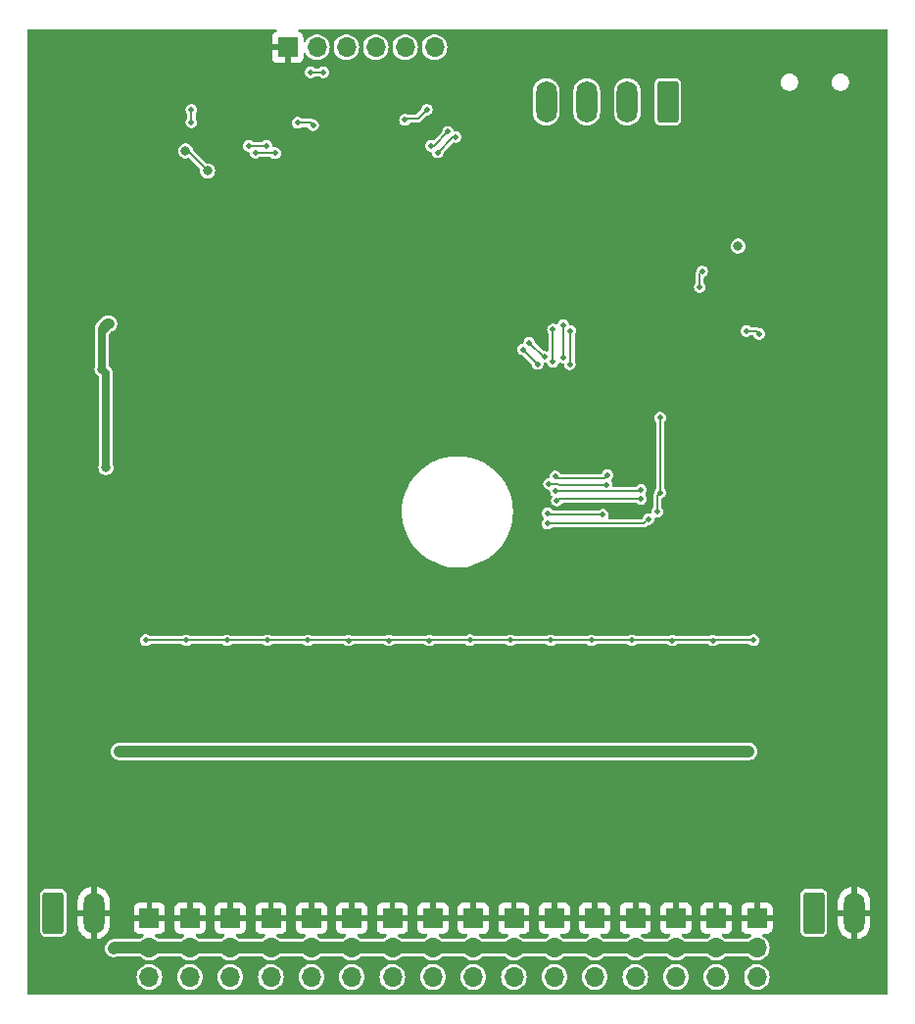
<source format=gbr>
%TF.GenerationSoftware,KiCad,Pcbnew,8.0.2*%
%TF.CreationDate,2024-12-02T21:08:37+01:00*%
%TF.ProjectId,servoDecoderInCabinet,73657276-6f44-4656-936f-646572496e43,rev?*%
%TF.SameCoordinates,Original*%
%TF.FileFunction,Copper,L2,Bot*%
%TF.FilePolarity,Positive*%
%FSLAX46Y46*%
G04 Gerber Fmt 4.6, Leading zero omitted, Abs format (unit mm)*
G04 Created by KiCad (PCBNEW 8.0.2) date 2024-12-02 21:08:37*
%MOMM*%
%LPD*%
G01*
G04 APERTURE LIST*
G04 Aperture macros list*
%AMRoundRect*
0 Rectangle with rounded corners*
0 $1 Rounding radius*
0 $2 $3 $4 $5 $6 $7 $8 $9 X,Y pos of 4 corners*
0 Add a 4 corners polygon primitive as box body*
4,1,4,$2,$3,$4,$5,$6,$7,$8,$9,$2,$3,0*
0 Add four circle primitives for the rounded corners*
1,1,$1+$1,$2,$3*
1,1,$1+$1,$4,$5*
1,1,$1+$1,$6,$7*
1,1,$1+$1,$8,$9*
0 Add four rect primitives between the rounded corners*
20,1,$1+$1,$2,$3,$4,$5,0*
20,1,$1+$1,$4,$5,$6,$7,0*
20,1,$1+$1,$6,$7,$8,$9,0*
20,1,$1+$1,$8,$9,$2,$3,0*%
G04 Aperture macros list end*
%TA.AperFunction,ComponentPad*%
%ADD10RoundRect,0.250000X-0.650000X-1.550000X0.650000X-1.550000X0.650000X1.550000X-0.650000X1.550000X0*%
%TD*%
%TA.AperFunction,ComponentPad*%
%ADD11O,1.800000X3.600000*%
%TD*%
%TA.AperFunction,ComponentPad*%
%ADD12R,1.700000X1.700000*%
%TD*%
%TA.AperFunction,ComponentPad*%
%ADD13O,1.700000X1.700000*%
%TD*%
%TA.AperFunction,ComponentPad*%
%ADD14RoundRect,0.250000X0.650000X1.550000X-0.650000X1.550000X-0.650000X-1.550000X0.650000X-1.550000X0*%
%TD*%
%TA.AperFunction,ViaPad*%
%ADD15C,0.800000*%
%TD*%
%TA.AperFunction,ViaPad*%
%ADD16C,0.500000*%
%TD*%
%TA.AperFunction,Conductor*%
%ADD17C,0.200000*%
%TD*%
%TA.AperFunction,Conductor*%
%ADD18C,1.000000*%
%TD*%
%TA.AperFunction,Conductor*%
%ADD19C,0.600000*%
%TD*%
%TA.AperFunction,Conductor*%
%ADD20C,0.900000*%
%TD*%
%TA.AperFunction,Conductor*%
%ADD21C,0.700000*%
%TD*%
G04 APERTURE END LIST*
D10*
%TO.P,J501,1,Pin_1*%
%TO.N,+5VA*%
X238790000Y-117659500D03*
D11*
%TO.P,J501,2,Pin_2*%
%TO.N,GND*%
X242290000Y-117659500D03*
%TD*%
D12*
%TO.P,J2101,1,Pin_1*%
%TO.N,GND*%
X226878000Y-118116000D03*
D13*
%TO.P,J2101,2,Pin_2*%
%TO.N,+5VA*%
X226878000Y-120656000D03*
%TO.P,J2101,3,Pin_3*%
%TO.N,Net-(D2101-A)*%
X226878000Y-123196000D03*
%TD*%
D12*
%TO.P,J1601,1,Pin_1*%
%TO.N,GND*%
X209378000Y-118116000D03*
D13*
%TO.P,J1601,2,Pin_2*%
%TO.N,+5VA*%
X209378000Y-120656000D03*
%TO.P,J1601,3,Pin_3*%
%TO.N,Net-(D1601-A)*%
X209378000Y-123196000D03*
%TD*%
D12*
%TO.P,J1501,1,Pin_1*%
%TO.N,GND*%
X205878000Y-118116000D03*
D13*
%TO.P,J1501,2,Pin_2*%
%TO.N,+5VA*%
X205878000Y-120656000D03*
%TO.P,J1501,3,Pin_3*%
%TO.N,Net-(D1501-A)*%
X205878000Y-123196000D03*
%TD*%
D12*
%TO.P,J201,1,Pin_1*%
%TO.N,GND*%
X193324000Y-42868000D03*
D13*
%TO.P,J201,2,Pin_2*%
%TO.N,+5V*%
X195864000Y-42868000D03*
%TO.P,J201,3,Pin_3*%
%TO.N,/atmega/LED*%
X198404000Y-42868000D03*
%TO.P,J201,4,Pin_4*%
%TO.N,/atmega/P10*%
X200944000Y-42868000D03*
%TO.P,J201,5,Pin_5*%
%TO.N,/atmega/P9*%
X203484000Y-42868000D03*
%TO.P,J201,6,Pin_6*%
%TO.N,/USB/Reset*%
X206024000Y-42868000D03*
%TD*%
D12*
%TO.P,J701,1,Pin_1*%
%TO.N,GND*%
X188378000Y-118116000D03*
D13*
%TO.P,J701,2,Pin_2*%
%TO.N,+5VA*%
X188378000Y-120656000D03*
%TO.P,J701,3,Pin_3*%
%TO.N,Net-(D701-A)*%
X188378000Y-123196000D03*
%TD*%
D12*
%TO.P,J1001,1,Pin_1*%
%TO.N,GND*%
X195378000Y-118116000D03*
D13*
%TO.P,J1001,2,Pin_2*%
%TO.N,+5VA*%
X195378000Y-120656000D03*
%TO.P,J1001,3,Pin_3*%
%TO.N,Net-(D1002-A)*%
X195378000Y-123196000D03*
%TD*%
D12*
%TO.P,J1701,1,Pin_1*%
%TO.N,GND*%
X212878000Y-118116000D03*
D13*
%TO.P,J1701,2,Pin_2*%
%TO.N,+5VA*%
X212878000Y-120656000D03*
%TO.P,J1701,3,Pin_3*%
%TO.N,Net-(D1701-A)*%
X212878000Y-123196000D03*
%TD*%
D12*
%TO.P,J601,1,Pin_1*%
%TO.N,GND*%
X184878000Y-118116000D03*
D13*
%TO.P,J601,2,Pin_2*%
%TO.N,+5VA*%
X184878000Y-120656000D03*
%TO.P,J601,3,Pin_3*%
%TO.N,Net-(D601-A)*%
X184878000Y-123196000D03*
%TD*%
D12*
%TO.P,J1901,1,Pin_1*%
%TO.N,GND*%
X219878000Y-118116000D03*
D13*
%TO.P,J1901,2,Pin_2*%
%TO.N,+5VA*%
X219878000Y-120656000D03*
%TO.P,J1901,3,Pin_3*%
%TO.N,Net-(D1901-A)*%
X219878000Y-123196000D03*
%TD*%
D10*
%TO.P,J1101,1,Pin_1*%
%TO.N,VCC*%
X173075000Y-117659500D03*
D11*
%TO.P,J1101,2,Pin_2*%
%TO.N,GND*%
X176575000Y-117659500D03*
%TD*%
D12*
%TO.P,J2001,1,Pin_1*%
%TO.N,GND*%
X223378000Y-118116000D03*
D13*
%TO.P,J2001,2,Pin_2*%
%TO.N,+5VA*%
X223378000Y-120656000D03*
%TO.P,J2001,3,Pin_3*%
%TO.N,Net-(D2001-A)*%
X223378000Y-123196000D03*
%TD*%
D12*
%TO.P,J801,1,Pin_1*%
%TO.N,GND*%
X181378000Y-118116000D03*
D13*
%TO.P,J801,2,Pin_2*%
%TO.N,+5VA*%
X181378000Y-120656000D03*
%TO.P,J801,3,Pin_3*%
%TO.N,Net-(D801-A)*%
X181378000Y-123196000D03*
%TD*%
D12*
%TO.P,J2201,1,Pin_1*%
%TO.N,GND*%
X230378000Y-118116000D03*
D13*
%TO.P,J2201,2,Pin_2*%
%TO.N,+5VA*%
X230378000Y-120656000D03*
%TO.P,J2201,3,Pin_3*%
%TO.N,Net-(D2201-A)*%
X230378000Y-123196000D03*
%TD*%
D12*
%TO.P,J901,1,Pin_1*%
%TO.N,GND*%
X191878000Y-118116000D03*
D13*
%TO.P,J901,2,Pin_2*%
%TO.N,+5VA*%
X191878000Y-120656000D03*
%TO.P,J901,3,Pin_3*%
%TO.N,Net-(D901-A)*%
X191878000Y-123196000D03*
%TD*%
D12*
%TO.P,J1401,1,Pin_1*%
%TO.N,GND*%
X202378000Y-118116000D03*
D13*
%TO.P,J1401,2,Pin_2*%
%TO.N,+5VA*%
X202378000Y-120656000D03*
%TO.P,J1401,3,Pin_3*%
%TO.N,Net-(D1401-A)*%
X202378000Y-123196000D03*
%TD*%
D12*
%TO.P,J1301,1,Pin_1*%
%TO.N,GND*%
X198878000Y-118116000D03*
D13*
%TO.P,J1301,2,Pin_2*%
%TO.N,+5VA*%
X198878000Y-120656000D03*
%TO.P,J1301,3,Pin_3*%
%TO.N,Net-(D1301-A)*%
X198878000Y-123196000D03*
%TD*%
D12*
%TO.P,J2301,1,Pin_1*%
%TO.N,GND*%
X233878000Y-118116000D03*
D13*
%TO.P,J2301,2,Pin_2*%
%TO.N,+5VA*%
X233878000Y-120656000D03*
%TO.P,J2301,3,Pin_3*%
%TO.N,Net-(D2301-A)*%
X233878000Y-123196000D03*
%TD*%
D12*
%TO.P,J1801,1,Pin_1*%
%TO.N,GND*%
X216378000Y-118116000D03*
D13*
%TO.P,J1801,2,Pin_2*%
%TO.N,+5VA*%
X216378000Y-120656000D03*
%TO.P,J1801,3,Pin_3*%
%TO.N,Net-(D1801-A)*%
X216378000Y-123196000D03*
%TD*%
D14*
%TO.P,J101,1,Pin_1*%
%TO.N,/D_bridge/AC_2*%
X226176000Y-47567000D03*
D11*
%TO.P,J101,2,Pin_2*%
%TO.N,/D_bridge/AC_1*%
X222676000Y-47567000D03*
%TO.P,J101,3,Pin_3*%
%TO.N,/DCC/B*%
X219176000Y-47567000D03*
%TO.P,J101,4,Pin_4*%
%TO.N,/DCC/A*%
X215676000Y-47567000D03*
%TD*%
D15*
%TO.N,*%
X232258000Y-60047500D03*
%TO.N,GND*%
X207772000Y-55626000D03*
X229362000Y-53086000D03*
D16*
X186690000Y-55245000D03*
X193421000Y-62738000D03*
D15*
X203200000Y-52832000D03*
D16*
X172720000Y-59182000D03*
D15*
X243332000Y-46228000D03*
D16*
X195707000Y-64643000D03*
X232283000Y-106680000D03*
D15*
X209296000Y-67310000D03*
D16*
X202457000Y-101034000D03*
X227076000Y-115443000D03*
D15*
X229235000Y-59055000D03*
D16*
X237617000Y-82677000D03*
X171831000Y-122047000D03*
X217170000Y-93091000D03*
X225044000Y-106680000D03*
X244348000Y-77597000D03*
D15*
X228346000Y-43942000D03*
D16*
X222885000Y-86233000D03*
X202057000Y-60325000D03*
X183261000Y-84963000D03*
X224346000Y-109543000D03*
X230759000Y-115189000D03*
D15*
X218948000Y-58801000D03*
X227584000Y-63246000D03*
D16*
X172466000Y-66421000D03*
X183896000Y-89408000D03*
X183261000Y-108966000D03*
X224409000Y-66929000D03*
X207354000Y-101034000D03*
X171831000Y-71755000D03*
X177165000Y-96647000D03*
D15*
X180406908Y-73979091D03*
D16*
X226695000Y-67056000D03*
X236220000Y-92329000D03*
X187579000Y-42164000D03*
X229616000Y-80772000D03*
X203346000Y-112337000D03*
X229108000Y-82804000D03*
D15*
X224790000Y-44450000D03*
D16*
X223457000Y-101034000D03*
D15*
X207010000Y-67056000D03*
D16*
X235712000Y-106680000D03*
X181737000Y-71120000D03*
D15*
X231917000Y-77021000D03*
D16*
X184957000Y-101034000D03*
X179832000Y-51435000D03*
X214757000Y-106680000D03*
X183134000Y-106680000D03*
X186817000Y-106172000D03*
X218186000Y-106680000D03*
X196346000Y-109543000D03*
X225552000Y-66167000D03*
D15*
X209423000Y-51816000D03*
X193421000Y-52832000D03*
D16*
X214354000Y-101034000D03*
D15*
X174945908Y-79440091D03*
D16*
X181229000Y-68199000D03*
X191135000Y-43942000D03*
X177038000Y-92710000D03*
X230457000Y-101034000D03*
X221742000Y-106680000D03*
X176784000Y-110236000D03*
D15*
X231648000Y-69723000D03*
X211582000Y-69850000D03*
D16*
X181457000Y-101034000D03*
X235354000Y-101034000D03*
X172720000Y-62484000D03*
D15*
X208661000Y-44069000D03*
X222885000Y-54356000D03*
D16*
X193675000Y-106680000D03*
D15*
X206629000Y-49022000D03*
X230734000Y-62714500D03*
D16*
X193421000Y-65532000D03*
D15*
X236728000Y-43053000D03*
D16*
X189854000Y-101034000D03*
X239141000Y-114046000D03*
X210346000Y-109543000D03*
X220853000Y-73533000D03*
X235966000Y-122047000D03*
X202819000Y-70866000D03*
D15*
X208153000Y-69596000D03*
D16*
X178054000Y-56261000D03*
X213846000Y-112337000D03*
X182346000Y-112337000D03*
X216457000Y-101034000D03*
X227846000Y-112337000D03*
X197739000Y-68072000D03*
X175514000Y-113157000D03*
X199136000Y-114808000D03*
X205957000Y-101034000D03*
X217346000Y-109543000D03*
X178816000Y-118745000D03*
D15*
X236703000Y-66524500D03*
X233680000Y-76581000D03*
D16*
X242697000Y-122809000D03*
X183134000Y-53213000D03*
X231346000Y-109543000D03*
X189103000Y-60198000D03*
X198957000Y-101034000D03*
X184912000Y-42164000D03*
X175387000Y-59436000D03*
X239522000Y-120396000D03*
X209457000Y-101034000D03*
X178689000Y-50546000D03*
X184658000Y-62865000D03*
X185547000Y-79629000D03*
X184531000Y-74295000D03*
X224917000Y-69215000D03*
X193167000Y-68326000D03*
X178181000Y-52705000D03*
D15*
X211328000Y-58674000D03*
X239624000Y-68048500D03*
D16*
X219710000Y-70739000D03*
X172593000Y-108458000D03*
D15*
X216916000Y-56642000D03*
X219329000Y-54229000D03*
D16*
X232537000Y-86487000D03*
D15*
X207137000Y-63754000D03*
D16*
X184150000Y-57912000D03*
X236601000Y-103124000D03*
X185166000Y-65405000D03*
D15*
X230734000Y-55094500D03*
D16*
X242697000Y-70104000D03*
D15*
X209804000Y-57785000D03*
D16*
X234846000Y-112337000D03*
D15*
X175961908Y-73979091D03*
D16*
X180467000Y-62230000D03*
X231854000Y-101034000D03*
D15*
X230520000Y-74100000D03*
X207772000Y-59944000D03*
D16*
X232283000Y-82042000D03*
X188457000Y-101034000D03*
X177800000Y-45466000D03*
X188722000Y-114808000D03*
X194818000Y-54864000D03*
X236347000Y-118491000D03*
X242189000Y-94234000D03*
X203346000Y-109543000D03*
D15*
X233807000Y-51181000D03*
D16*
X224346000Y-112337000D03*
D15*
X232552000Y-72195000D03*
D16*
X203454000Y-62357000D03*
X210346000Y-112337000D03*
X212957000Y-101034000D03*
X238887000Y-108204000D03*
D15*
X204978000Y-46990000D03*
D16*
X225044000Y-60960000D03*
D15*
X230251000Y-69723000D03*
X175961908Y-76011091D03*
X211963000Y-53975000D03*
D16*
X176911000Y-104140000D03*
X204089000Y-106680000D03*
D15*
X178882908Y-68137091D03*
D16*
X196346000Y-112337000D03*
X197612000Y-76200000D03*
X212852000Y-115062000D03*
X244348000Y-84963000D03*
X173228000Y-97155000D03*
X203854000Y-101034000D03*
X223520000Y-115189000D03*
X225933000Y-84328000D03*
X172974000Y-43815000D03*
X179705000Y-106045000D03*
X185846000Y-112337000D03*
X194437000Y-45847000D03*
D15*
X222758000Y-58801000D03*
D16*
X202692000Y-114808000D03*
X243967000Y-113284000D03*
X190119000Y-106553000D03*
X183896000Y-55245000D03*
X219329000Y-91059000D03*
X193548000Y-80645000D03*
X192846000Y-109543000D03*
X197104000Y-45974000D03*
X227203000Y-85344000D03*
X199846000Y-109543000D03*
X197104000Y-106680000D03*
X171704000Y-81788000D03*
X228354000Y-101034000D03*
X186354000Y-101034000D03*
X171831000Y-86995000D03*
X190881000Y-45847000D03*
X228727000Y-106680000D03*
X231346000Y-112337000D03*
D15*
X231521000Y-43180000D03*
D16*
X198628000Y-52705000D03*
X234315000Y-115316000D03*
D15*
X180406908Y-76011091D03*
D16*
X187833000Y-56769000D03*
X186690000Y-107950000D03*
X180975000Y-53467000D03*
X174879000Y-71755000D03*
X216281000Y-115189000D03*
X178435000Y-42672000D03*
X228600000Y-79629000D03*
D15*
X243078000Y-50546000D03*
X215011000Y-57150000D03*
X180025908Y-69534091D03*
X207391000Y-62103000D03*
D16*
X220846000Y-112337000D03*
X185846000Y-109543000D03*
D15*
X206121000Y-57785000D03*
D16*
X189346000Y-109543000D03*
X232029000Y-78359000D03*
D15*
X229870000Y-65278000D03*
X243053000Y-63222500D03*
D16*
X189346000Y-112337000D03*
X195580000Y-114935000D03*
X189992000Y-41910000D03*
X221354000Y-101034000D03*
X175260000Y-66929000D03*
X217346000Y-112337000D03*
X217854000Y-101034000D03*
X183388000Y-76200000D03*
X184150000Y-60198000D03*
X173482000Y-49403000D03*
X184785000Y-53975000D03*
X177419000Y-123317000D03*
D15*
X220599000Y-50546000D03*
D16*
X185420000Y-68072000D03*
D15*
X180406908Y-74995091D03*
D16*
X186055000Y-115062000D03*
X222250000Y-88011000D03*
D15*
X217424000Y-59563000D03*
D16*
X197231000Y-60325000D03*
X207518000Y-106680000D03*
X213846000Y-109543000D03*
D15*
X233426000Y-45974000D03*
X180914908Y-79059091D03*
D16*
X219837000Y-114808000D03*
X183007000Y-114935000D03*
X200660000Y-106680000D03*
X206248000Y-115062000D03*
X220846000Y-109543000D03*
X182346000Y-109543000D03*
X234846000Y-109543000D03*
X191008000Y-48006000D03*
X226957000Y-101034000D03*
X203581000Y-63500000D03*
D15*
X237363000Y-50546000D03*
D16*
X224409000Y-73914000D03*
X189992000Y-74168000D03*
X206846000Y-109543000D03*
X191957000Y-101034000D03*
X193421000Y-57785000D03*
D15*
X215011000Y-66675000D03*
D16*
X242697000Y-102108000D03*
X209677000Y-115062000D03*
X211201000Y-106680000D03*
X175260000Y-64770000D03*
X172085000Y-55499000D03*
X235712000Y-96774000D03*
X224854000Y-101034000D03*
X182854000Y-101034000D03*
X233553000Y-79756000D03*
X206846000Y-112337000D03*
X221869000Y-85344000D03*
X188214000Y-85979000D03*
X181737000Y-42164000D03*
X227457000Y-69977000D03*
X171577000Y-77343000D03*
X195457000Y-101034000D03*
D15*
X215011000Y-61341000D03*
D16*
X227846000Y-109543000D03*
D15*
X240538000Y-43180000D03*
D16*
X174879000Y-56388000D03*
X192278000Y-114935000D03*
D15*
X235331000Y-54864000D03*
D16*
X234188000Y-87757000D03*
X237109000Y-75184000D03*
X210854000Y-101034000D03*
X199846000Y-112337000D03*
D15*
X240411000Y-59817000D03*
X224663000Y-56769000D03*
D16*
X171704000Y-92202000D03*
D15*
X181168908Y-77789091D03*
D16*
X233957000Y-101034000D03*
X219957000Y-101034000D03*
X192846000Y-112337000D03*
X200354000Y-101034000D03*
X196854000Y-101034000D03*
D15*
X231775000Y-48387000D03*
D16*
X193354000Y-101034000D03*
X178943000Y-115189000D03*
X191008000Y-64135000D03*
D15*
X175961908Y-74995091D03*
D16*
%TO.N,+5V*%
X214221603Y-68393603D03*
X219580000Y-94106000D03*
X181078000Y-94096000D03*
X228941017Y-63582983D03*
X184580000Y-94106000D03*
X202080000Y-94118000D03*
X198580000Y-94118000D03*
X209078000Y-94096000D03*
X191580000Y-94106000D03*
X225526000Y-81346000D03*
X216080000Y-94106000D03*
X229147335Y-62233665D03*
X195078000Y-94108000D03*
X215557897Y-69602897D03*
X188080000Y-94106000D03*
X223078000Y-94108000D03*
X233578000Y-94096000D03*
X225272000Y-82996000D03*
X230080000Y-94118000D03*
X205580000Y-94118000D03*
X225526000Y-74872000D03*
X226580000Y-94118000D03*
X212580000Y-94106000D03*
%TO.N,/USB/Reset*%
X205359000Y-48260000D03*
X203467905Y-49135095D03*
X194175091Y-49395091D03*
X195524409Y-49601409D03*
%TO.N,/atmega/LED*%
X215788000Y-83127000D03*
X185013000Y-48261500D03*
X185013000Y-49361500D03*
X216255000Y-70046000D03*
X196414000Y-45027000D03*
X216255000Y-67252000D03*
X195314000Y-45027000D03*
X220573000Y-83254000D03*
D15*
%TO.N,+5VA*%
X178282000Y-120719000D03*
D16*
%TO.N,/DCC/B*%
X207873000Y-50615000D03*
X206283405Y-51950595D03*
X190554545Y-51981364D03*
X192252000Y-52012000D03*
%TO.N,/DCC/A*%
X191497909Y-51369091D03*
X205711905Y-51379095D03*
X207182409Y-50162591D03*
X189958091Y-51384909D03*
%TO.N,/atmega/P10*%
X220901975Y-80661975D03*
X217115091Y-69651909D03*
X217144000Y-66871000D03*
X215916000Y-80587000D03*
%TO.N,/atmega/P9*%
X216466000Y-79952000D03*
X217779000Y-67359000D03*
X220957566Y-79828566D03*
X217707591Y-70244409D03*
%TO.N,/atmega/P2*%
X216588000Y-82040639D03*
X223875000Y-81896000D03*
%TO.N,/atmega/P1*%
X223875000Y-81095000D03*
X216509000Y-81222000D03*
%TO.N,/DCC/DCC_TTL*%
X224510000Y-83635000D03*
X213650103Y-68965103D03*
D15*
X186410000Y-53536000D03*
X184505000Y-51820000D03*
D16*
X215788000Y-84016000D03*
X214922897Y-70237897D03*
%TO.N,/USB/Rx*%
X232978000Y-67379000D03*
X234078000Y-67633000D03*
D15*
%TO.N,VCC*%
X229695000Y-103701000D03*
X194695000Y-103701000D03*
X177288858Y-70678641D03*
X187695000Y-103701000D03*
X177612908Y-79186091D03*
X177901000Y-66744000D03*
X215695000Y-103701000D03*
X191195000Y-103701000D03*
X208695000Y-103701000D03*
X212195000Y-103701000D03*
X198195000Y-103701000D03*
X184195000Y-103701000D03*
X226195000Y-103701000D03*
X178790000Y-103701000D03*
X180695000Y-103701000D03*
X233195000Y-103701000D03*
X222695000Y-103701000D03*
X205195000Y-103701000D03*
X219195000Y-103701000D03*
X201695000Y-103701000D03*
%TD*%
D17*
%TO.N,+5V*%
X225526000Y-81346000D02*
X225526000Y-74872000D01*
X225272000Y-81600000D02*
X225526000Y-81346000D01*
X215557897Y-69602897D02*
X215430897Y-69602897D01*
X225272000Y-82996000D02*
X225272000Y-81600000D01*
X215430897Y-69602897D02*
X214221603Y-68393603D01*
X228941017Y-62439983D02*
X229147335Y-62233665D01*
X228941017Y-63582983D02*
X228941017Y-62439983D01*
X233578000Y-94096000D02*
X181078000Y-94096000D01*
%TO.N,/USB/Reset*%
X194175091Y-49395091D02*
X195318091Y-49395091D01*
X195318091Y-49395091D02*
X195524409Y-49601409D01*
X204597000Y-49022000D02*
X205359000Y-48260000D01*
X203467905Y-49135095D02*
X203581000Y-49022000D01*
X203581000Y-49022000D02*
X204597000Y-49022000D01*
%TO.N,/atmega/LED*%
X185013000Y-49361500D02*
X185013000Y-48261500D01*
X195314000Y-45027000D02*
X196414000Y-45027000D01*
X220573000Y-83254000D02*
X215915000Y-83254000D01*
X215915000Y-83254000D02*
X215788000Y-83127000D01*
X216255000Y-67252000D02*
X216255000Y-70046000D01*
D18*
%TO.N,+5VA*%
X181378000Y-120656000D02*
X178345000Y-120656000D01*
X178345000Y-120656000D02*
X178282000Y-120719000D01*
X181378000Y-120656000D02*
X233878000Y-120656000D01*
D17*
%TO.N,/DCC/B*%
X190554545Y-51981364D02*
X192221364Y-51981364D01*
X192221364Y-51981364D02*
X192252000Y-52012000D01*
X207619000Y-50615000D02*
X206283405Y-51950595D01*
X207873000Y-50615000D02*
X207619000Y-50615000D01*
%TO.N,/DCC/A*%
X189958091Y-51384909D02*
X191482091Y-51384909D01*
X205711905Y-51379095D02*
X205965905Y-51379095D01*
X191482091Y-51384909D02*
X191497909Y-51369091D01*
X205965905Y-51379095D02*
X207182409Y-50162591D01*
%TO.N,/atmega/P10*%
X216651818Y-80587000D02*
X216778818Y-80714000D01*
X220849950Y-80714000D02*
X220901975Y-80661975D01*
X217144000Y-69623000D02*
X217115091Y-69651909D01*
X216778818Y-80714000D02*
X220849950Y-80714000D01*
X217144000Y-66871000D02*
X217144000Y-69623000D01*
X215916000Y-80587000D02*
X216651818Y-80587000D01*
%TO.N,/atmega/P9*%
X220707132Y-80079000D02*
X220957566Y-79828566D01*
X216466000Y-79952000D02*
X216593000Y-80079000D01*
X217779000Y-67359000D02*
X217779000Y-70173000D01*
X216593000Y-80079000D02*
X220707132Y-80079000D01*
X217779000Y-70173000D02*
X217707591Y-70244409D01*
%TO.N,/atmega/P2*%
X223875000Y-81896000D02*
X216732639Y-81896000D01*
X216732639Y-81896000D02*
X216588000Y-82040639D01*
%TO.N,/atmega/P1*%
X223748000Y-81222000D02*
X216509000Y-81222000D01*
X223875000Y-81095000D02*
X223748000Y-81222000D01*
%TO.N,/DCC/DCC_TTL*%
X213650103Y-68965103D02*
X214922897Y-70237897D01*
X184694000Y-51820000D02*
X184505000Y-51820000D01*
X186410000Y-53536000D02*
X184694000Y-51820000D01*
X215788000Y-84016000D02*
X224129000Y-84016000D01*
X224129000Y-84016000D02*
X224510000Y-83635000D01*
%TO.N,/USB/Rx*%
X233824000Y-67379000D02*
X234078000Y-67633000D01*
X232978000Y-67379000D02*
X233824000Y-67379000D01*
D19*
%TO.N,VCC*%
X180695000Y-103701000D02*
X184195000Y-103701000D01*
D18*
X180695000Y-103701000D02*
X178790000Y-103701000D01*
D20*
X177735999Y-66744000D02*
X177901000Y-66744000D01*
D21*
X177288858Y-70678641D02*
X177288858Y-67191141D01*
X177612908Y-79186091D02*
X177612908Y-71002691D01*
D18*
X173075000Y-118687000D02*
X173075000Y-117659500D01*
D21*
X177288858Y-67191141D02*
X177358908Y-67121091D01*
D19*
X184195000Y-103701000D02*
X233195000Y-103701000D01*
D21*
X177612908Y-71002691D02*
X177288858Y-70678641D01*
D18*
X180695000Y-103701000D02*
X233195000Y-103701000D01*
D20*
X177358908Y-67121091D02*
X177735999Y-66744000D01*
%TD*%
%TA.AperFunction,Conductor*%
%TO.N,GND*%
G36*
X192346681Y-41320185D02*
G01*
X192392436Y-41372989D01*
X192402380Y-41442147D01*
X192373355Y-41505703D01*
X192322975Y-41540682D01*
X192231913Y-41574645D01*
X192231906Y-41574649D01*
X192116812Y-41660809D01*
X192116809Y-41660812D01*
X192030649Y-41775906D01*
X192030645Y-41775913D01*
X191980403Y-41910620D01*
X191980401Y-41910627D01*
X191974000Y-41970155D01*
X191974000Y-42618000D01*
X192890988Y-42618000D01*
X192858075Y-42675007D01*
X192824000Y-42802174D01*
X192824000Y-42933826D01*
X192858075Y-43060993D01*
X192890988Y-43118000D01*
X191974000Y-43118000D01*
X191974000Y-43765844D01*
X191980401Y-43825372D01*
X191980403Y-43825379D01*
X192030645Y-43960086D01*
X192030649Y-43960093D01*
X192116809Y-44075187D01*
X192116812Y-44075190D01*
X192231906Y-44161350D01*
X192231913Y-44161354D01*
X192366620Y-44211596D01*
X192366627Y-44211598D01*
X192426155Y-44217999D01*
X192426172Y-44218000D01*
X193074000Y-44218000D01*
X193074000Y-43301012D01*
X193131007Y-43333925D01*
X193258174Y-43368000D01*
X193389826Y-43368000D01*
X193516993Y-43333925D01*
X193574000Y-43301012D01*
X193574000Y-44218000D01*
X194221828Y-44218000D01*
X194221844Y-44217999D01*
X194281372Y-44211598D01*
X194281379Y-44211596D01*
X194416086Y-44161354D01*
X194416093Y-44161350D01*
X194531187Y-44075190D01*
X194531190Y-44075187D01*
X194617350Y-43960093D01*
X194617354Y-43960086D01*
X194667596Y-43825379D01*
X194667598Y-43825372D01*
X194673999Y-43765844D01*
X194674000Y-43765827D01*
X194674000Y-43474312D01*
X194693685Y-43407273D01*
X194746489Y-43361518D01*
X194815647Y-43351574D01*
X194879203Y-43380599D01*
X194909000Y-43419041D01*
X194924325Y-43449819D01*
X195047237Y-43612581D01*
X195197958Y-43749980D01*
X195197960Y-43749982D01*
X195297141Y-43811392D01*
X195371363Y-43857348D01*
X195561544Y-43931024D01*
X195762024Y-43968500D01*
X195762026Y-43968500D01*
X195965974Y-43968500D01*
X195965976Y-43968500D01*
X196166456Y-43931024D01*
X196356637Y-43857348D01*
X196530041Y-43749981D01*
X196680764Y-43612579D01*
X196803673Y-43449821D01*
X196894582Y-43267250D01*
X196950397Y-43071083D01*
X196969215Y-42868000D01*
X196969215Y-42867999D01*
X197298785Y-42867999D01*
X197298785Y-42868000D01*
X197317602Y-43071082D01*
X197373417Y-43267247D01*
X197373422Y-43267260D01*
X197464327Y-43449821D01*
X197587237Y-43612581D01*
X197737958Y-43749980D01*
X197737960Y-43749982D01*
X197837141Y-43811392D01*
X197911363Y-43857348D01*
X198101544Y-43931024D01*
X198302024Y-43968500D01*
X198302026Y-43968500D01*
X198505974Y-43968500D01*
X198505976Y-43968500D01*
X198706456Y-43931024D01*
X198896637Y-43857348D01*
X199070041Y-43749981D01*
X199220764Y-43612579D01*
X199343673Y-43449821D01*
X199434582Y-43267250D01*
X199490397Y-43071083D01*
X199509215Y-42868000D01*
X199509215Y-42867999D01*
X199838785Y-42867999D01*
X199838785Y-42868000D01*
X199857602Y-43071082D01*
X199913417Y-43267247D01*
X199913422Y-43267260D01*
X200004327Y-43449821D01*
X200127237Y-43612581D01*
X200277958Y-43749980D01*
X200277960Y-43749982D01*
X200377141Y-43811392D01*
X200451363Y-43857348D01*
X200641544Y-43931024D01*
X200842024Y-43968500D01*
X200842026Y-43968500D01*
X201045974Y-43968500D01*
X201045976Y-43968500D01*
X201246456Y-43931024D01*
X201436637Y-43857348D01*
X201610041Y-43749981D01*
X201760764Y-43612579D01*
X201883673Y-43449821D01*
X201974582Y-43267250D01*
X202030397Y-43071083D01*
X202049215Y-42868000D01*
X202049215Y-42867999D01*
X202378785Y-42867999D01*
X202378785Y-42868000D01*
X202397602Y-43071082D01*
X202453417Y-43267247D01*
X202453422Y-43267260D01*
X202544327Y-43449821D01*
X202667237Y-43612581D01*
X202817958Y-43749980D01*
X202817960Y-43749982D01*
X202917141Y-43811392D01*
X202991363Y-43857348D01*
X203181544Y-43931024D01*
X203382024Y-43968500D01*
X203382026Y-43968500D01*
X203585974Y-43968500D01*
X203585976Y-43968500D01*
X203786456Y-43931024D01*
X203976637Y-43857348D01*
X204150041Y-43749981D01*
X204300764Y-43612579D01*
X204423673Y-43449821D01*
X204514582Y-43267250D01*
X204570397Y-43071083D01*
X204589215Y-42868000D01*
X204589215Y-42867999D01*
X204918785Y-42867999D01*
X204918785Y-42868000D01*
X204937602Y-43071082D01*
X204993417Y-43267247D01*
X204993422Y-43267260D01*
X205084327Y-43449821D01*
X205207237Y-43612581D01*
X205357958Y-43749980D01*
X205357960Y-43749982D01*
X205457141Y-43811392D01*
X205531363Y-43857348D01*
X205721544Y-43931024D01*
X205922024Y-43968500D01*
X205922026Y-43968500D01*
X206125974Y-43968500D01*
X206125976Y-43968500D01*
X206326456Y-43931024D01*
X206516637Y-43857348D01*
X206690041Y-43749981D01*
X206840764Y-43612579D01*
X206963673Y-43449821D01*
X207054582Y-43267250D01*
X207110397Y-43071083D01*
X207129215Y-42868000D01*
X207123115Y-42802174D01*
X207110397Y-42664917D01*
X207097048Y-42618000D01*
X207054582Y-42468750D01*
X207054159Y-42467901D01*
X206975225Y-42309379D01*
X206963673Y-42286179D01*
X206840764Y-42123421D01*
X206840762Y-42123418D01*
X206690041Y-41986019D01*
X206690039Y-41986017D01*
X206516642Y-41878655D01*
X206516635Y-41878651D01*
X206421546Y-41841814D01*
X206326456Y-41804976D01*
X206125976Y-41767500D01*
X205922024Y-41767500D01*
X205721544Y-41804976D01*
X205721541Y-41804976D01*
X205721541Y-41804977D01*
X205531364Y-41878651D01*
X205531357Y-41878655D01*
X205357960Y-41986017D01*
X205357958Y-41986019D01*
X205207237Y-42123418D01*
X205084327Y-42286178D01*
X204993422Y-42468739D01*
X204993417Y-42468752D01*
X204937602Y-42664917D01*
X204918785Y-42867999D01*
X204589215Y-42867999D01*
X204583115Y-42802174D01*
X204570397Y-42664917D01*
X204557048Y-42618000D01*
X204514582Y-42468750D01*
X204514159Y-42467901D01*
X204435225Y-42309379D01*
X204423673Y-42286179D01*
X204300764Y-42123421D01*
X204300762Y-42123418D01*
X204150041Y-41986019D01*
X204150039Y-41986017D01*
X203976642Y-41878655D01*
X203976635Y-41878651D01*
X203881546Y-41841814D01*
X203786456Y-41804976D01*
X203585976Y-41767500D01*
X203382024Y-41767500D01*
X203181544Y-41804976D01*
X203181541Y-41804976D01*
X203181541Y-41804977D01*
X202991364Y-41878651D01*
X202991357Y-41878655D01*
X202817960Y-41986017D01*
X202817958Y-41986019D01*
X202667237Y-42123418D01*
X202544327Y-42286178D01*
X202453422Y-42468739D01*
X202453417Y-42468752D01*
X202397602Y-42664917D01*
X202378785Y-42867999D01*
X202049215Y-42867999D01*
X202043115Y-42802174D01*
X202030397Y-42664917D01*
X202017048Y-42618000D01*
X201974582Y-42468750D01*
X201974159Y-42467901D01*
X201895225Y-42309379D01*
X201883673Y-42286179D01*
X201760764Y-42123421D01*
X201760762Y-42123418D01*
X201610041Y-41986019D01*
X201610039Y-41986017D01*
X201436642Y-41878655D01*
X201436635Y-41878651D01*
X201341546Y-41841814D01*
X201246456Y-41804976D01*
X201045976Y-41767500D01*
X200842024Y-41767500D01*
X200641544Y-41804976D01*
X200641541Y-41804976D01*
X200641541Y-41804977D01*
X200451364Y-41878651D01*
X200451357Y-41878655D01*
X200277960Y-41986017D01*
X200277958Y-41986019D01*
X200127237Y-42123418D01*
X200004327Y-42286178D01*
X199913422Y-42468739D01*
X199913417Y-42468752D01*
X199857602Y-42664917D01*
X199838785Y-42867999D01*
X199509215Y-42867999D01*
X199503115Y-42802174D01*
X199490397Y-42664917D01*
X199477048Y-42618000D01*
X199434582Y-42468750D01*
X199434159Y-42467901D01*
X199355225Y-42309379D01*
X199343673Y-42286179D01*
X199220764Y-42123421D01*
X199220762Y-42123418D01*
X199070041Y-41986019D01*
X199070039Y-41986017D01*
X198896642Y-41878655D01*
X198896635Y-41878651D01*
X198801546Y-41841814D01*
X198706456Y-41804976D01*
X198505976Y-41767500D01*
X198302024Y-41767500D01*
X198101544Y-41804976D01*
X198101541Y-41804976D01*
X198101541Y-41804977D01*
X197911364Y-41878651D01*
X197911357Y-41878655D01*
X197737960Y-41986017D01*
X197737958Y-41986019D01*
X197587237Y-42123418D01*
X197464327Y-42286178D01*
X197373422Y-42468739D01*
X197373417Y-42468752D01*
X197317602Y-42664917D01*
X197298785Y-42867999D01*
X196969215Y-42867999D01*
X196963115Y-42802174D01*
X196950397Y-42664917D01*
X196937048Y-42618000D01*
X196894582Y-42468750D01*
X196894159Y-42467901D01*
X196815225Y-42309379D01*
X196803673Y-42286179D01*
X196680764Y-42123421D01*
X196680762Y-42123418D01*
X196530041Y-41986019D01*
X196530039Y-41986017D01*
X196356642Y-41878655D01*
X196356635Y-41878651D01*
X196261546Y-41841814D01*
X196166456Y-41804976D01*
X195965976Y-41767500D01*
X195762024Y-41767500D01*
X195561544Y-41804976D01*
X195561541Y-41804976D01*
X195561541Y-41804977D01*
X195371364Y-41878651D01*
X195371357Y-41878655D01*
X195197960Y-41986017D01*
X195197958Y-41986019D01*
X195047237Y-42123418D01*
X194924328Y-42286176D01*
X194909000Y-42316960D01*
X194861496Y-42368196D01*
X194793833Y-42385617D01*
X194727493Y-42363691D01*
X194683538Y-42309379D01*
X194674000Y-42261687D01*
X194674000Y-41970172D01*
X194673999Y-41970155D01*
X194667598Y-41910627D01*
X194667596Y-41910620D01*
X194617354Y-41775913D01*
X194617350Y-41775906D01*
X194531190Y-41660812D01*
X194531187Y-41660809D01*
X194416093Y-41574649D01*
X194416086Y-41574645D01*
X194325025Y-41540682D01*
X194269091Y-41498811D01*
X194244674Y-41433347D01*
X194259525Y-41365074D01*
X194308931Y-41315668D01*
X194368358Y-41300500D01*
X245075500Y-41300500D01*
X245142539Y-41320185D01*
X245188294Y-41372989D01*
X245199500Y-41424500D01*
X245199500Y-124575500D01*
X245179815Y-124642539D01*
X245127011Y-124688294D01*
X245075500Y-124699500D01*
X170924500Y-124699500D01*
X170857461Y-124679815D01*
X170811706Y-124627011D01*
X170800500Y-124575500D01*
X170800500Y-123195999D01*
X180272785Y-123195999D01*
X180272785Y-123196000D01*
X180291602Y-123399082D01*
X180347417Y-123595247D01*
X180347422Y-123595260D01*
X180438327Y-123777821D01*
X180561237Y-123940581D01*
X180711958Y-124077980D01*
X180711960Y-124077982D01*
X180811141Y-124139392D01*
X180885363Y-124185348D01*
X181075544Y-124259024D01*
X181276024Y-124296500D01*
X181276026Y-124296500D01*
X181479974Y-124296500D01*
X181479976Y-124296500D01*
X181680456Y-124259024D01*
X181870637Y-124185348D01*
X182044041Y-124077981D01*
X182194764Y-123940579D01*
X182317673Y-123777821D01*
X182408582Y-123595250D01*
X182464397Y-123399083D01*
X182483215Y-123196000D01*
X182483215Y-123195999D01*
X183772785Y-123195999D01*
X183772785Y-123196000D01*
X183791602Y-123399082D01*
X183847417Y-123595247D01*
X183847422Y-123595260D01*
X183938327Y-123777821D01*
X184061237Y-123940581D01*
X184211958Y-124077980D01*
X184211960Y-124077982D01*
X184311141Y-124139392D01*
X184385363Y-124185348D01*
X184575544Y-124259024D01*
X184776024Y-124296500D01*
X184776026Y-124296500D01*
X184979974Y-124296500D01*
X184979976Y-124296500D01*
X185180456Y-124259024D01*
X185370637Y-124185348D01*
X185544041Y-124077981D01*
X185694764Y-123940579D01*
X185817673Y-123777821D01*
X185908582Y-123595250D01*
X185964397Y-123399083D01*
X185983215Y-123196000D01*
X185983215Y-123195999D01*
X187272785Y-123195999D01*
X187272785Y-123196000D01*
X187291602Y-123399082D01*
X187347417Y-123595247D01*
X187347422Y-123595260D01*
X187438327Y-123777821D01*
X187561237Y-123940581D01*
X187711958Y-124077980D01*
X187711960Y-124077982D01*
X187811141Y-124139392D01*
X187885363Y-124185348D01*
X188075544Y-124259024D01*
X188276024Y-124296500D01*
X188276026Y-124296500D01*
X188479974Y-124296500D01*
X188479976Y-124296500D01*
X188680456Y-124259024D01*
X188870637Y-124185348D01*
X189044041Y-124077981D01*
X189194764Y-123940579D01*
X189317673Y-123777821D01*
X189408582Y-123595250D01*
X189464397Y-123399083D01*
X189483215Y-123196000D01*
X189483215Y-123195999D01*
X190772785Y-123195999D01*
X190772785Y-123196000D01*
X190791602Y-123399082D01*
X190847417Y-123595247D01*
X190847422Y-123595260D01*
X190938327Y-123777821D01*
X191061237Y-123940581D01*
X191211958Y-124077980D01*
X191211960Y-124077982D01*
X191311141Y-124139392D01*
X191385363Y-124185348D01*
X191575544Y-124259024D01*
X191776024Y-124296500D01*
X191776026Y-124296500D01*
X191979974Y-124296500D01*
X191979976Y-124296500D01*
X192180456Y-124259024D01*
X192370637Y-124185348D01*
X192544041Y-124077981D01*
X192694764Y-123940579D01*
X192817673Y-123777821D01*
X192908582Y-123595250D01*
X192964397Y-123399083D01*
X192983215Y-123196000D01*
X192983215Y-123195999D01*
X194272785Y-123195999D01*
X194272785Y-123196000D01*
X194291602Y-123399082D01*
X194347417Y-123595247D01*
X194347422Y-123595260D01*
X194438327Y-123777821D01*
X194561237Y-123940581D01*
X194711958Y-124077980D01*
X194711960Y-124077982D01*
X194811141Y-124139392D01*
X194885363Y-124185348D01*
X195075544Y-124259024D01*
X195276024Y-124296500D01*
X195276026Y-124296500D01*
X195479974Y-124296500D01*
X195479976Y-124296500D01*
X195680456Y-124259024D01*
X195870637Y-124185348D01*
X196044041Y-124077981D01*
X196194764Y-123940579D01*
X196317673Y-123777821D01*
X196408582Y-123595250D01*
X196464397Y-123399083D01*
X196483215Y-123196000D01*
X196483215Y-123195999D01*
X197772785Y-123195999D01*
X197772785Y-123196000D01*
X197791602Y-123399082D01*
X197847417Y-123595247D01*
X197847422Y-123595260D01*
X197938327Y-123777821D01*
X198061237Y-123940581D01*
X198211958Y-124077980D01*
X198211960Y-124077982D01*
X198311141Y-124139392D01*
X198385363Y-124185348D01*
X198575544Y-124259024D01*
X198776024Y-124296500D01*
X198776026Y-124296500D01*
X198979974Y-124296500D01*
X198979976Y-124296500D01*
X199180456Y-124259024D01*
X199370637Y-124185348D01*
X199544041Y-124077981D01*
X199694764Y-123940579D01*
X199817673Y-123777821D01*
X199908582Y-123595250D01*
X199964397Y-123399083D01*
X199983215Y-123196000D01*
X199983215Y-123195999D01*
X201272785Y-123195999D01*
X201272785Y-123196000D01*
X201291602Y-123399082D01*
X201347417Y-123595247D01*
X201347422Y-123595260D01*
X201438327Y-123777821D01*
X201561237Y-123940581D01*
X201711958Y-124077980D01*
X201711960Y-124077982D01*
X201811141Y-124139392D01*
X201885363Y-124185348D01*
X202075544Y-124259024D01*
X202276024Y-124296500D01*
X202276026Y-124296500D01*
X202479974Y-124296500D01*
X202479976Y-124296500D01*
X202680456Y-124259024D01*
X202870637Y-124185348D01*
X203044041Y-124077981D01*
X203194764Y-123940579D01*
X203317673Y-123777821D01*
X203408582Y-123595250D01*
X203464397Y-123399083D01*
X203483215Y-123196000D01*
X203483215Y-123195999D01*
X204772785Y-123195999D01*
X204772785Y-123196000D01*
X204791602Y-123399082D01*
X204847417Y-123595247D01*
X204847422Y-123595260D01*
X204938327Y-123777821D01*
X205061237Y-123940581D01*
X205211958Y-124077980D01*
X205211960Y-124077982D01*
X205311141Y-124139392D01*
X205385363Y-124185348D01*
X205575544Y-124259024D01*
X205776024Y-124296500D01*
X205776026Y-124296500D01*
X205979974Y-124296500D01*
X205979976Y-124296500D01*
X206180456Y-124259024D01*
X206370637Y-124185348D01*
X206544041Y-124077981D01*
X206694764Y-123940579D01*
X206817673Y-123777821D01*
X206908582Y-123595250D01*
X206964397Y-123399083D01*
X206983215Y-123196000D01*
X206983215Y-123195999D01*
X208272785Y-123195999D01*
X208272785Y-123196000D01*
X208291602Y-123399082D01*
X208347417Y-123595247D01*
X208347422Y-123595260D01*
X208438327Y-123777821D01*
X208561237Y-123940581D01*
X208711958Y-124077980D01*
X208711960Y-124077982D01*
X208811141Y-124139392D01*
X208885363Y-124185348D01*
X209075544Y-124259024D01*
X209276024Y-124296500D01*
X209276026Y-124296500D01*
X209479974Y-124296500D01*
X209479976Y-124296500D01*
X209680456Y-124259024D01*
X209870637Y-124185348D01*
X210044041Y-124077981D01*
X210194764Y-123940579D01*
X210317673Y-123777821D01*
X210408582Y-123595250D01*
X210464397Y-123399083D01*
X210483215Y-123196000D01*
X210483215Y-123195999D01*
X211772785Y-123195999D01*
X211772785Y-123196000D01*
X211791602Y-123399082D01*
X211847417Y-123595247D01*
X211847422Y-123595260D01*
X211938327Y-123777821D01*
X212061237Y-123940581D01*
X212211958Y-124077980D01*
X212211960Y-124077982D01*
X212311141Y-124139392D01*
X212385363Y-124185348D01*
X212575544Y-124259024D01*
X212776024Y-124296500D01*
X212776026Y-124296500D01*
X212979974Y-124296500D01*
X212979976Y-124296500D01*
X213180456Y-124259024D01*
X213370637Y-124185348D01*
X213544041Y-124077981D01*
X213694764Y-123940579D01*
X213817673Y-123777821D01*
X213908582Y-123595250D01*
X213964397Y-123399083D01*
X213983215Y-123196000D01*
X213983215Y-123195999D01*
X215272785Y-123195999D01*
X215272785Y-123196000D01*
X215291602Y-123399082D01*
X215347417Y-123595247D01*
X215347422Y-123595260D01*
X215438327Y-123777821D01*
X215561237Y-123940581D01*
X215711958Y-124077980D01*
X215711960Y-124077982D01*
X215811141Y-124139392D01*
X215885363Y-124185348D01*
X216075544Y-124259024D01*
X216276024Y-124296500D01*
X216276026Y-124296500D01*
X216479974Y-124296500D01*
X216479976Y-124296500D01*
X216680456Y-124259024D01*
X216870637Y-124185348D01*
X217044041Y-124077981D01*
X217194764Y-123940579D01*
X217317673Y-123777821D01*
X217408582Y-123595250D01*
X217464397Y-123399083D01*
X217483215Y-123196000D01*
X217483215Y-123195999D01*
X218772785Y-123195999D01*
X218772785Y-123196000D01*
X218791602Y-123399082D01*
X218847417Y-123595247D01*
X218847422Y-123595260D01*
X218938327Y-123777821D01*
X219061237Y-123940581D01*
X219211958Y-124077980D01*
X219211960Y-124077982D01*
X219311141Y-124139392D01*
X219385363Y-124185348D01*
X219575544Y-124259024D01*
X219776024Y-124296500D01*
X219776026Y-124296500D01*
X219979974Y-124296500D01*
X219979976Y-124296500D01*
X220180456Y-124259024D01*
X220370637Y-124185348D01*
X220544041Y-124077981D01*
X220694764Y-123940579D01*
X220817673Y-123777821D01*
X220908582Y-123595250D01*
X220964397Y-123399083D01*
X220983215Y-123196000D01*
X220983215Y-123195999D01*
X222272785Y-123195999D01*
X222272785Y-123196000D01*
X222291602Y-123399082D01*
X222347417Y-123595247D01*
X222347422Y-123595260D01*
X222438327Y-123777821D01*
X222561237Y-123940581D01*
X222711958Y-124077980D01*
X222711960Y-124077982D01*
X222811141Y-124139392D01*
X222885363Y-124185348D01*
X223075544Y-124259024D01*
X223276024Y-124296500D01*
X223276026Y-124296500D01*
X223479974Y-124296500D01*
X223479976Y-124296500D01*
X223680456Y-124259024D01*
X223870637Y-124185348D01*
X224044041Y-124077981D01*
X224194764Y-123940579D01*
X224317673Y-123777821D01*
X224408582Y-123595250D01*
X224464397Y-123399083D01*
X224483215Y-123196000D01*
X224483215Y-123195999D01*
X225772785Y-123195999D01*
X225772785Y-123196000D01*
X225791602Y-123399082D01*
X225847417Y-123595247D01*
X225847422Y-123595260D01*
X225938327Y-123777821D01*
X226061237Y-123940581D01*
X226211958Y-124077980D01*
X226211960Y-124077982D01*
X226311141Y-124139392D01*
X226385363Y-124185348D01*
X226575544Y-124259024D01*
X226776024Y-124296500D01*
X226776026Y-124296500D01*
X226979974Y-124296500D01*
X226979976Y-124296500D01*
X227180456Y-124259024D01*
X227370637Y-124185348D01*
X227544041Y-124077981D01*
X227694764Y-123940579D01*
X227817673Y-123777821D01*
X227908582Y-123595250D01*
X227964397Y-123399083D01*
X227983215Y-123196000D01*
X227983215Y-123195999D01*
X229272785Y-123195999D01*
X229272785Y-123196000D01*
X229291602Y-123399082D01*
X229347417Y-123595247D01*
X229347422Y-123595260D01*
X229438327Y-123777821D01*
X229561237Y-123940581D01*
X229711958Y-124077980D01*
X229711960Y-124077982D01*
X229811141Y-124139392D01*
X229885363Y-124185348D01*
X230075544Y-124259024D01*
X230276024Y-124296500D01*
X230276026Y-124296500D01*
X230479974Y-124296500D01*
X230479976Y-124296500D01*
X230680456Y-124259024D01*
X230870637Y-124185348D01*
X231044041Y-124077981D01*
X231194764Y-123940579D01*
X231317673Y-123777821D01*
X231408582Y-123595250D01*
X231464397Y-123399083D01*
X231483215Y-123196000D01*
X231483215Y-123195999D01*
X232772785Y-123195999D01*
X232772785Y-123196000D01*
X232791602Y-123399082D01*
X232847417Y-123595247D01*
X232847422Y-123595260D01*
X232938327Y-123777821D01*
X233061237Y-123940581D01*
X233211958Y-124077980D01*
X233211960Y-124077982D01*
X233311141Y-124139392D01*
X233385363Y-124185348D01*
X233575544Y-124259024D01*
X233776024Y-124296500D01*
X233776026Y-124296500D01*
X233979974Y-124296500D01*
X233979976Y-124296500D01*
X234180456Y-124259024D01*
X234370637Y-124185348D01*
X234544041Y-124077981D01*
X234694764Y-123940579D01*
X234817673Y-123777821D01*
X234908582Y-123595250D01*
X234964397Y-123399083D01*
X234983215Y-123196000D01*
X234964397Y-122992917D01*
X234908582Y-122796750D01*
X234817673Y-122614179D01*
X234694764Y-122451421D01*
X234694762Y-122451418D01*
X234544041Y-122314019D01*
X234544039Y-122314017D01*
X234370642Y-122206655D01*
X234370635Y-122206651D01*
X234275546Y-122169814D01*
X234180456Y-122132976D01*
X233979976Y-122095500D01*
X233776024Y-122095500D01*
X233575544Y-122132976D01*
X233575541Y-122132976D01*
X233575541Y-122132977D01*
X233385364Y-122206651D01*
X233385357Y-122206655D01*
X233211960Y-122314017D01*
X233211958Y-122314019D01*
X233061237Y-122451418D01*
X232938327Y-122614178D01*
X232847422Y-122796739D01*
X232847417Y-122796752D01*
X232791602Y-122992917D01*
X232772785Y-123195999D01*
X231483215Y-123195999D01*
X231464397Y-122992917D01*
X231408582Y-122796750D01*
X231317673Y-122614179D01*
X231194764Y-122451421D01*
X231194762Y-122451418D01*
X231044041Y-122314019D01*
X231044039Y-122314017D01*
X230870642Y-122206655D01*
X230870635Y-122206651D01*
X230775546Y-122169814D01*
X230680456Y-122132976D01*
X230479976Y-122095500D01*
X230276024Y-122095500D01*
X230075544Y-122132976D01*
X230075541Y-122132976D01*
X230075541Y-122132977D01*
X229885364Y-122206651D01*
X229885357Y-122206655D01*
X229711960Y-122314017D01*
X229711958Y-122314019D01*
X229561237Y-122451418D01*
X229438327Y-122614178D01*
X229347422Y-122796739D01*
X229347417Y-122796752D01*
X229291602Y-122992917D01*
X229272785Y-123195999D01*
X227983215Y-123195999D01*
X227964397Y-122992917D01*
X227908582Y-122796750D01*
X227817673Y-122614179D01*
X227694764Y-122451421D01*
X227694762Y-122451418D01*
X227544041Y-122314019D01*
X227544039Y-122314017D01*
X227370642Y-122206655D01*
X227370635Y-122206651D01*
X227275546Y-122169814D01*
X227180456Y-122132976D01*
X226979976Y-122095500D01*
X226776024Y-122095500D01*
X226575544Y-122132976D01*
X226575541Y-122132976D01*
X226575541Y-122132977D01*
X226385364Y-122206651D01*
X226385357Y-122206655D01*
X226211960Y-122314017D01*
X226211958Y-122314019D01*
X226061237Y-122451418D01*
X225938327Y-122614178D01*
X225847422Y-122796739D01*
X225847417Y-122796752D01*
X225791602Y-122992917D01*
X225772785Y-123195999D01*
X224483215Y-123195999D01*
X224464397Y-122992917D01*
X224408582Y-122796750D01*
X224317673Y-122614179D01*
X224194764Y-122451421D01*
X224194762Y-122451418D01*
X224044041Y-122314019D01*
X224044039Y-122314017D01*
X223870642Y-122206655D01*
X223870635Y-122206651D01*
X223775546Y-122169814D01*
X223680456Y-122132976D01*
X223479976Y-122095500D01*
X223276024Y-122095500D01*
X223075544Y-122132976D01*
X223075541Y-122132976D01*
X223075541Y-122132977D01*
X222885364Y-122206651D01*
X222885357Y-122206655D01*
X222711960Y-122314017D01*
X222711958Y-122314019D01*
X222561237Y-122451418D01*
X222438327Y-122614178D01*
X222347422Y-122796739D01*
X222347417Y-122796752D01*
X222291602Y-122992917D01*
X222272785Y-123195999D01*
X220983215Y-123195999D01*
X220964397Y-122992917D01*
X220908582Y-122796750D01*
X220817673Y-122614179D01*
X220694764Y-122451421D01*
X220694762Y-122451418D01*
X220544041Y-122314019D01*
X220544039Y-122314017D01*
X220370642Y-122206655D01*
X220370635Y-122206651D01*
X220275546Y-122169814D01*
X220180456Y-122132976D01*
X219979976Y-122095500D01*
X219776024Y-122095500D01*
X219575544Y-122132976D01*
X219575541Y-122132976D01*
X219575541Y-122132977D01*
X219385364Y-122206651D01*
X219385357Y-122206655D01*
X219211960Y-122314017D01*
X219211958Y-122314019D01*
X219061237Y-122451418D01*
X218938327Y-122614178D01*
X218847422Y-122796739D01*
X218847417Y-122796752D01*
X218791602Y-122992917D01*
X218772785Y-123195999D01*
X217483215Y-123195999D01*
X217464397Y-122992917D01*
X217408582Y-122796750D01*
X217317673Y-122614179D01*
X217194764Y-122451421D01*
X217194762Y-122451418D01*
X217044041Y-122314019D01*
X217044039Y-122314017D01*
X216870642Y-122206655D01*
X216870635Y-122206651D01*
X216775546Y-122169814D01*
X216680456Y-122132976D01*
X216479976Y-122095500D01*
X216276024Y-122095500D01*
X216075544Y-122132976D01*
X216075541Y-122132976D01*
X216075541Y-122132977D01*
X215885364Y-122206651D01*
X215885357Y-122206655D01*
X215711960Y-122314017D01*
X215711958Y-122314019D01*
X215561237Y-122451418D01*
X215438327Y-122614178D01*
X215347422Y-122796739D01*
X215347417Y-122796752D01*
X215291602Y-122992917D01*
X215272785Y-123195999D01*
X213983215Y-123195999D01*
X213964397Y-122992917D01*
X213908582Y-122796750D01*
X213817673Y-122614179D01*
X213694764Y-122451421D01*
X213694762Y-122451418D01*
X213544041Y-122314019D01*
X213544039Y-122314017D01*
X213370642Y-122206655D01*
X213370635Y-122206651D01*
X213275546Y-122169814D01*
X213180456Y-122132976D01*
X212979976Y-122095500D01*
X212776024Y-122095500D01*
X212575544Y-122132976D01*
X212575541Y-122132976D01*
X212575541Y-122132977D01*
X212385364Y-122206651D01*
X212385357Y-122206655D01*
X212211960Y-122314017D01*
X212211958Y-122314019D01*
X212061237Y-122451418D01*
X211938327Y-122614178D01*
X211847422Y-122796739D01*
X211847417Y-122796752D01*
X211791602Y-122992917D01*
X211772785Y-123195999D01*
X210483215Y-123195999D01*
X210464397Y-122992917D01*
X210408582Y-122796750D01*
X210317673Y-122614179D01*
X210194764Y-122451421D01*
X210194762Y-122451418D01*
X210044041Y-122314019D01*
X210044039Y-122314017D01*
X209870642Y-122206655D01*
X209870635Y-122206651D01*
X209775546Y-122169814D01*
X209680456Y-122132976D01*
X209479976Y-122095500D01*
X209276024Y-122095500D01*
X209075544Y-122132976D01*
X209075541Y-122132976D01*
X209075541Y-122132977D01*
X208885364Y-122206651D01*
X208885357Y-122206655D01*
X208711960Y-122314017D01*
X208711958Y-122314019D01*
X208561237Y-122451418D01*
X208438327Y-122614178D01*
X208347422Y-122796739D01*
X208347417Y-122796752D01*
X208291602Y-122992917D01*
X208272785Y-123195999D01*
X206983215Y-123195999D01*
X206964397Y-122992917D01*
X206908582Y-122796750D01*
X206817673Y-122614179D01*
X206694764Y-122451421D01*
X206694762Y-122451418D01*
X206544041Y-122314019D01*
X206544039Y-122314017D01*
X206370642Y-122206655D01*
X206370635Y-122206651D01*
X206275546Y-122169814D01*
X206180456Y-122132976D01*
X205979976Y-122095500D01*
X205776024Y-122095500D01*
X205575544Y-122132976D01*
X205575541Y-122132976D01*
X205575541Y-122132977D01*
X205385364Y-122206651D01*
X205385357Y-122206655D01*
X205211960Y-122314017D01*
X205211958Y-122314019D01*
X205061237Y-122451418D01*
X204938327Y-122614178D01*
X204847422Y-122796739D01*
X204847417Y-122796752D01*
X204791602Y-122992917D01*
X204772785Y-123195999D01*
X203483215Y-123195999D01*
X203464397Y-122992917D01*
X203408582Y-122796750D01*
X203317673Y-122614179D01*
X203194764Y-122451421D01*
X203194762Y-122451418D01*
X203044041Y-122314019D01*
X203044039Y-122314017D01*
X202870642Y-122206655D01*
X202870635Y-122206651D01*
X202775546Y-122169814D01*
X202680456Y-122132976D01*
X202479976Y-122095500D01*
X202276024Y-122095500D01*
X202075544Y-122132976D01*
X202075541Y-122132976D01*
X202075541Y-122132977D01*
X201885364Y-122206651D01*
X201885357Y-122206655D01*
X201711960Y-122314017D01*
X201711958Y-122314019D01*
X201561237Y-122451418D01*
X201438327Y-122614178D01*
X201347422Y-122796739D01*
X201347417Y-122796752D01*
X201291602Y-122992917D01*
X201272785Y-123195999D01*
X199983215Y-123195999D01*
X199964397Y-122992917D01*
X199908582Y-122796750D01*
X199817673Y-122614179D01*
X199694764Y-122451421D01*
X199694762Y-122451418D01*
X199544041Y-122314019D01*
X199544039Y-122314017D01*
X199370642Y-122206655D01*
X199370635Y-122206651D01*
X199275546Y-122169814D01*
X199180456Y-122132976D01*
X198979976Y-122095500D01*
X198776024Y-122095500D01*
X198575544Y-122132976D01*
X198575541Y-122132976D01*
X198575541Y-122132977D01*
X198385364Y-122206651D01*
X198385357Y-122206655D01*
X198211960Y-122314017D01*
X198211958Y-122314019D01*
X198061237Y-122451418D01*
X197938327Y-122614178D01*
X197847422Y-122796739D01*
X197847417Y-122796752D01*
X197791602Y-122992917D01*
X197772785Y-123195999D01*
X196483215Y-123195999D01*
X196464397Y-122992917D01*
X196408582Y-122796750D01*
X196317673Y-122614179D01*
X196194764Y-122451421D01*
X196194762Y-122451418D01*
X196044041Y-122314019D01*
X196044039Y-122314017D01*
X195870642Y-122206655D01*
X195870635Y-122206651D01*
X195775546Y-122169814D01*
X195680456Y-122132976D01*
X195479976Y-122095500D01*
X195276024Y-122095500D01*
X195075544Y-122132976D01*
X195075541Y-122132976D01*
X195075541Y-122132977D01*
X194885364Y-122206651D01*
X194885357Y-122206655D01*
X194711960Y-122314017D01*
X194711958Y-122314019D01*
X194561237Y-122451418D01*
X194438327Y-122614178D01*
X194347422Y-122796739D01*
X194347417Y-122796752D01*
X194291602Y-122992917D01*
X194272785Y-123195999D01*
X192983215Y-123195999D01*
X192964397Y-122992917D01*
X192908582Y-122796750D01*
X192817673Y-122614179D01*
X192694764Y-122451421D01*
X192694762Y-122451418D01*
X192544041Y-122314019D01*
X192544039Y-122314017D01*
X192370642Y-122206655D01*
X192370635Y-122206651D01*
X192275546Y-122169814D01*
X192180456Y-122132976D01*
X191979976Y-122095500D01*
X191776024Y-122095500D01*
X191575544Y-122132976D01*
X191575541Y-122132976D01*
X191575541Y-122132977D01*
X191385364Y-122206651D01*
X191385357Y-122206655D01*
X191211960Y-122314017D01*
X191211958Y-122314019D01*
X191061237Y-122451418D01*
X190938327Y-122614178D01*
X190847422Y-122796739D01*
X190847417Y-122796752D01*
X190791602Y-122992917D01*
X190772785Y-123195999D01*
X189483215Y-123195999D01*
X189464397Y-122992917D01*
X189408582Y-122796750D01*
X189317673Y-122614179D01*
X189194764Y-122451421D01*
X189194762Y-122451418D01*
X189044041Y-122314019D01*
X189044039Y-122314017D01*
X188870642Y-122206655D01*
X188870635Y-122206651D01*
X188775546Y-122169814D01*
X188680456Y-122132976D01*
X188479976Y-122095500D01*
X188276024Y-122095500D01*
X188075544Y-122132976D01*
X188075541Y-122132976D01*
X188075541Y-122132977D01*
X187885364Y-122206651D01*
X187885357Y-122206655D01*
X187711960Y-122314017D01*
X187711958Y-122314019D01*
X187561237Y-122451418D01*
X187438327Y-122614178D01*
X187347422Y-122796739D01*
X187347417Y-122796752D01*
X187291602Y-122992917D01*
X187272785Y-123195999D01*
X185983215Y-123195999D01*
X185964397Y-122992917D01*
X185908582Y-122796750D01*
X185817673Y-122614179D01*
X185694764Y-122451421D01*
X185694762Y-122451418D01*
X185544041Y-122314019D01*
X185544039Y-122314017D01*
X185370642Y-122206655D01*
X185370635Y-122206651D01*
X185275546Y-122169814D01*
X185180456Y-122132976D01*
X184979976Y-122095500D01*
X184776024Y-122095500D01*
X184575544Y-122132976D01*
X184575541Y-122132976D01*
X184575541Y-122132977D01*
X184385364Y-122206651D01*
X184385357Y-122206655D01*
X184211960Y-122314017D01*
X184211958Y-122314019D01*
X184061237Y-122451418D01*
X183938327Y-122614178D01*
X183847422Y-122796739D01*
X183847417Y-122796752D01*
X183791602Y-122992917D01*
X183772785Y-123195999D01*
X182483215Y-123195999D01*
X182464397Y-122992917D01*
X182408582Y-122796750D01*
X182317673Y-122614179D01*
X182194764Y-122451421D01*
X182194762Y-122451418D01*
X182044041Y-122314019D01*
X182044039Y-122314017D01*
X181870642Y-122206655D01*
X181870635Y-122206651D01*
X181775546Y-122169814D01*
X181680456Y-122132976D01*
X181479976Y-122095500D01*
X181276024Y-122095500D01*
X181075544Y-122132976D01*
X181075541Y-122132976D01*
X181075541Y-122132977D01*
X180885364Y-122206651D01*
X180885357Y-122206655D01*
X180711960Y-122314017D01*
X180711958Y-122314019D01*
X180561237Y-122451418D01*
X180438327Y-122614178D01*
X180347422Y-122796739D01*
X180347417Y-122796752D01*
X180291602Y-122992917D01*
X180272785Y-123195999D01*
X170800500Y-123195999D01*
X170800500Y-120792919D01*
X177531499Y-120792919D01*
X177560340Y-120937906D01*
X177560342Y-120937912D01*
X177608943Y-121055247D01*
X177616916Y-121074494D01*
X177699048Y-121197416D01*
X177699052Y-121197420D01*
X177699052Y-121197421D01*
X177803578Y-121301947D01*
X177803581Y-121301949D01*
X177803584Y-121301952D01*
X177926506Y-121384084D01*
X178063088Y-121440658D01*
X178063092Y-121440658D01*
X178063093Y-121440659D01*
X178208080Y-121469500D01*
X178208083Y-121469500D01*
X178355919Y-121469500D01*
X178453461Y-121450096D01*
X178500912Y-121440658D01*
X178535853Y-121426185D01*
X178560590Y-121415939D01*
X178608042Y-121406500D01*
X180519693Y-121406500D01*
X180586732Y-121426185D01*
X180603231Y-121438863D01*
X180711958Y-121537980D01*
X180711960Y-121537982D01*
X180811141Y-121599392D01*
X180885363Y-121645348D01*
X181075544Y-121719024D01*
X181276024Y-121756500D01*
X181276026Y-121756500D01*
X181479974Y-121756500D01*
X181479976Y-121756500D01*
X181680456Y-121719024D01*
X181870637Y-121645348D01*
X182044041Y-121537981D01*
X182119161Y-121469500D01*
X182152769Y-121438863D01*
X182215573Y-121408246D01*
X182236307Y-121406500D01*
X184019693Y-121406500D01*
X184086732Y-121426185D01*
X184103231Y-121438863D01*
X184211958Y-121537980D01*
X184211960Y-121537982D01*
X184311141Y-121599392D01*
X184385363Y-121645348D01*
X184575544Y-121719024D01*
X184776024Y-121756500D01*
X184776026Y-121756500D01*
X184979974Y-121756500D01*
X184979976Y-121756500D01*
X185180456Y-121719024D01*
X185370637Y-121645348D01*
X185544041Y-121537981D01*
X185619161Y-121469500D01*
X185652769Y-121438863D01*
X185715573Y-121408246D01*
X185736307Y-121406500D01*
X187519693Y-121406500D01*
X187586732Y-121426185D01*
X187603231Y-121438863D01*
X187711958Y-121537980D01*
X187711960Y-121537982D01*
X187811141Y-121599392D01*
X187885363Y-121645348D01*
X188075544Y-121719024D01*
X188276024Y-121756500D01*
X188276026Y-121756500D01*
X188479974Y-121756500D01*
X188479976Y-121756500D01*
X188680456Y-121719024D01*
X188870637Y-121645348D01*
X189044041Y-121537981D01*
X189119161Y-121469500D01*
X189152769Y-121438863D01*
X189215573Y-121408246D01*
X189236307Y-121406500D01*
X191019693Y-121406500D01*
X191086732Y-121426185D01*
X191103231Y-121438863D01*
X191211958Y-121537980D01*
X191211960Y-121537982D01*
X191311141Y-121599392D01*
X191385363Y-121645348D01*
X191575544Y-121719024D01*
X191776024Y-121756500D01*
X191776026Y-121756500D01*
X191979974Y-121756500D01*
X191979976Y-121756500D01*
X192180456Y-121719024D01*
X192370637Y-121645348D01*
X192544041Y-121537981D01*
X192619161Y-121469500D01*
X192652769Y-121438863D01*
X192715573Y-121408246D01*
X192736307Y-121406500D01*
X194519693Y-121406500D01*
X194586732Y-121426185D01*
X194603231Y-121438863D01*
X194711958Y-121537980D01*
X194711960Y-121537982D01*
X194811141Y-121599392D01*
X194885363Y-121645348D01*
X195075544Y-121719024D01*
X195276024Y-121756500D01*
X195276026Y-121756500D01*
X195479974Y-121756500D01*
X195479976Y-121756500D01*
X195680456Y-121719024D01*
X195870637Y-121645348D01*
X196044041Y-121537981D01*
X196119161Y-121469500D01*
X196152769Y-121438863D01*
X196215573Y-121408246D01*
X196236307Y-121406500D01*
X198019693Y-121406500D01*
X198086732Y-121426185D01*
X198103231Y-121438863D01*
X198211958Y-121537980D01*
X198211960Y-121537982D01*
X198311141Y-121599392D01*
X198385363Y-121645348D01*
X198575544Y-121719024D01*
X198776024Y-121756500D01*
X198776026Y-121756500D01*
X198979974Y-121756500D01*
X198979976Y-121756500D01*
X199180456Y-121719024D01*
X199370637Y-121645348D01*
X199544041Y-121537981D01*
X199619161Y-121469500D01*
X199652769Y-121438863D01*
X199715573Y-121408246D01*
X199736307Y-121406500D01*
X201519693Y-121406500D01*
X201586732Y-121426185D01*
X201603231Y-121438863D01*
X201711958Y-121537980D01*
X201711960Y-121537982D01*
X201811141Y-121599392D01*
X201885363Y-121645348D01*
X202075544Y-121719024D01*
X202276024Y-121756500D01*
X202276026Y-121756500D01*
X202479974Y-121756500D01*
X202479976Y-121756500D01*
X202680456Y-121719024D01*
X202870637Y-121645348D01*
X203044041Y-121537981D01*
X203119161Y-121469500D01*
X203152769Y-121438863D01*
X203215573Y-121408246D01*
X203236307Y-121406500D01*
X205019693Y-121406500D01*
X205086732Y-121426185D01*
X205103231Y-121438863D01*
X205211958Y-121537980D01*
X205211960Y-121537982D01*
X205311141Y-121599392D01*
X205385363Y-121645348D01*
X205575544Y-121719024D01*
X205776024Y-121756500D01*
X205776026Y-121756500D01*
X205979974Y-121756500D01*
X205979976Y-121756500D01*
X206180456Y-121719024D01*
X206370637Y-121645348D01*
X206544041Y-121537981D01*
X206619161Y-121469500D01*
X206652769Y-121438863D01*
X206715573Y-121408246D01*
X206736307Y-121406500D01*
X208519693Y-121406500D01*
X208586732Y-121426185D01*
X208603231Y-121438863D01*
X208711958Y-121537980D01*
X208711960Y-121537982D01*
X208811141Y-121599392D01*
X208885363Y-121645348D01*
X209075544Y-121719024D01*
X209276024Y-121756500D01*
X209276026Y-121756500D01*
X209479974Y-121756500D01*
X209479976Y-121756500D01*
X209680456Y-121719024D01*
X209870637Y-121645348D01*
X210044041Y-121537981D01*
X210119161Y-121469500D01*
X210152769Y-121438863D01*
X210215573Y-121408246D01*
X210236307Y-121406500D01*
X212019693Y-121406500D01*
X212086732Y-121426185D01*
X212103231Y-121438863D01*
X212211958Y-121537980D01*
X212211960Y-121537982D01*
X212311141Y-121599392D01*
X212385363Y-121645348D01*
X212575544Y-121719024D01*
X212776024Y-121756500D01*
X212776026Y-121756500D01*
X212979974Y-121756500D01*
X212979976Y-121756500D01*
X213180456Y-121719024D01*
X213370637Y-121645348D01*
X213544041Y-121537981D01*
X213619161Y-121469500D01*
X213652769Y-121438863D01*
X213715573Y-121408246D01*
X213736307Y-121406500D01*
X215519693Y-121406500D01*
X215586732Y-121426185D01*
X215603231Y-121438863D01*
X215711958Y-121537980D01*
X215711960Y-121537982D01*
X215811141Y-121599392D01*
X215885363Y-121645348D01*
X216075544Y-121719024D01*
X216276024Y-121756500D01*
X216276026Y-121756500D01*
X216479974Y-121756500D01*
X216479976Y-121756500D01*
X216680456Y-121719024D01*
X216870637Y-121645348D01*
X217044041Y-121537981D01*
X217119161Y-121469500D01*
X217152769Y-121438863D01*
X217215573Y-121408246D01*
X217236307Y-121406500D01*
X219019693Y-121406500D01*
X219086732Y-121426185D01*
X219103231Y-121438863D01*
X219211958Y-121537980D01*
X219211960Y-121537982D01*
X219311141Y-121599392D01*
X219385363Y-121645348D01*
X219575544Y-121719024D01*
X219776024Y-121756500D01*
X219776026Y-121756500D01*
X219979974Y-121756500D01*
X219979976Y-121756500D01*
X220180456Y-121719024D01*
X220370637Y-121645348D01*
X220544041Y-121537981D01*
X220619161Y-121469500D01*
X220652769Y-121438863D01*
X220715573Y-121408246D01*
X220736307Y-121406500D01*
X222519693Y-121406500D01*
X222586732Y-121426185D01*
X222603231Y-121438863D01*
X222711958Y-121537980D01*
X222711960Y-121537982D01*
X222811141Y-121599392D01*
X222885363Y-121645348D01*
X223075544Y-121719024D01*
X223276024Y-121756500D01*
X223276026Y-121756500D01*
X223479974Y-121756500D01*
X223479976Y-121756500D01*
X223680456Y-121719024D01*
X223870637Y-121645348D01*
X224044041Y-121537981D01*
X224119161Y-121469500D01*
X224152769Y-121438863D01*
X224215573Y-121408246D01*
X224236307Y-121406500D01*
X226019693Y-121406500D01*
X226086732Y-121426185D01*
X226103231Y-121438863D01*
X226211958Y-121537980D01*
X226211960Y-121537982D01*
X226311141Y-121599392D01*
X226385363Y-121645348D01*
X226575544Y-121719024D01*
X226776024Y-121756500D01*
X226776026Y-121756500D01*
X226979974Y-121756500D01*
X226979976Y-121756500D01*
X227180456Y-121719024D01*
X227370637Y-121645348D01*
X227544041Y-121537981D01*
X227619161Y-121469500D01*
X227652769Y-121438863D01*
X227715573Y-121408246D01*
X227736307Y-121406500D01*
X229519693Y-121406500D01*
X229586732Y-121426185D01*
X229603231Y-121438863D01*
X229711958Y-121537980D01*
X229711960Y-121537982D01*
X229811141Y-121599392D01*
X229885363Y-121645348D01*
X230075544Y-121719024D01*
X230276024Y-121756500D01*
X230276026Y-121756500D01*
X230479974Y-121756500D01*
X230479976Y-121756500D01*
X230680456Y-121719024D01*
X230870637Y-121645348D01*
X231044041Y-121537981D01*
X231119161Y-121469500D01*
X231152769Y-121438863D01*
X231215573Y-121408246D01*
X231236307Y-121406500D01*
X233019693Y-121406500D01*
X233086732Y-121426185D01*
X233103231Y-121438863D01*
X233211958Y-121537980D01*
X233211960Y-121537982D01*
X233311141Y-121599392D01*
X233385363Y-121645348D01*
X233575544Y-121719024D01*
X233776024Y-121756500D01*
X233776026Y-121756500D01*
X233979974Y-121756500D01*
X233979976Y-121756500D01*
X234180456Y-121719024D01*
X234370637Y-121645348D01*
X234544041Y-121537981D01*
X234694764Y-121400579D01*
X234817673Y-121237821D01*
X234908582Y-121055250D01*
X234964397Y-120859083D01*
X234983215Y-120656000D01*
X234982203Y-120645083D01*
X234964397Y-120452917D01*
X234938956Y-120363502D01*
X234908582Y-120256750D01*
X234900532Y-120240584D01*
X234864272Y-120167764D01*
X234817673Y-120074179D01*
X234694764Y-119911421D01*
X234694762Y-119911418D01*
X234544041Y-119774019D01*
X234544039Y-119774017D01*
X234417111Y-119695427D01*
X234370475Y-119643399D01*
X234359371Y-119574417D01*
X234387324Y-119510383D01*
X234445459Y-119471627D01*
X234482388Y-119466000D01*
X234775828Y-119466000D01*
X234775844Y-119465999D01*
X234835372Y-119459598D01*
X234835379Y-119459596D01*
X234970086Y-119409354D01*
X234970093Y-119409350D01*
X235085187Y-119323190D01*
X235085190Y-119323187D01*
X235171350Y-119208093D01*
X235171354Y-119208086D01*
X235221596Y-119073379D01*
X235221598Y-119073372D01*
X235227999Y-119013844D01*
X235228000Y-119013827D01*
X235228000Y-118366000D01*
X234311012Y-118366000D01*
X234343925Y-118308993D01*
X234378000Y-118181826D01*
X234378000Y-118050174D01*
X234343925Y-117923007D01*
X234311012Y-117866000D01*
X235228000Y-117866000D01*
X235228000Y-117218172D01*
X235227999Y-117218155D01*
X235221598Y-117158627D01*
X235221596Y-117158620D01*
X235171354Y-117023913D01*
X235171350Y-117023906D01*
X235085190Y-116908812D01*
X235085187Y-116908809D01*
X234970093Y-116822649D01*
X234970086Y-116822645D01*
X234835379Y-116772403D01*
X234835372Y-116772401D01*
X234775844Y-116766000D01*
X234128000Y-116766000D01*
X234128000Y-117682988D01*
X234070993Y-117650075D01*
X233943826Y-117616000D01*
X233812174Y-117616000D01*
X233685007Y-117650075D01*
X233628000Y-117682988D01*
X233628000Y-116766000D01*
X232980155Y-116766000D01*
X232920627Y-116772401D01*
X232920620Y-116772403D01*
X232785913Y-116822645D01*
X232785906Y-116822649D01*
X232670812Y-116908809D01*
X232670809Y-116908812D01*
X232584649Y-117023906D01*
X232584645Y-117023913D01*
X232534403Y-117158620D01*
X232534401Y-117158627D01*
X232528000Y-117218155D01*
X232528000Y-117866000D01*
X233444988Y-117866000D01*
X233412075Y-117923007D01*
X233378000Y-118050174D01*
X233378000Y-118181826D01*
X233412075Y-118308993D01*
X233444988Y-118366000D01*
X232528000Y-118366000D01*
X232528000Y-119013844D01*
X232534401Y-119073372D01*
X232534403Y-119073379D01*
X232584645Y-119208086D01*
X232584649Y-119208093D01*
X232670809Y-119323187D01*
X232670812Y-119323190D01*
X232785906Y-119409350D01*
X232785913Y-119409354D01*
X232920620Y-119459596D01*
X232920627Y-119459598D01*
X232980155Y-119465999D01*
X232980172Y-119466000D01*
X233273612Y-119466000D01*
X233340651Y-119485685D01*
X233386406Y-119538489D01*
X233396350Y-119607647D01*
X233367325Y-119671203D01*
X233338889Y-119695427D01*
X233211960Y-119774017D01*
X233211958Y-119774019D01*
X233103231Y-119873137D01*
X233040427Y-119903754D01*
X233019693Y-119905500D01*
X231236307Y-119905500D01*
X231169268Y-119885815D01*
X231152769Y-119873137D01*
X231044041Y-119774019D01*
X231044039Y-119774017D01*
X230917111Y-119695427D01*
X230870475Y-119643399D01*
X230859371Y-119574417D01*
X230887324Y-119510383D01*
X230945459Y-119471627D01*
X230982388Y-119466000D01*
X231275828Y-119466000D01*
X231275844Y-119465999D01*
X231335372Y-119459598D01*
X231335379Y-119459596D01*
X231470086Y-119409354D01*
X231470093Y-119409350D01*
X231585187Y-119323190D01*
X231585190Y-119323187D01*
X231671350Y-119208093D01*
X231671354Y-119208086D01*
X231721596Y-119073379D01*
X231721598Y-119073372D01*
X231727999Y-119013844D01*
X231728000Y-119013827D01*
X231728000Y-118366000D01*
X230811012Y-118366000D01*
X230843925Y-118308993D01*
X230878000Y-118181826D01*
X230878000Y-118050174D01*
X230843925Y-117923007D01*
X230811012Y-117866000D01*
X231728000Y-117866000D01*
X231728000Y-117218172D01*
X231727999Y-117218155D01*
X231721598Y-117158627D01*
X231721596Y-117158620D01*
X231671354Y-117023913D01*
X231671350Y-117023906D01*
X231585190Y-116908812D01*
X231585187Y-116908809D01*
X231470093Y-116822649D01*
X231470086Y-116822645D01*
X231335379Y-116772403D01*
X231335372Y-116772401D01*
X231275844Y-116766000D01*
X230628000Y-116766000D01*
X230628000Y-117682988D01*
X230570993Y-117650075D01*
X230443826Y-117616000D01*
X230312174Y-117616000D01*
X230185007Y-117650075D01*
X230128000Y-117682988D01*
X230128000Y-116766000D01*
X229480155Y-116766000D01*
X229420627Y-116772401D01*
X229420620Y-116772403D01*
X229285913Y-116822645D01*
X229285906Y-116822649D01*
X229170812Y-116908809D01*
X229170809Y-116908812D01*
X229084649Y-117023906D01*
X229084645Y-117023913D01*
X229034403Y-117158620D01*
X229034401Y-117158627D01*
X229028000Y-117218155D01*
X229028000Y-117866000D01*
X229944988Y-117866000D01*
X229912075Y-117923007D01*
X229878000Y-118050174D01*
X229878000Y-118181826D01*
X229912075Y-118308993D01*
X229944988Y-118366000D01*
X229028000Y-118366000D01*
X229028000Y-119013844D01*
X229034401Y-119073372D01*
X229034403Y-119073379D01*
X229084645Y-119208086D01*
X229084649Y-119208093D01*
X229170809Y-119323187D01*
X229170812Y-119323190D01*
X229285906Y-119409350D01*
X229285913Y-119409354D01*
X229420620Y-119459596D01*
X229420627Y-119459598D01*
X229480155Y-119465999D01*
X229480172Y-119466000D01*
X229773612Y-119466000D01*
X229840651Y-119485685D01*
X229886406Y-119538489D01*
X229896350Y-119607647D01*
X229867325Y-119671203D01*
X229838889Y-119695427D01*
X229711960Y-119774017D01*
X229711958Y-119774019D01*
X229603231Y-119873137D01*
X229540427Y-119903754D01*
X229519693Y-119905500D01*
X227736307Y-119905500D01*
X227669268Y-119885815D01*
X227652769Y-119873137D01*
X227544041Y-119774019D01*
X227544039Y-119774017D01*
X227417111Y-119695427D01*
X227370475Y-119643399D01*
X227359371Y-119574417D01*
X227387324Y-119510383D01*
X227445459Y-119471627D01*
X227482388Y-119466000D01*
X227775828Y-119466000D01*
X227775844Y-119465999D01*
X227835372Y-119459598D01*
X227835379Y-119459596D01*
X227970086Y-119409354D01*
X227970093Y-119409350D01*
X228085187Y-119323190D01*
X228085190Y-119323187D01*
X228171350Y-119208093D01*
X228171354Y-119208086D01*
X228221596Y-119073379D01*
X228221598Y-119073372D01*
X228227999Y-119013844D01*
X228228000Y-119013827D01*
X228228000Y-118366000D01*
X227311012Y-118366000D01*
X227343925Y-118308993D01*
X227378000Y-118181826D01*
X227378000Y-118050174D01*
X227343925Y-117923007D01*
X227311012Y-117866000D01*
X228228000Y-117866000D01*
X228228000Y-117218172D01*
X228227999Y-117218155D01*
X228221598Y-117158627D01*
X228221596Y-117158620D01*
X228171354Y-117023913D01*
X228171350Y-117023906D01*
X228085190Y-116908812D01*
X228085187Y-116908809D01*
X227970093Y-116822649D01*
X227970086Y-116822645D01*
X227835379Y-116772403D01*
X227835372Y-116772401D01*
X227775844Y-116766000D01*
X227128000Y-116766000D01*
X227128000Y-117682988D01*
X227070993Y-117650075D01*
X226943826Y-117616000D01*
X226812174Y-117616000D01*
X226685007Y-117650075D01*
X226628000Y-117682988D01*
X226628000Y-116766000D01*
X225980155Y-116766000D01*
X225920627Y-116772401D01*
X225920620Y-116772403D01*
X225785913Y-116822645D01*
X225785906Y-116822649D01*
X225670812Y-116908809D01*
X225670809Y-116908812D01*
X225584649Y-117023906D01*
X225584645Y-117023913D01*
X225534403Y-117158620D01*
X225534401Y-117158627D01*
X225528000Y-117218155D01*
X225528000Y-117866000D01*
X226444988Y-117866000D01*
X226412075Y-117923007D01*
X226378000Y-118050174D01*
X226378000Y-118181826D01*
X226412075Y-118308993D01*
X226444988Y-118366000D01*
X225528000Y-118366000D01*
X225528000Y-119013844D01*
X225534401Y-119073372D01*
X225534403Y-119073379D01*
X225584645Y-119208086D01*
X225584649Y-119208093D01*
X225670809Y-119323187D01*
X225670812Y-119323190D01*
X225785906Y-119409350D01*
X225785913Y-119409354D01*
X225920620Y-119459596D01*
X225920627Y-119459598D01*
X225980155Y-119465999D01*
X225980172Y-119466000D01*
X226273612Y-119466000D01*
X226340651Y-119485685D01*
X226386406Y-119538489D01*
X226396350Y-119607647D01*
X226367325Y-119671203D01*
X226338889Y-119695427D01*
X226211960Y-119774017D01*
X226211958Y-119774019D01*
X226103231Y-119873137D01*
X226040427Y-119903754D01*
X226019693Y-119905500D01*
X224236307Y-119905500D01*
X224169268Y-119885815D01*
X224152769Y-119873137D01*
X224044041Y-119774019D01*
X224044039Y-119774017D01*
X223917111Y-119695427D01*
X223870475Y-119643399D01*
X223859371Y-119574417D01*
X223887324Y-119510383D01*
X223945459Y-119471627D01*
X223982388Y-119466000D01*
X224275828Y-119466000D01*
X224275844Y-119465999D01*
X224335372Y-119459598D01*
X224335379Y-119459596D01*
X224470086Y-119409354D01*
X224470093Y-119409350D01*
X224585187Y-119323190D01*
X224585190Y-119323187D01*
X224671350Y-119208093D01*
X224671354Y-119208086D01*
X224721596Y-119073379D01*
X224721598Y-119073372D01*
X224727999Y-119013844D01*
X224728000Y-119013827D01*
X224728000Y-118366000D01*
X223811012Y-118366000D01*
X223843925Y-118308993D01*
X223878000Y-118181826D01*
X223878000Y-118050174D01*
X223843925Y-117923007D01*
X223811012Y-117866000D01*
X224728000Y-117866000D01*
X224728000Y-117218172D01*
X224727999Y-117218155D01*
X224721598Y-117158627D01*
X224721596Y-117158620D01*
X224671354Y-117023913D01*
X224671350Y-117023906D01*
X224585190Y-116908812D01*
X224585187Y-116908809D01*
X224470093Y-116822649D01*
X224470086Y-116822645D01*
X224335379Y-116772403D01*
X224335372Y-116772401D01*
X224275844Y-116766000D01*
X223628000Y-116766000D01*
X223628000Y-117682988D01*
X223570993Y-117650075D01*
X223443826Y-117616000D01*
X223312174Y-117616000D01*
X223185007Y-117650075D01*
X223128000Y-117682988D01*
X223128000Y-116766000D01*
X222480155Y-116766000D01*
X222420627Y-116772401D01*
X222420620Y-116772403D01*
X222285913Y-116822645D01*
X222285906Y-116822649D01*
X222170812Y-116908809D01*
X222170809Y-116908812D01*
X222084649Y-117023906D01*
X222084645Y-117023913D01*
X222034403Y-117158620D01*
X222034401Y-117158627D01*
X222028000Y-117218155D01*
X222028000Y-117866000D01*
X222944988Y-117866000D01*
X222912075Y-117923007D01*
X222878000Y-118050174D01*
X222878000Y-118181826D01*
X222912075Y-118308993D01*
X222944988Y-118366000D01*
X222028000Y-118366000D01*
X222028000Y-119013844D01*
X222034401Y-119073372D01*
X222034403Y-119073379D01*
X222084645Y-119208086D01*
X222084649Y-119208093D01*
X222170809Y-119323187D01*
X222170812Y-119323190D01*
X222285906Y-119409350D01*
X222285913Y-119409354D01*
X222420620Y-119459596D01*
X222420627Y-119459598D01*
X222480155Y-119465999D01*
X222480172Y-119466000D01*
X222773612Y-119466000D01*
X222840651Y-119485685D01*
X222886406Y-119538489D01*
X222896350Y-119607647D01*
X222867325Y-119671203D01*
X222838889Y-119695427D01*
X222711960Y-119774017D01*
X222711958Y-119774019D01*
X222603231Y-119873137D01*
X222540427Y-119903754D01*
X222519693Y-119905500D01*
X220736307Y-119905500D01*
X220669268Y-119885815D01*
X220652769Y-119873137D01*
X220544041Y-119774019D01*
X220544039Y-119774017D01*
X220417111Y-119695427D01*
X220370475Y-119643399D01*
X220359371Y-119574417D01*
X220387324Y-119510383D01*
X220445459Y-119471627D01*
X220482388Y-119466000D01*
X220775828Y-119466000D01*
X220775844Y-119465999D01*
X220835372Y-119459598D01*
X220835379Y-119459596D01*
X220970086Y-119409354D01*
X220970093Y-119409350D01*
X221085187Y-119323190D01*
X221085190Y-119323187D01*
X221171350Y-119208093D01*
X221171354Y-119208086D01*
X221221596Y-119073379D01*
X221221598Y-119073372D01*
X221227999Y-119013844D01*
X221228000Y-119013827D01*
X221228000Y-118366000D01*
X220311012Y-118366000D01*
X220343925Y-118308993D01*
X220378000Y-118181826D01*
X220378000Y-118050174D01*
X220343925Y-117923007D01*
X220311012Y-117866000D01*
X221228000Y-117866000D01*
X221228000Y-117218172D01*
X221227999Y-117218155D01*
X221221598Y-117158627D01*
X221221596Y-117158620D01*
X221171354Y-117023913D01*
X221171350Y-117023906D01*
X221085190Y-116908812D01*
X221085187Y-116908809D01*
X220970093Y-116822649D01*
X220970086Y-116822645D01*
X220835379Y-116772403D01*
X220835372Y-116772401D01*
X220775844Y-116766000D01*
X220128000Y-116766000D01*
X220128000Y-117682988D01*
X220070993Y-117650075D01*
X219943826Y-117616000D01*
X219812174Y-117616000D01*
X219685007Y-117650075D01*
X219628000Y-117682988D01*
X219628000Y-116766000D01*
X218980155Y-116766000D01*
X218920627Y-116772401D01*
X218920620Y-116772403D01*
X218785913Y-116822645D01*
X218785906Y-116822649D01*
X218670812Y-116908809D01*
X218670809Y-116908812D01*
X218584649Y-117023906D01*
X218584645Y-117023913D01*
X218534403Y-117158620D01*
X218534401Y-117158627D01*
X218528000Y-117218155D01*
X218528000Y-117866000D01*
X219444988Y-117866000D01*
X219412075Y-117923007D01*
X219378000Y-118050174D01*
X219378000Y-118181826D01*
X219412075Y-118308993D01*
X219444988Y-118366000D01*
X218528000Y-118366000D01*
X218528000Y-119013844D01*
X218534401Y-119073372D01*
X218534403Y-119073379D01*
X218584645Y-119208086D01*
X218584649Y-119208093D01*
X218670809Y-119323187D01*
X218670812Y-119323190D01*
X218785906Y-119409350D01*
X218785913Y-119409354D01*
X218920620Y-119459596D01*
X218920627Y-119459598D01*
X218980155Y-119465999D01*
X218980172Y-119466000D01*
X219273612Y-119466000D01*
X219340651Y-119485685D01*
X219386406Y-119538489D01*
X219396350Y-119607647D01*
X219367325Y-119671203D01*
X219338889Y-119695427D01*
X219211960Y-119774017D01*
X219211958Y-119774019D01*
X219103231Y-119873137D01*
X219040427Y-119903754D01*
X219019693Y-119905500D01*
X217236307Y-119905500D01*
X217169268Y-119885815D01*
X217152769Y-119873137D01*
X217044041Y-119774019D01*
X217044039Y-119774017D01*
X216917111Y-119695427D01*
X216870475Y-119643399D01*
X216859371Y-119574417D01*
X216887324Y-119510383D01*
X216945459Y-119471627D01*
X216982388Y-119466000D01*
X217275828Y-119466000D01*
X217275844Y-119465999D01*
X217335372Y-119459598D01*
X217335379Y-119459596D01*
X217470086Y-119409354D01*
X217470093Y-119409350D01*
X217585187Y-119323190D01*
X217585190Y-119323187D01*
X217671350Y-119208093D01*
X217671354Y-119208086D01*
X217721596Y-119073379D01*
X217721598Y-119073372D01*
X217727999Y-119013844D01*
X217728000Y-119013827D01*
X217728000Y-118366000D01*
X216811012Y-118366000D01*
X216843925Y-118308993D01*
X216878000Y-118181826D01*
X216878000Y-118050174D01*
X216843925Y-117923007D01*
X216811012Y-117866000D01*
X217728000Y-117866000D01*
X217728000Y-117218172D01*
X217727999Y-117218155D01*
X217721598Y-117158627D01*
X217721596Y-117158620D01*
X217671354Y-117023913D01*
X217671350Y-117023906D01*
X217585190Y-116908812D01*
X217585187Y-116908809D01*
X217470093Y-116822649D01*
X217470086Y-116822645D01*
X217335379Y-116772403D01*
X217335372Y-116772401D01*
X217275844Y-116766000D01*
X216628000Y-116766000D01*
X216628000Y-117682988D01*
X216570993Y-117650075D01*
X216443826Y-117616000D01*
X216312174Y-117616000D01*
X216185007Y-117650075D01*
X216128000Y-117682988D01*
X216128000Y-116766000D01*
X215480155Y-116766000D01*
X215420627Y-116772401D01*
X215420620Y-116772403D01*
X215285913Y-116822645D01*
X215285906Y-116822649D01*
X215170812Y-116908809D01*
X215170809Y-116908812D01*
X215084649Y-117023906D01*
X215084645Y-117023913D01*
X215034403Y-117158620D01*
X215034401Y-117158627D01*
X215028000Y-117218155D01*
X215028000Y-117866000D01*
X215944988Y-117866000D01*
X215912075Y-117923007D01*
X215878000Y-118050174D01*
X215878000Y-118181826D01*
X215912075Y-118308993D01*
X215944988Y-118366000D01*
X215028000Y-118366000D01*
X215028000Y-119013844D01*
X215034401Y-119073372D01*
X215034403Y-119073379D01*
X215084645Y-119208086D01*
X215084649Y-119208093D01*
X215170809Y-119323187D01*
X215170812Y-119323190D01*
X215285906Y-119409350D01*
X215285913Y-119409354D01*
X215420620Y-119459596D01*
X215420627Y-119459598D01*
X215480155Y-119465999D01*
X215480172Y-119466000D01*
X215773612Y-119466000D01*
X215840651Y-119485685D01*
X215886406Y-119538489D01*
X215896350Y-119607647D01*
X215867325Y-119671203D01*
X215838889Y-119695427D01*
X215711960Y-119774017D01*
X215711958Y-119774019D01*
X215603231Y-119873137D01*
X215540427Y-119903754D01*
X215519693Y-119905500D01*
X213736307Y-119905500D01*
X213669268Y-119885815D01*
X213652769Y-119873137D01*
X213544041Y-119774019D01*
X213544039Y-119774017D01*
X213417111Y-119695427D01*
X213370475Y-119643399D01*
X213359371Y-119574417D01*
X213387324Y-119510383D01*
X213445459Y-119471627D01*
X213482388Y-119466000D01*
X213775828Y-119466000D01*
X213775844Y-119465999D01*
X213835372Y-119459598D01*
X213835379Y-119459596D01*
X213970086Y-119409354D01*
X213970093Y-119409350D01*
X214085187Y-119323190D01*
X214085190Y-119323187D01*
X214171350Y-119208093D01*
X214171354Y-119208086D01*
X214221596Y-119073379D01*
X214221598Y-119073372D01*
X214227999Y-119013844D01*
X214228000Y-119013827D01*
X214228000Y-118366000D01*
X213311012Y-118366000D01*
X213343925Y-118308993D01*
X213378000Y-118181826D01*
X213378000Y-118050174D01*
X213343925Y-117923007D01*
X213311012Y-117866000D01*
X214228000Y-117866000D01*
X214228000Y-117218172D01*
X214227999Y-117218155D01*
X214221598Y-117158627D01*
X214221596Y-117158620D01*
X214171354Y-117023913D01*
X214171350Y-117023906D01*
X214085190Y-116908812D01*
X214085187Y-116908809D01*
X213970093Y-116822649D01*
X213970086Y-116822645D01*
X213835379Y-116772403D01*
X213835372Y-116772401D01*
X213775844Y-116766000D01*
X213128000Y-116766000D01*
X213128000Y-117682988D01*
X213070993Y-117650075D01*
X212943826Y-117616000D01*
X212812174Y-117616000D01*
X212685007Y-117650075D01*
X212628000Y-117682988D01*
X212628000Y-116766000D01*
X211980155Y-116766000D01*
X211920627Y-116772401D01*
X211920620Y-116772403D01*
X211785913Y-116822645D01*
X211785906Y-116822649D01*
X211670812Y-116908809D01*
X211670809Y-116908812D01*
X211584649Y-117023906D01*
X211584645Y-117023913D01*
X211534403Y-117158620D01*
X211534401Y-117158627D01*
X211528000Y-117218155D01*
X211528000Y-117866000D01*
X212444988Y-117866000D01*
X212412075Y-117923007D01*
X212378000Y-118050174D01*
X212378000Y-118181826D01*
X212412075Y-118308993D01*
X212444988Y-118366000D01*
X211528000Y-118366000D01*
X211528000Y-119013844D01*
X211534401Y-119073372D01*
X211534403Y-119073379D01*
X211584645Y-119208086D01*
X211584649Y-119208093D01*
X211670809Y-119323187D01*
X211670812Y-119323190D01*
X211785906Y-119409350D01*
X211785913Y-119409354D01*
X211920620Y-119459596D01*
X211920627Y-119459598D01*
X211980155Y-119465999D01*
X211980172Y-119466000D01*
X212273612Y-119466000D01*
X212340651Y-119485685D01*
X212386406Y-119538489D01*
X212396350Y-119607647D01*
X212367325Y-119671203D01*
X212338889Y-119695427D01*
X212211960Y-119774017D01*
X212211958Y-119774019D01*
X212103231Y-119873137D01*
X212040427Y-119903754D01*
X212019693Y-119905500D01*
X210236307Y-119905500D01*
X210169268Y-119885815D01*
X210152769Y-119873137D01*
X210044041Y-119774019D01*
X210044039Y-119774017D01*
X209917111Y-119695427D01*
X209870475Y-119643399D01*
X209859371Y-119574417D01*
X209887324Y-119510383D01*
X209945459Y-119471627D01*
X209982388Y-119466000D01*
X210275828Y-119466000D01*
X210275844Y-119465999D01*
X210335372Y-119459598D01*
X210335379Y-119459596D01*
X210470086Y-119409354D01*
X210470093Y-119409350D01*
X210585187Y-119323190D01*
X210585190Y-119323187D01*
X210671350Y-119208093D01*
X210671354Y-119208086D01*
X210721596Y-119073379D01*
X210721598Y-119073372D01*
X210727999Y-119013844D01*
X210728000Y-119013827D01*
X210728000Y-118366000D01*
X209811012Y-118366000D01*
X209843925Y-118308993D01*
X209878000Y-118181826D01*
X209878000Y-118050174D01*
X209843925Y-117923007D01*
X209811012Y-117866000D01*
X210728000Y-117866000D01*
X210728000Y-117218172D01*
X210727999Y-117218155D01*
X210721598Y-117158627D01*
X210721596Y-117158620D01*
X210671354Y-117023913D01*
X210671350Y-117023906D01*
X210585190Y-116908812D01*
X210585187Y-116908809D01*
X210470093Y-116822649D01*
X210470086Y-116822645D01*
X210335379Y-116772403D01*
X210335372Y-116772401D01*
X210275844Y-116766000D01*
X209628000Y-116766000D01*
X209628000Y-117682988D01*
X209570993Y-117650075D01*
X209443826Y-117616000D01*
X209312174Y-117616000D01*
X209185007Y-117650075D01*
X209128000Y-117682988D01*
X209128000Y-116766000D01*
X208480155Y-116766000D01*
X208420627Y-116772401D01*
X208420620Y-116772403D01*
X208285913Y-116822645D01*
X208285906Y-116822649D01*
X208170812Y-116908809D01*
X208170809Y-116908812D01*
X208084649Y-117023906D01*
X208084645Y-117023913D01*
X208034403Y-117158620D01*
X208034401Y-117158627D01*
X208028000Y-117218155D01*
X208028000Y-117866000D01*
X208944988Y-117866000D01*
X208912075Y-117923007D01*
X208878000Y-118050174D01*
X208878000Y-118181826D01*
X208912075Y-118308993D01*
X208944988Y-118366000D01*
X208028000Y-118366000D01*
X208028000Y-119013844D01*
X208034401Y-119073372D01*
X208034403Y-119073379D01*
X208084645Y-119208086D01*
X208084649Y-119208093D01*
X208170809Y-119323187D01*
X208170812Y-119323190D01*
X208285906Y-119409350D01*
X208285913Y-119409354D01*
X208420620Y-119459596D01*
X208420627Y-119459598D01*
X208480155Y-119465999D01*
X208480172Y-119466000D01*
X208773612Y-119466000D01*
X208840651Y-119485685D01*
X208886406Y-119538489D01*
X208896350Y-119607647D01*
X208867325Y-119671203D01*
X208838889Y-119695427D01*
X208711960Y-119774017D01*
X208711958Y-119774019D01*
X208603231Y-119873137D01*
X208540427Y-119903754D01*
X208519693Y-119905500D01*
X206736307Y-119905500D01*
X206669268Y-119885815D01*
X206652769Y-119873137D01*
X206544041Y-119774019D01*
X206544039Y-119774017D01*
X206417111Y-119695427D01*
X206370475Y-119643399D01*
X206359371Y-119574417D01*
X206387324Y-119510383D01*
X206445459Y-119471627D01*
X206482388Y-119466000D01*
X206775828Y-119466000D01*
X206775844Y-119465999D01*
X206835372Y-119459598D01*
X206835379Y-119459596D01*
X206970086Y-119409354D01*
X206970093Y-119409350D01*
X207085187Y-119323190D01*
X207085190Y-119323187D01*
X207171350Y-119208093D01*
X207171354Y-119208086D01*
X207221596Y-119073379D01*
X207221598Y-119073372D01*
X207227999Y-119013844D01*
X207228000Y-119013827D01*
X207228000Y-118366000D01*
X206311012Y-118366000D01*
X206343925Y-118308993D01*
X206378000Y-118181826D01*
X206378000Y-118050174D01*
X206343925Y-117923007D01*
X206311012Y-117866000D01*
X207228000Y-117866000D01*
X207228000Y-117218172D01*
X207227999Y-117218155D01*
X207221598Y-117158627D01*
X207221596Y-117158620D01*
X207171354Y-117023913D01*
X207171350Y-117023906D01*
X207085190Y-116908812D01*
X207085187Y-116908809D01*
X206970093Y-116822649D01*
X206970086Y-116822645D01*
X206835379Y-116772403D01*
X206835372Y-116772401D01*
X206775844Y-116766000D01*
X206128000Y-116766000D01*
X206128000Y-117682988D01*
X206070993Y-117650075D01*
X205943826Y-117616000D01*
X205812174Y-117616000D01*
X205685007Y-117650075D01*
X205628000Y-117682988D01*
X205628000Y-116766000D01*
X204980155Y-116766000D01*
X204920627Y-116772401D01*
X204920620Y-116772403D01*
X204785913Y-116822645D01*
X204785906Y-116822649D01*
X204670812Y-116908809D01*
X204670809Y-116908812D01*
X204584649Y-117023906D01*
X204584645Y-117023913D01*
X204534403Y-117158620D01*
X204534401Y-117158627D01*
X204528000Y-117218155D01*
X204528000Y-117866000D01*
X205444988Y-117866000D01*
X205412075Y-117923007D01*
X205378000Y-118050174D01*
X205378000Y-118181826D01*
X205412075Y-118308993D01*
X205444988Y-118366000D01*
X204528000Y-118366000D01*
X204528000Y-119013844D01*
X204534401Y-119073372D01*
X204534403Y-119073379D01*
X204584645Y-119208086D01*
X204584649Y-119208093D01*
X204670809Y-119323187D01*
X204670812Y-119323190D01*
X204785906Y-119409350D01*
X204785913Y-119409354D01*
X204920620Y-119459596D01*
X204920627Y-119459598D01*
X204980155Y-119465999D01*
X204980172Y-119466000D01*
X205273612Y-119466000D01*
X205340651Y-119485685D01*
X205386406Y-119538489D01*
X205396350Y-119607647D01*
X205367325Y-119671203D01*
X205338889Y-119695427D01*
X205211960Y-119774017D01*
X205211958Y-119774019D01*
X205103231Y-119873137D01*
X205040427Y-119903754D01*
X205019693Y-119905500D01*
X203236307Y-119905500D01*
X203169268Y-119885815D01*
X203152769Y-119873137D01*
X203044041Y-119774019D01*
X203044039Y-119774017D01*
X202917111Y-119695427D01*
X202870475Y-119643399D01*
X202859371Y-119574417D01*
X202887324Y-119510383D01*
X202945459Y-119471627D01*
X202982388Y-119466000D01*
X203275828Y-119466000D01*
X203275844Y-119465999D01*
X203335372Y-119459598D01*
X203335379Y-119459596D01*
X203470086Y-119409354D01*
X203470093Y-119409350D01*
X203585187Y-119323190D01*
X203585190Y-119323187D01*
X203671350Y-119208093D01*
X203671354Y-119208086D01*
X203721596Y-119073379D01*
X203721598Y-119073372D01*
X203727999Y-119013844D01*
X203728000Y-119013827D01*
X203728000Y-118366000D01*
X202811012Y-118366000D01*
X202843925Y-118308993D01*
X202878000Y-118181826D01*
X202878000Y-118050174D01*
X202843925Y-117923007D01*
X202811012Y-117866000D01*
X203728000Y-117866000D01*
X203728000Y-117218172D01*
X203727999Y-117218155D01*
X203721598Y-117158627D01*
X203721596Y-117158620D01*
X203671354Y-117023913D01*
X203671350Y-117023906D01*
X203585190Y-116908812D01*
X203585187Y-116908809D01*
X203470093Y-116822649D01*
X203470086Y-116822645D01*
X203335379Y-116772403D01*
X203335372Y-116772401D01*
X203275844Y-116766000D01*
X202628000Y-116766000D01*
X202628000Y-117682988D01*
X202570993Y-117650075D01*
X202443826Y-117616000D01*
X202312174Y-117616000D01*
X202185007Y-117650075D01*
X202128000Y-117682988D01*
X202128000Y-116766000D01*
X201480155Y-116766000D01*
X201420627Y-116772401D01*
X201420620Y-116772403D01*
X201285913Y-116822645D01*
X201285906Y-116822649D01*
X201170812Y-116908809D01*
X201170809Y-116908812D01*
X201084649Y-117023906D01*
X201084645Y-117023913D01*
X201034403Y-117158620D01*
X201034401Y-117158627D01*
X201028000Y-117218155D01*
X201028000Y-117866000D01*
X201944988Y-117866000D01*
X201912075Y-117923007D01*
X201878000Y-118050174D01*
X201878000Y-118181826D01*
X201912075Y-118308993D01*
X201944988Y-118366000D01*
X201028000Y-118366000D01*
X201028000Y-119013844D01*
X201034401Y-119073372D01*
X201034403Y-119073379D01*
X201084645Y-119208086D01*
X201084649Y-119208093D01*
X201170809Y-119323187D01*
X201170812Y-119323190D01*
X201285906Y-119409350D01*
X201285913Y-119409354D01*
X201420620Y-119459596D01*
X201420627Y-119459598D01*
X201480155Y-119465999D01*
X201480172Y-119466000D01*
X201773612Y-119466000D01*
X201840651Y-119485685D01*
X201886406Y-119538489D01*
X201896350Y-119607647D01*
X201867325Y-119671203D01*
X201838889Y-119695427D01*
X201711960Y-119774017D01*
X201711958Y-119774019D01*
X201603231Y-119873137D01*
X201540427Y-119903754D01*
X201519693Y-119905500D01*
X199736307Y-119905500D01*
X199669268Y-119885815D01*
X199652769Y-119873137D01*
X199544041Y-119774019D01*
X199544039Y-119774017D01*
X199417111Y-119695427D01*
X199370475Y-119643399D01*
X199359371Y-119574417D01*
X199387324Y-119510383D01*
X199445459Y-119471627D01*
X199482388Y-119466000D01*
X199775828Y-119466000D01*
X199775844Y-119465999D01*
X199835372Y-119459598D01*
X199835379Y-119459596D01*
X199970086Y-119409354D01*
X199970093Y-119409350D01*
X200085187Y-119323190D01*
X200085190Y-119323187D01*
X200171350Y-119208093D01*
X200171354Y-119208086D01*
X200221596Y-119073379D01*
X200221598Y-119073372D01*
X200227999Y-119013844D01*
X200228000Y-119013827D01*
X200228000Y-118366000D01*
X199311012Y-118366000D01*
X199343925Y-118308993D01*
X199378000Y-118181826D01*
X199378000Y-118050174D01*
X199343925Y-117923007D01*
X199311012Y-117866000D01*
X200228000Y-117866000D01*
X200228000Y-117218172D01*
X200227999Y-117218155D01*
X200221598Y-117158627D01*
X200221596Y-117158620D01*
X200171354Y-117023913D01*
X200171350Y-117023906D01*
X200085190Y-116908812D01*
X200085187Y-116908809D01*
X199970093Y-116822649D01*
X199970086Y-116822645D01*
X199835379Y-116772403D01*
X199835372Y-116772401D01*
X199775844Y-116766000D01*
X199128000Y-116766000D01*
X199128000Y-117682988D01*
X199070993Y-117650075D01*
X198943826Y-117616000D01*
X198812174Y-117616000D01*
X198685007Y-117650075D01*
X198628000Y-117682988D01*
X198628000Y-116766000D01*
X197980155Y-116766000D01*
X197920627Y-116772401D01*
X197920620Y-116772403D01*
X197785913Y-116822645D01*
X197785906Y-116822649D01*
X197670812Y-116908809D01*
X197670809Y-116908812D01*
X197584649Y-117023906D01*
X197584645Y-117023913D01*
X197534403Y-117158620D01*
X197534401Y-117158627D01*
X197528000Y-117218155D01*
X197528000Y-117866000D01*
X198444988Y-117866000D01*
X198412075Y-117923007D01*
X198378000Y-118050174D01*
X198378000Y-118181826D01*
X198412075Y-118308993D01*
X198444988Y-118366000D01*
X197528000Y-118366000D01*
X197528000Y-119013844D01*
X197534401Y-119073372D01*
X197534403Y-119073379D01*
X197584645Y-119208086D01*
X197584649Y-119208093D01*
X197670809Y-119323187D01*
X197670812Y-119323190D01*
X197785906Y-119409350D01*
X197785913Y-119409354D01*
X197920620Y-119459596D01*
X197920627Y-119459598D01*
X197980155Y-119465999D01*
X197980172Y-119466000D01*
X198273612Y-119466000D01*
X198340651Y-119485685D01*
X198386406Y-119538489D01*
X198396350Y-119607647D01*
X198367325Y-119671203D01*
X198338889Y-119695427D01*
X198211960Y-119774017D01*
X198211958Y-119774019D01*
X198103231Y-119873137D01*
X198040427Y-119903754D01*
X198019693Y-119905500D01*
X196236307Y-119905500D01*
X196169268Y-119885815D01*
X196152769Y-119873137D01*
X196044041Y-119774019D01*
X196044039Y-119774017D01*
X195917111Y-119695427D01*
X195870475Y-119643399D01*
X195859371Y-119574417D01*
X195887324Y-119510383D01*
X195945459Y-119471627D01*
X195982388Y-119466000D01*
X196275828Y-119466000D01*
X196275844Y-119465999D01*
X196335372Y-119459598D01*
X196335379Y-119459596D01*
X196470086Y-119409354D01*
X196470093Y-119409350D01*
X196585187Y-119323190D01*
X196585190Y-119323187D01*
X196671350Y-119208093D01*
X196671354Y-119208086D01*
X196721596Y-119073379D01*
X196721598Y-119073372D01*
X196727999Y-119013844D01*
X196728000Y-119013827D01*
X196728000Y-118366000D01*
X195811012Y-118366000D01*
X195843925Y-118308993D01*
X195878000Y-118181826D01*
X195878000Y-118050174D01*
X195843925Y-117923007D01*
X195811012Y-117866000D01*
X196728000Y-117866000D01*
X196728000Y-117218172D01*
X196727999Y-117218155D01*
X196721598Y-117158627D01*
X196721596Y-117158620D01*
X196671354Y-117023913D01*
X196671350Y-117023906D01*
X196585190Y-116908812D01*
X196585187Y-116908809D01*
X196470093Y-116822649D01*
X196470086Y-116822645D01*
X196335379Y-116772403D01*
X196335372Y-116772401D01*
X196275844Y-116766000D01*
X195628000Y-116766000D01*
X195628000Y-117682988D01*
X195570993Y-117650075D01*
X195443826Y-117616000D01*
X195312174Y-117616000D01*
X195185007Y-117650075D01*
X195128000Y-117682988D01*
X195128000Y-116766000D01*
X194480155Y-116766000D01*
X194420627Y-116772401D01*
X194420620Y-116772403D01*
X194285913Y-116822645D01*
X194285906Y-116822649D01*
X194170812Y-116908809D01*
X194170809Y-116908812D01*
X194084649Y-117023906D01*
X194084645Y-117023913D01*
X194034403Y-117158620D01*
X194034401Y-117158627D01*
X194028000Y-117218155D01*
X194028000Y-117866000D01*
X194944988Y-117866000D01*
X194912075Y-117923007D01*
X194878000Y-118050174D01*
X194878000Y-118181826D01*
X194912075Y-118308993D01*
X194944988Y-118366000D01*
X194028000Y-118366000D01*
X194028000Y-119013844D01*
X194034401Y-119073372D01*
X194034403Y-119073379D01*
X194084645Y-119208086D01*
X194084649Y-119208093D01*
X194170809Y-119323187D01*
X194170812Y-119323190D01*
X194285906Y-119409350D01*
X194285913Y-119409354D01*
X194420620Y-119459596D01*
X194420627Y-119459598D01*
X194480155Y-119465999D01*
X194480172Y-119466000D01*
X194773612Y-119466000D01*
X194840651Y-119485685D01*
X194886406Y-119538489D01*
X194896350Y-119607647D01*
X194867325Y-119671203D01*
X194838889Y-119695427D01*
X194711960Y-119774017D01*
X194711958Y-119774019D01*
X194603231Y-119873137D01*
X194540427Y-119903754D01*
X194519693Y-119905500D01*
X192736307Y-119905500D01*
X192669268Y-119885815D01*
X192652769Y-119873137D01*
X192544041Y-119774019D01*
X192544039Y-119774017D01*
X192417111Y-119695427D01*
X192370475Y-119643399D01*
X192359371Y-119574417D01*
X192387324Y-119510383D01*
X192445459Y-119471627D01*
X192482388Y-119466000D01*
X192775828Y-119466000D01*
X192775844Y-119465999D01*
X192835372Y-119459598D01*
X192835379Y-119459596D01*
X192970086Y-119409354D01*
X192970093Y-119409350D01*
X193085187Y-119323190D01*
X193085190Y-119323187D01*
X193171350Y-119208093D01*
X193171354Y-119208086D01*
X193221596Y-119073379D01*
X193221598Y-119073372D01*
X193227999Y-119013844D01*
X193228000Y-119013827D01*
X193228000Y-118366000D01*
X192311012Y-118366000D01*
X192343925Y-118308993D01*
X192378000Y-118181826D01*
X192378000Y-118050174D01*
X192343925Y-117923007D01*
X192311012Y-117866000D01*
X193228000Y-117866000D01*
X193228000Y-117218172D01*
X193227999Y-117218155D01*
X193221598Y-117158627D01*
X193221596Y-117158620D01*
X193171354Y-117023913D01*
X193171350Y-117023906D01*
X193085190Y-116908812D01*
X193085187Y-116908809D01*
X192970093Y-116822649D01*
X192970086Y-116822645D01*
X192835379Y-116772403D01*
X192835372Y-116772401D01*
X192775844Y-116766000D01*
X192128000Y-116766000D01*
X192128000Y-117682988D01*
X192070993Y-117650075D01*
X191943826Y-117616000D01*
X191812174Y-117616000D01*
X191685007Y-117650075D01*
X191628000Y-117682988D01*
X191628000Y-116766000D01*
X190980155Y-116766000D01*
X190920627Y-116772401D01*
X190920620Y-116772403D01*
X190785913Y-116822645D01*
X190785906Y-116822649D01*
X190670812Y-116908809D01*
X190670809Y-116908812D01*
X190584649Y-117023906D01*
X190584645Y-117023913D01*
X190534403Y-117158620D01*
X190534401Y-117158627D01*
X190528000Y-117218155D01*
X190528000Y-117866000D01*
X191444988Y-117866000D01*
X191412075Y-117923007D01*
X191378000Y-118050174D01*
X191378000Y-118181826D01*
X191412075Y-118308993D01*
X191444988Y-118366000D01*
X190528000Y-118366000D01*
X190528000Y-119013844D01*
X190534401Y-119073372D01*
X190534403Y-119073379D01*
X190584645Y-119208086D01*
X190584649Y-119208093D01*
X190670809Y-119323187D01*
X190670812Y-119323190D01*
X190785906Y-119409350D01*
X190785913Y-119409354D01*
X190920620Y-119459596D01*
X190920627Y-119459598D01*
X190980155Y-119465999D01*
X190980172Y-119466000D01*
X191273612Y-119466000D01*
X191340651Y-119485685D01*
X191386406Y-119538489D01*
X191396350Y-119607647D01*
X191367325Y-119671203D01*
X191338889Y-119695427D01*
X191211960Y-119774017D01*
X191211958Y-119774019D01*
X191103231Y-119873137D01*
X191040427Y-119903754D01*
X191019693Y-119905500D01*
X189236307Y-119905500D01*
X189169268Y-119885815D01*
X189152769Y-119873137D01*
X189044041Y-119774019D01*
X189044039Y-119774017D01*
X188917111Y-119695427D01*
X188870475Y-119643399D01*
X188859371Y-119574417D01*
X188887324Y-119510383D01*
X188945459Y-119471627D01*
X188982388Y-119466000D01*
X189275828Y-119466000D01*
X189275844Y-119465999D01*
X189335372Y-119459598D01*
X189335379Y-119459596D01*
X189470086Y-119409354D01*
X189470093Y-119409350D01*
X189585187Y-119323190D01*
X189585190Y-119323187D01*
X189671350Y-119208093D01*
X189671354Y-119208086D01*
X189721596Y-119073379D01*
X189721598Y-119073372D01*
X189727999Y-119013844D01*
X189728000Y-119013827D01*
X189728000Y-118366000D01*
X188811012Y-118366000D01*
X188843925Y-118308993D01*
X188878000Y-118181826D01*
X188878000Y-118050174D01*
X188843925Y-117923007D01*
X188811012Y-117866000D01*
X189728000Y-117866000D01*
X189728000Y-117218172D01*
X189727999Y-117218155D01*
X189721598Y-117158627D01*
X189721596Y-117158620D01*
X189671354Y-117023913D01*
X189671350Y-117023906D01*
X189585190Y-116908812D01*
X189585187Y-116908809D01*
X189470093Y-116822649D01*
X189470086Y-116822645D01*
X189335379Y-116772403D01*
X189335372Y-116772401D01*
X189275844Y-116766000D01*
X188628000Y-116766000D01*
X188628000Y-117682988D01*
X188570993Y-117650075D01*
X188443826Y-117616000D01*
X188312174Y-117616000D01*
X188185007Y-117650075D01*
X188128000Y-117682988D01*
X188128000Y-116766000D01*
X187480155Y-116766000D01*
X187420627Y-116772401D01*
X187420620Y-116772403D01*
X187285913Y-116822645D01*
X187285906Y-116822649D01*
X187170812Y-116908809D01*
X187170809Y-116908812D01*
X187084649Y-117023906D01*
X187084645Y-117023913D01*
X187034403Y-117158620D01*
X187034401Y-117158627D01*
X187028000Y-117218155D01*
X187028000Y-117866000D01*
X187944988Y-117866000D01*
X187912075Y-117923007D01*
X187878000Y-118050174D01*
X187878000Y-118181826D01*
X187912075Y-118308993D01*
X187944988Y-118366000D01*
X187028000Y-118366000D01*
X187028000Y-119013844D01*
X187034401Y-119073372D01*
X187034403Y-119073379D01*
X187084645Y-119208086D01*
X187084649Y-119208093D01*
X187170809Y-119323187D01*
X187170812Y-119323190D01*
X187285906Y-119409350D01*
X187285913Y-119409354D01*
X187420620Y-119459596D01*
X187420627Y-119459598D01*
X187480155Y-119465999D01*
X187480172Y-119466000D01*
X187773612Y-119466000D01*
X187840651Y-119485685D01*
X187886406Y-119538489D01*
X187896350Y-119607647D01*
X187867325Y-119671203D01*
X187838889Y-119695427D01*
X187711960Y-119774017D01*
X187711958Y-119774019D01*
X187603231Y-119873137D01*
X187540427Y-119903754D01*
X187519693Y-119905500D01*
X185736307Y-119905500D01*
X185669268Y-119885815D01*
X185652769Y-119873137D01*
X185544041Y-119774019D01*
X185544039Y-119774017D01*
X185417111Y-119695427D01*
X185370475Y-119643399D01*
X185359371Y-119574417D01*
X185387324Y-119510383D01*
X185445459Y-119471627D01*
X185482388Y-119466000D01*
X185775828Y-119466000D01*
X185775844Y-119465999D01*
X185835372Y-119459598D01*
X185835379Y-119459596D01*
X185970086Y-119409354D01*
X185970093Y-119409350D01*
X186085187Y-119323190D01*
X186085190Y-119323187D01*
X186171350Y-119208093D01*
X186171354Y-119208086D01*
X186221596Y-119073379D01*
X186221598Y-119073372D01*
X186227999Y-119013844D01*
X186228000Y-119013827D01*
X186228000Y-118366000D01*
X185311012Y-118366000D01*
X185343925Y-118308993D01*
X185378000Y-118181826D01*
X185378000Y-118050174D01*
X185343925Y-117923007D01*
X185311012Y-117866000D01*
X186228000Y-117866000D01*
X186228000Y-117218172D01*
X186227999Y-117218155D01*
X186221598Y-117158627D01*
X186221596Y-117158620D01*
X186171354Y-117023913D01*
X186171350Y-117023906D01*
X186085190Y-116908812D01*
X186085187Y-116908809D01*
X185970093Y-116822649D01*
X185970086Y-116822645D01*
X185835379Y-116772403D01*
X185835372Y-116772401D01*
X185775844Y-116766000D01*
X185128000Y-116766000D01*
X185128000Y-117682988D01*
X185070993Y-117650075D01*
X184943826Y-117616000D01*
X184812174Y-117616000D01*
X184685007Y-117650075D01*
X184628000Y-117682988D01*
X184628000Y-116766000D01*
X183980155Y-116766000D01*
X183920627Y-116772401D01*
X183920620Y-116772403D01*
X183785913Y-116822645D01*
X183785906Y-116822649D01*
X183670812Y-116908809D01*
X183670809Y-116908812D01*
X183584649Y-117023906D01*
X183584645Y-117023913D01*
X183534403Y-117158620D01*
X183534401Y-117158627D01*
X183528000Y-117218155D01*
X183528000Y-117866000D01*
X184444988Y-117866000D01*
X184412075Y-117923007D01*
X184378000Y-118050174D01*
X184378000Y-118181826D01*
X184412075Y-118308993D01*
X184444988Y-118366000D01*
X183528000Y-118366000D01*
X183528000Y-119013844D01*
X183534401Y-119073372D01*
X183534403Y-119073379D01*
X183584645Y-119208086D01*
X183584649Y-119208093D01*
X183670809Y-119323187D01*
X183670812Y-119323190D01*
X183785906Y-119409350D01*
X183785913Y-119409354D01*
X183920620Y-119459596D01*
X183920627Y-119459598D01*
X183980155Y-119465999D01*
X183980172Y-119466000D01*
X184273612Y-119466000D01*
X184340651Y-119485685D01*
X184386406Y-119538489D01*
X184396350Y-119607647D01*
X184367325Y-119671203D01*
X184338889Y-119695427D01*
X184211960Y-119774017D01*
X184211958Y-119774019D01*
X184103231Y-119873137D01*
X184040427Y-119903754D01*
X184019693Y-119905500D01*
X182236307Y-119905500D01*
X182169268Y-119885815D01*
X182152769Y-119873137D01*
X182044041Y-119774019D01*
X182044039Y-119774017D01*
X181917111Y-119695427D01*
X181870475Y-119643399D01*
X181859371Y-119574417D01*
X181887324Y-119510383D01*
X181945459Y-119471627D01*
X181982388Y-119466000D01*
X182275828Y-119466000D01*
X182275844Y-119465999D01*
X182335372Y-119459598D01*
X182335379Y-119459596D01*
X182470086Y-119409354D01*
X182470093Y-119409350D01*
X182585187Y-119323190D01*
X182585190Y-119323187D01*
X182671350Y-119208093D01*
X182671354Y-119208086D01*
X182721596Y-119073379D01*
X182721598Y-119073372D01*
X182727999Y-119013844D01*
X182728000Y-119013827D01*
X182728000Y-118366000D01*
X181811012Y-118366000D01*
X181843925Y-118308993D01*
X181878000Y-118181826D01*
X181878000Y-118050174D01*
X181843925Y-117923007D01*
X181811012Y-117866000D01*
X182728000Y-117866000D01*
X182728000Y-117218172D01*
X182727999Y-117218155D01*
X182721598Y-117158627D01*
X182721596Y-117158620D01*
X182671354Y-117023913D01*
X182671350Y-117023906D01*
X182585190Y-116908812D01*
X182585187Y-116908809D01*
X182470093Y-116822649D01*
X182470086Y-116822645D01*
X182335379Y-116772403D01*
X182335372Y-116772401D01*
X182275844Y-116766000D01*
X181628000Y-116766000D01*
X181628000Y-117682988D01*
X181570993Y-117650075D01*
X181443826Y-117616000D01*
X181312174Y-117616000D01*
X181185007Y-117650075D01*
X181128000Y-117682988D01*
X181128000Y-116766000D01*
X180480155Y-116766000D01*
X180420627Y-116772401D01*
X180420620Y-116772403D01*
X180285913Y-116822645D01*
X180285906Y-116822649D01*
X180170812Y-116908809D01*
X180170809Y-116908812D01*
X180084649Y-117023906D01*
X180084645Y-117023913D01*
X180034403Y-117158620D01*
X180034401Y-117158627D01*
X180028000Y-117218155D01*
X180028000Y-117866000D01*
X180944988Y-117866000D01*
X180912075Y-117923007D01*
X180878000Y-118050174D01*
X180878000Y-118181826D01*
X180912075Y-118308993D01*
X180944988Y-118366000D01*
X180028000Y-118366000D01*
X180028000Y-119013844D01*
X180034401Y-119073372D01*
X180034403Y-119073379D01*
X180084645Y-119208086D01*
X180084649Y-119208093D01*
X180170809Y-119323187D01*
X180170812Y-119323190D01*
X180285906Y-119409350D01*
X180285913Y-119409354D01*
X180420620Y-119459596D01*
X180420627Y-119459598D01*
X180480155Y-119465999D01*
X180480172Y-119466000D01*
X180773612Y-119466000D01*
X180840651Y-119485685D01*
X180886406Y-119538489D01*
X180896350Y-119607647D01*
X180867325Y-119671203D01*
X180838889Y-119695427D01*
X180711960Y-119774017D01*
X180711958Y-119774019D01*
X180603231Y-119873137D01*
X180540427Y-119903754D01*
X180519693Y-119905500D01*
X178271080Y-119905500D01*
X178126092Y-119934340D01*
X178126082Y-119934343D01*
X177989511Y-119990912D01*
X177989498Y-119990919D01*
X177866584Y-120073048D01*
X177866580Y-120073051D01*
X177699052Y-120240578D01*
X177699052Y-120240579D01*
X177699049Y-120240582D01*
X177699048Y-120240584D01*
X177658400Y-120301418D01*
X177616918Y-120363502D01*
X177616914Y-120363509D01*
X177560342Y-120500087D01*
X177560340Y-120500093D01*
X177531500Y-120645080D01*
X177531500Y-120645083D01*
X177531500Y-120792917D01*
X177531500Y-120792919D01*
X177531499Y-120792919D01*
X170800500Y-120792919D01*
X170800500Y-116061635D01*
X171924500Y-116061635D01*
X171924500Y-119257370D01*
X171924501Y-119257376D01*
X171930908Y-119316983D01*
X171981202Y-119451828D01*
X171981206Y-119451835D01*
X172067452Y-119567044D01*
X172067455Y-119567047D01*
X172182664Y-119653293D01*
X172182671Y-119653297D01*
X172317517Y-119703591D01*
X172317516Y-119703591D01*
X172324444Y-119704335D01*
X172377127Y-119710000D01*
X173772872Y-119709999D01*
X173832483Y-119703591D01*
X173967331Y-119653296D01*
X174082546Y-119567046D01*
X174168796Y-119451831D01*
X174219091Y-119316983D01*
X174225500Y-119257373D01*
X174225499Y-116649318D01*
X175175000Y-116649318D01*
X175175000Y-117409500D01*
X176026518Y-117409500D01*
X176015889Y-117427909D01*
X175975000Y-117580509D01*
X175975000Y-117738491D01*
X176015889Y-117891091D01*
X176026518Y-117909500D01*
X175175000Y-117909500D01*
X175175000Y-118669681D01*
X175209473Y-118887335D01*
X175277567Y-119096910D01*
X175377613Y-119293260D01*
X175507142Y-119471541D01*
X175662958Y-119627357D01*
X175841239Y-119756886D01*
X176037589Y-119856932D01*
X176247163Y-119925026D01*
X176324999Y-119937354D01*
X176325000Y-119937354D01*
X176325000Y-118207982D01*
X176343409Y-118218611D01*
X176496009Y-118259500D01*
X176653991Y-118259500D01*
X176806591Y-118218611D01*
X176825000Y-118207982D01*
X176825000Y-119937354D01*
X176902834Y-119925026D01*
X176902837Y-119925026D01*
X177112410Y-119856932D01*
X177308760Y-119756886D01*
X177487041Y-119627357D01*
X177642857Y-119471541D01*
X177772386Y-119293260D01*
X177872432Y-119096910D01*
X177940526Y-118887335D01*
X177975000Y-118669681D01*
X177975000Y-117909500D01*
X177123482Y-117909500D01*
X177134111Y-117891091D01*
X177175000Y-117738491D01*
X177175000Y-117580509D01*
X177134111Y-117427909D01*
X177123482Y-117409500D01*
X177975000Y-117409500D01*
X177975000Y-116649318D01*
X177940526Y-116431664D01*
X177872432Y-116222089D01*
X177790676Y-116061635D01*
X237639500Y-116061635D01*
X237639500Y-119257370D01*
X237639501Y-119257376D01*
X237645908Y-119316983D01*
X237696202Y-119451828D01*
X237696206Y-119451835D01*
X237782452Y-119567044D01*
X237782455Y-119567047D01*
X237897664Y-119653293D01*
X237897671Y-119653297D01*
X238032517Y-119703591D01*
X238032516Y-119703591D01*
X238039444Y-119704335D01*
X238092127Y-119710000D01*
X239487872Y-119709999D01*
X239547483Y-119703591D01*
X239682331Y-119653296D01*
X239797546Y-119567046D01*
X239883796Y-119451831D01*
X239934091Y-119316983D01*
X239940500Y-119257373D01*
X239940499Y-116649318D01*
X240890000Y-116649318D01*
X240890000Y-117409500D01*
X241741518Y-117409500D01*
X241730889Y-117427909D01*
X241690000Y-117580509D01*
X241690000Y-117738491D01*
X241730889Y-117891091D01*
X241741518Y-117909500D01*
X240890000Y-117909500D01*
X240890000Y-118669681D01*
X240924473Y-118887335D01*
X240992567Y-119096910D01*
X241092613Y-119293260D01*
X241222142Y-119471541D01*
X241377958Y-119627357D01*
X241556239Y-119756886D01*
X241752589Y-119856932D01*
X241962163Y-119925026D01*
X242039999Y-119937354D01*
X242040000Y-119937354D01*
X242040000Y-118207982D01*
X242058409Y-118218611D01*
X242211009Y-118259500D01*
X242368991Y-118259500D01*
X242521591Y-118218611D01*
X242540000Y-118207982D01*
X242540000Y-119937354D01*
X242617834Y-119925026D01*
X242617837Y-119925026D01*
X242827410Y-119856932D01*
X243023760Y-119756886D01*
X243202041Y-119627357D01*
X243357857Y-119471541D01*
X243487386Y-119293260D01*
X243587432Y-119096910D01*
X243655526Y-118887335D01*
X243690000Y-118669681D01*
X243690000Y-117909500D01*
X242838482Y-117909500D01*
X242849111Y-117891091D01*
X242890000Y-117738491D01*
X242890000Y-117580509D01*
X242849111Y-117427909D01*
X242838482Y-117409500D01*
X243690000Y-117409500D01*
X243690000Y-116649318D01*
X243655526Y-116431664D01*
X243587432Y-116222089D01*
X243487386Y-116025739D01*
X243357857Y-115847458D01*
X243202041Y-115691642D01*
X243023760Y-115562113D01*
X242827410Y-115462067D01*
X242617836Y-115393973D01*
X242540000Y-115381644D01*
X242540000Y-117111017D01*
X242521591Y-117100389D01*
X242368991Y-117059500D01*
X242211009Y-117059500D01*
X242058409Y-117100389D01*
X242040000Y-117111017D01*
X242040000Y-115381644D01*
X241962164Y-115393973D01*
X241962161Y-115393973D01*
X241752589Y-115462067D01*
X241556239Y-115562113D01*
X241377958Y-115691642D01*
X241222142Y-115847458D01*
X241092613Y-116025739D01*
X240992567Y-116222089D01*
X240924473Y-116431664D01*
X240890000Y-116649318D01*
X239940499Y-116649318D01*
X239940499Y-116061628D01*
X239934091Y-116002017D01*
X239883796Y-115867169D01*
X239883795Y-115867168D01*
X239883793Y-115867164D01*
X239797547Y-115751955D01*
X239797544Y-115751952D01*
X239682335Y-115665706D01*
X239682328Y-115665702D01*
X239547482Y-115615408D01*
X239547483Y-115615408D01*
X239487883Y-115609001D01*
X239487881Y-115609000D01*
X239487873Y-115609000D01*
X239487864Y-115609000D01*
X238092129Y-115609000D01*
X238092123Y-115609001D01*
X238032516Y-115615408D01*
X237897671Y-115665702D01*
X237897664Y-115665706D01*
X237782455Y-115751952D01*
X237782452Y-115751955D01*
X237696206Y-115867164D01*
X237696202Y-115867171D01*
X237645908Y-116002017D01*
X237639501Y-116061616D01*
X237639501Y-116061623D01*
X237639500Y-116061635D01*
X177790676Y-116061635D01*
X177772386Y-116025739D01*
X177642857Y-115847458D01*
X177487041Y-115691642D01*
X177308760Y-115562113D01*
X177112410Y-115462067D01*
X176902836Y-115393973D01*
X176825000Y-115381644D01*
X176825000Y-117111017D01*
X176806591Y-117100389D01*
X176653991Y-117059500D01*
X176496009Y-117059500D01*
X176343409Y-117100389D01*
X176325000Y-117111017D01*
X176325000Y-115381644D01*
X176247164Y-115393973D01*
X176247161Y-115393973D01*
X176037589Y-115462067D01*
X175841239Y-115562113D01*
X175662958Y-115691642D01*
X175507142Y-115847458D01*
X175377613Y-116025739D01*
X175277567Y-116222089D01*
X175209473Y-116431664D01*
X175175000Y-116649318D01*
X174225499Y-116649318D01*
X174225499Y-116061628D01*
X174219091Y-116002017D01*
X174168796Y-115867169D01*
X174168795Y-115867168D01*
X174168793Y-115867164D01*
X174082547Y-115751955D01*
X174082544Y-115751952D01*
X173967335Y-115665706D01*
X173967328Y-115665702D01*
X173832482Y-115615408D01*
X173832483Y-115615408D01*
X173772883Y-115609001D01*
X173772881Y-115609000D01*
X173772873Y-115609000D01*
X173772864Y-115609000D01*
X172377129Y-115609000D01*
X172377123Y-115609001D01*
X172317516Y-115615408D01*
X172182671Y-115665702D01*
X172182664Y-115665706D01*
X172067455Y-115751952D01*
X172067452Y-115751955D01*
X171981206Y-115867164D01*
X171981202Y-115867171D01*
X171930908Y-116002017D01*
X171924501Y-116061616D01*
X171924501Y-116061623D01*
X171924500Y-116061635D01*
X170800500Y-116061635D01*
X170800500Y-103774920D01*
X178039499Y-103774920D01*
X178068340Y-103919907D01*
X178068343Y-103919917D01*
X178124912Y-104056488D01*
X178124919Y-104056501D01*
X178207048Y-104179415D01*
X178207051Y-104179419D01*
X178311580Y-104283948D01*
X178311584Y-104283951D01*
X178434498Y-104366080D01*
X178434511Y-104366087D01*
X178571082Y-104422656D01*
X178571087Y-104422658D01*
X178571091Y-104422658D01*
X178571092Y-104422659D01*
X178716079Y-104451500D01*
X178716082Y-104451500D01*
X233268920Y-104451500D01*
X233366462Y-104432096D01*
X233413913Y-104422658D01*
X233550495Y-104366084D01*
X233673416Y-104283951D01*
X233777951Y-104179416D01*
X233860084Y-104056495D01*
X233916658Y-103919913D01*
X233945500Y-103774918D01*
X233945500Y-103627082D01*
X233945500Y-103627079D01*
X233916659Y-103482092D01*
X233916658Y-103482091D01*
X233916658Y-103482087D01*
X233916656Y-103482082D01*
X233860087Y-103345511D01*
X233860080Y-103345498D01*
X233777951Y-103222584D01*
X233777948Y-103222580D01*
X233673419Y-103118051D01*
X233673415Y-103118048D01*
X233550501Y-103035919D01*
X233550488Y-103035912D01*
X233413917Y-102979343D01*
X233413907Y-102979340D01*
X233268920Y-102950500D01*
X233268918Y-102950500D01*
X180768918Y-102950500D01*
X178716082Y-102950500D01*
X178716080Y-102950500D01*
X178571092Y-102979340D01*
X178571082Y-102979343D01*
X178434511Y-103035912D01*
X178434498Y-103035919D01*
X178311584Y-103118048D01*
X178311580Y-103118051D01*
X178207051Y-103222580D01*
X178207048Y-103222584D01*
X178124919Y-103345498D01*
X178124912Y-103345511D01*
X178068343Y-103482082D01*
X178068340Y-103482092D01*
X178039500Y-103627079D01*
X178039500Y-103627082D01*
X178039500Y-103774918D01*
X178039500Y-103774920D01*
X178039499Y-103774920D01*
X170800500Y-103774920D01*
X170800500Y-94096000D01*
X180572353Y-94096000D01*
X180592834Y-94238456D01*
X180652622Y-94369371D01*
X180652623Y-94369373D01*
X180746872Y-94478143D01*
X180867947Y-94555953D01*
X180867950Y-94555954D01*
X180867949Y-94555954D01*
X181006036Y-94596499D01*
X181006038Y-94596500D01*
X181006039Y-94596500D01*
X181149962Y-94596500D01*
X181149962Y-94596499D01*
X181288053Y-94555953D01*
X181409128Y-94478143D01*
X181409136Y-94478133D01*
X181410688Y-94476790D01*
X181412572Y-94475929D01*
X181416589Y-94473348D01*
X181416960Y-94473925D01*
X181474243Y-94447763D01*
X181491895Y-94446500D01*
X184156160Y-94446500D01*
X184223199Y-94466185D01*
X184242029Y-94482501D01*
X184242172Y-94482337D01*
X184248868Y-94488138D01*
X184248872Y-94488143D01*
X184369947Y-94565953D01*
X184369950Y-94565954D01*
X184369949Y-94565954D01*
X184508036Y-94606499D01*
X184508038Y-94606500D01*
X184508039Y-94606500D01*
X184651962Y-94606500D01*
X184651962Y-94606499D01*
X184790053Y-94565953D01*
X184911128Y-94488143D01*
X184911134Y-94488135D01*
X184917828Y-94482337D01*
X184918948Y-94483629D01*
X184968901Y-94451524D01*
X185003840Y-94446500D01*
X187656160Y-94446500D01*
X187723199Y-94466185D01*
X187742029Y-94482501D01*
X187742172Y-94482337D01*
X187748868Y-94488138D01*
X187748872Y-94488143D01*
X187869947Y-94565953D01*
X187869950Y-94565954D01*
X187869949Y-94565954D01*
X188008036Y-94606499D01*
X188008038Y-94606500D01*
X188008039Y-94606500D01*
X188151962Y-94606500D01*
X188151962Y-94606499D01*
X188290053Y-94565953D01*
X188411128Y-94488143D01*
X188411134Y-94488135D01*
X188417828Y-94482337D01*
X188418948Y-94483629D01*
X188468901Y-94451524D01*
X188503840Y-94446500D01*
X191156160Y-94446500D01*
X191223199Y-94466185D01*
X191242029Y-94482501D01*
X191242172Y-94482337D01*
X191248868Y-94488138D01*
X191248872Y-94488143D01*
X191369947Y-94565953D01*
X191369950Y-94565954D01*
X191369949Y-94565954D01*
X191508036Y-94606499D01*
X191508038Y-94606500D01*
X191508039Y-94606500D01*
X191651962Y-94606500D01*
X191651962Y-94606499D01*
X191790053Y-94565953D01*
X191911128Y-94488143D01*
X191911134Y-94488135D01*
X191917828Y-94482337D01*
X191918948Y-94483629D01*
X191968901Y-94451524D01*
X192003840Y-94446500D01*
X194652426Y-94446500D01*
X194719465Y-94466185D01*
X194746135Y-94489293D01*
X194746872Y-94490143D01*
X194867947Y-94567953D01*
X194867950Y-94567954D01*
X194867949Y-94567954D01*
X195006036Y-94608499D01*
X195006038Y-94608500D01*
X195006039Y-94608500D01*
X195149962Y-94608500D01*
X195149962Y-94608499D01*
X195288053Y-94567953D01*
X195409128Y-94490143D01*
X195409865Y-94489293D01*
X195410808Y-94488686D01*
X195415828Y-94484337D01*
X195416453Y-94485059D01*
X195468645Y-94451521D01*
X195503574Y-94446500D01*
X198145761Y-94446500D01*
X198212800Y-94466185D01*
X198239472Y-94489296D01*
X198248868Y-94500140D01*
X198248870Y-94500141D01*
X198248872Y-94500143D01*
X198369947Y-94577953D01*
X198369950Y-94577954D01*
X198369949Y-94577954D01*
X198508036Y-94618499D01*
X198508038Y-94618500D01*
X198508039Y-94618500D01*
X198651962Y-94618500D01*
X198651962Y-94618499D01*
X198790053Y-94577953D01*
X198911128Y-94500143D01*
X198911131Y-94500140D01*
X198920528Y-94489296D01*
X198979306Y-94451522D01*
X199014239Y-94446500D01*
X201645761Y-94446500D01*
X201712800Y-94466185D01*
X201739472Y-94489296D01*
X201748868Y-94500140D01*
X201748870Y-94500141D01*
X201748872Y-94500143D01*
X201869947Y-94577953D01*
X201869950Y-94577954D01*
X201869949Y-94577954D01*
X202008036Y-94618499D01*
X202008038Y-94618500D01*
X202008039Y-94618500D01*
X202151962Y-94618500D01*
X202151962Y-94618499D01*
X202290053Y-94577953D01*
X202411128Y-94500143D01*
X202411131Y-94500140D01*
X202420528Y-94489296D01*
X202479306Y-94451522D01*
X202514239Y-94446500D01*
X205145761Y-94446500D01*
X205212800Y-94466185D01*
X205239472Y-94489296D01*
X205248868Y-94500140D01*
X205248870Y-94500141D01*
X205248872Y-94500143D01*
X205369947Y-94577953D01*
X205369950Y-94577954D01*
X205369949Y-94577954D01*
X205508036Y-94618499D01*
X205508038Y-94618500D01*
X205508039Y-94618500D01*
X205651962Y-94618500D01*
X205651962Y-94618499D01*
X205790053Y-94577953D01*
X205911128Y-94500143D01*
X205911131Y-94500140D01*
X205920528Y-94489296D01*
X205979306Y-94451522D01*
X206014239Y-94446500D01*
X208664105Y-94446500D01*
X208731144Y-94466185D01*
X208745312Y-94476790D01*
X208746866Y-94478137D01*
X208746872Y-94478143D01*
X208867947Y-94555953D01*
X208867950Y-94555954D01*
X208867949Y-94555954D01*
X209006036Y-94596499D01*
X209006038Y-94596500D01*
X209006039Y-94596500D01*
X209149962Y-94596500D01*
X209149962Y-94596499D01*
X209288053Y-94555953D01*
X209409128Y-94478143D01*
X209409136Y-94478133D01*
X209410688Y-94476790D01*
X209412572Y-94475929D01*
X209416589Y-94473348D01*
X209416960Y-94473925D01*
X209474243Y-94447763D01*
X209491895Y-94446500D01*
X212156160Y-94446500D01*
X212223199Y-94466185D01*
X212242029Y-94482501D01*
X212242172Y-94482337D01*
X212248868Y-94488138D01*
X212248872Y-94488143D01*
X212369947Y-94565953D01*
X212369950Y-94565954D01*
X212369949Y-94565954D01*
X212508036Y-94606499D01*
X212508038Y-94606500D01*
X212508039Y-94606500D01*
X212651962Y-94606500D01*
X212651962Y-94606499D01*
X212790053Y-94565953D01*
X212911128Y-94488143D01*
X212911134Y-94488135D01*
X212917828Y-94482337D01*
X212918948Y-94483629D01*
X212968901Y-94451524D01*
X213003840Y-94446500D01*
X215656160Y-94446500D01*
X215723199Y-94466185D01*
X215742029Y-94482501D01*
X215742172Y-94482337D01*
X215748868Y-94488138D01*
X215748872Y-94488143D01*
X215869947Y-94565953D01*
X215869950Y-94565954D01*
X215869949Y-94565954D01*
X216008036Y-94606499D01*
X216008038Y-94606500D01*
X216008039Y-94606500D01*
X216151962Y-94606500D01*
X216151962Y-94606499D01*
X216290053Y-94565953D01*
X216411128Y-94488143D01*
X216411134Y-94488135D01*
X216417828Y-94482337D01*
X216418948Y-94483629D01*
X216468901Y-94451524D01*
X216503840Y-94446500D01*
X219156160Y-94446500D01*
X219223199Y-94466185D01*
X219242029Y-94482501D01*
X219242172Y-94482337D01*
X219248868Y-94488138D01*
X219248872Y-94488143D01*
X219369947Y-94565953D01*
X219369950Y-94565954D01*
X219369949Y-94565954D01*
X219508036Y-94606499D01*
X219508038Y-94606500D01*
X219508039Y-94606500D01*
X219651962Y-94606500D01*
X219651962Y-94606499D01*
X219790053Y-94565953D01*
X219911128Y-94488143D01*
X219911134Y-94488135D01*
X219917828Y-94482337D01*
X219918948Y-94483629D01*
X219968901Y-94451524D01*
X220003840Y-94446500D01*
X222652426Y-94446500D01*
X222719465Y-94466185D01*
X222746135Y-94489293D01*
X222746872Y-94490143D01*
X222867947Y-94567953D01*
X222867950Y-94567954D01*
X222867949Y-94567954D01*
X223006036Y-94608499D01*
X223006038Y-94608500D01*
X223006039Y-94608500D01*
X223149962Y-94608500D01*
X223149962Y-94608499D01*
X223288053Y-94567953D01*
X223409128Y-94490143D01*
X223409865Y-94489293D01*
X223410808Y-94488686D01*
X223415828Y-94484337D01*
X223416453Y-94485059D01*
X223468645Y-94451521D01*
X223503574Y-94446500D01*
X226145761Y-94446500D01*
X226212800Y-94466185D01*
X226239472Y-94489296D01*
X226248868Y-94500140D01*
X226248870Y-94500141D01*
X226248872Y-94500143D01*
X226369947Y-94577953D01*
X226369950Y-94577954D01*
X226369949Y-94577954D01*
X226508036Y-94618499D01*
X226508038Y-94618500D01*
X226508039Y-94618500D01*
X226651962Y-94618500D01*
X226651962Y-94618499D01*
X226790053Y-94577953D01*
X226911128Y-94500143D01*
X226911131Y-94500140D01*
X226920528Y-94489296D01*
X226979306Y-94451522D01*
X227014239Y-94446500D01*
X229645761Y-94446500D01*
X229712800Y-94466185D01*
X229739472Y-94489296D01*
X229748868Y-94500140D01*
X229748870Y-94500141D01*
X229748872Y-94500143D01*
X229869947Y-94577953D01*
X229869950Y-94577954D01*
X229869949Y-94577954D01*
X230008036Y-94618499D01*
X230008038Y-94618500D01*
X230008039Y-94618500D01*
X230151962Y-94618500D01*
X230151962Y-94618499D01*
X230290053Y-94577953D01*
X230411128Y-94500143D01*
X230411131Y-94500140D01*
X230420528Y-94489296D01*
X230479306Y-94451522D01*
X230514239Y-94446500D01*
X233164105Y-94446500D01*
X233231144Y-94466185D01*
X233245312Y-94476790D01*
X233246866Y-94478137D01*
X233246872Y-94478143D01*
X233367947Y-94555953D01*
X233367950Y-94555954D01*
X233367949Y-94555954D01*
X233506036Y-94596499D01*
X233506038Y-94596500D01*
X233506039Y-94596500D01*
X233649962Y-94596500D01*
X233649962Y-94596499D01*
X233788053Y-94555953D01*
X233909128Y-94478143D01*
X234003377Y-94369373D01*
X234063165Y-94238457D01*
X234083647Y-94096000D01*
X234063165Y-93953543D01*
X234003377Y-93822627D01*
X233909128Y-93713857D01*
X233788053Y-93636047D01*
X233788051Y-93636046D01*
X233788049Y-93636045D01*
X233788050Y-93636045D01*
X233649963Y-93595500D01*
X233649961Y-93595500D01*
X233506039Y-93595500D01*
X233506036Y-93595500D01*
X233367949Y-93636045D01*
X233246876Y-93713854D01*
X233246874Y-93713855D01*
X233246872Y-93713857D01*
X233246870Y-93713858D01*
X233245312Y-93715210D01*
X233243427Y-93716070D01*
X233239411Y-93718652D01*
X233239039Y-93718074D01*
X233181757Y-93744237D01*
X233164105Y-93745500D01*
X230462543Y-93745500D01*
X230395504Y-93725816D01*
X230376891Y-93713854D01*
X230290053Y-93658047D01*
X230290051Y-93658046D01*
X230290049Y-93658045D01*
X230290050Y-93658045D01*
X230151963Y-93617500D01*
X230151961Y-93617500D01*
X230008039Y-93617500D01*
X230008036Y-93617500D01*
X229869949Y-93658045D01*
X229764496Y-93725816D01*
X229697457Y-93745500D01*
X226962543Y-93745500D01*
X226895504Y-93725816D01*
X226876891Y-93713854D01*
X226790053Y-93658047D01*
X226790051Y-93658046D01*
X226790049Y-93658045D01*
X226790050Y-93658045D01*
X226651963Y-93617500D01*
X226651961Y-93617500D01*
X226508039Y-93617500D01*
X226508036Y-93617500D01*
X226369949Y-93658045D01*
X226264496Y-93725816D01*
X226197457Y-93745500D01*
X223476103Y-93745500D01*
X223409064Y-93725816D01*
X223288053Y-93648047D01*
X223288051Y-93648046D01*
X223288049Y-93648045D01*
X223288050Y-93648045D01*
X223149963Y-93607500D01*
X223149961Y-93607500D01*
X223006039Y-93607500D01*
X223006036Y-93607500D01*
X222867949Y-93648045D01*
X222765585Y-93713830D01*
X222746938Y-93725815D01*
X222746936Y-93725816D01*
X222679897Y-93745500D01*
X219981215Y-93745500D01*
X219914176Y-93725816D01*
X219897673Y-93715210D01*
X219790053Y-93646047D01*
X219790051Y-93646046D01*
X219790049Y-93646045D01*
X219790050Y-93646045D01*
X219651963Y-93605500D01*
X219651961Y-93605500D01*
X219508039Y-93605500D01*
X219508036Y-93605500D01*
X219369949Y-93646045D01*
X219245824Y-93725816D01*
X219178785Y-93745500D01*
X216481215Y-93745500D01*
X216414176Y-93725816D01*
X216397673Y-93715210D01*
X216290053Y-93646047D01*
X216290051Y-93646046D01*
X216290049Y-93646045D01*
X216290050Y-93646045D01*
X216151963Y-93605500D01*
X216151961Y-93605500D01*
X216008039Y-93605500D01*
X216008036Y-93605500D01*
X215869949Y-93646045D01*
X215745824Y-93725816D01*
X215678785Y-93745500D01*
X212981215Y-93745500D01*
X212914176Y-93725816D01*
X212897673Y-93715210D01*
X212790053Y-93646047D01*
X212790051Y-93646046D01*
X212790049Y-93646045D01*
X212790050Y-93646045D01*
X212651963Y-93605500D01*
X212651961Y-93605500D01*
X212508039Y-93605500D01*
X212508036Y-93605500D01*
X212369949Y-93646045D01*
X212245824Y-93725816D01*
X212178785Y-93745500D01*
X209491895Y-93745500D01*
X209424856Y-93725815D01*
X209410688Y-93715210D01*
X209409132Y-93713862D01*
X209409128Y-93713857D01*
X209288053Y-93636047D01*
X209288051Y-93636046D01*
X209288049Y-93636045D01*
X209288050Y-93636045D01*
X209149963Y-93595500D01*
X209149961Y-93595500D01*
X209006039Y-93595500D01*
X209006036Y-93595500D01*
X208867949Y-93636045D01*
X208746876Y-93713854D01*
X208746874Y-93713855D01*
X208746872Y-93713857D01*
X208746870Y-93713858D01*
X208745312Y-93715210D01*
X208743427Y-93716070D01*
X208739411Y-93718652D01*
X208739039Y-93718074D01*
X208681757Y-93744237D01*
X208664105Y-93745500D01*
X205962543Y-93745500D01*
X205895504Y-93725816D01*
X205876891Y-93713854D01*
X205790053Y-93658047D01*
X205790051Y-93658046D01*
X205790049Y-93658045D01*
X205790050Y-93658045D01*
X205651963Y-93617500D01*
X205651961Y-93617500D01*
X205508039Y-93617500D01*
X205508036Y-93617500D01*
X205369949Y-93658045D01*
X205264496Y-93725816D01*
X205197457Y-93745500D01*
X202462543Y-93745500D01*
X202395504Y-93725816D01*
X202376891Y-93713854D01*
X202290053Y-93658047D01*
X202290051Y-93658046D01*
X202290049Y-93658045D01*
X202290050Y-93658045D01*
X202151963Y-93617500D01*
X202151961Y-93617500D01*
X202008039Y-93617500D01*
X202008036Y-93617500D01*
X201869949Y-93658045D01*
X201764496Y-93725816D01*
X201697457Y-93745500D01*
X198962543Y-93745500D01*
X198895504Y-93725816D01*
X198876891Y-93713854D01*
X198790053Y-93658047D01*
X198790051Y-93658046D01*
X198790049Y-93658045D01*
X198790050Y-93658045D01*
X198651963Y-93617500D01*
X198651961Y-93617500D01*
X198508039Y-93617500D01*
X198508036Y-93617500D01*
X198369949Y-93658045D01*
X198264496Y-93725816D01*
X198197457Y-93745500D01*
X195476103Y-93745500D01*
X195409064Y-93725816D01*
X195288053Y-93648047D01*
X195288051Y-93648046D01*
X195288049Y-93648045D01*
X195288050Y-93648045D01*
X195149963Y-93607500D01*
X195149961Y-93607500D01*
X195006039Y-93607500D01*
X195006036Y-93607500D01*
X194867949Y-93648045D01*
X194765585Y-93713830D01*
X194746938Y-93725815D01*
X194746936Y-93725816D01*
X194679897Y-93745500D01*
X191981215Y-93745500D01*
X191914176Y-93725816D01*
X191897673Y-93715210D01*
X191790053Y-93646047D01*
X191790051Y-93646046D01*
X191790049Y-93646045D01*
X191790050Y-93646045D01*
X191651963Y-93605500D01*
X191651961Y-93605500D01*
X191508039Y-93605500D01*
X191508036Y-93605500D01*
X191369949Y-93646045D01*
X191245824Y-93725816D01*
X191178785Y-93745500D01*
X188481215Y-93745500D01*
X188414176Y-93725816D01*
X188397673Y-93715210D01*
X188290053Y-93646047D01*
X188290051Y-93646046D01*
X188290049Y-93646045D01*
X188290050Y-93646045D01*
X188151963Y-93605500D01*
X188151961Y-93605500D01*
X188008039Y-93605500D01*
X188008036Y-93605500D01*
X187869949Y-93646045D01*
X187745824Y-93725816D01*
X187678785Y-93745500D01*
X184981215Y-93745500D01*
X184914176Y-93725816D01*
X184897673Y-93715210D01*
X184790053Y-93646047D01*
X184790051Y-93646046D01*
X184790049Y-93646045D01*
X184790050Y-93646045D01*
X184651963Y-93605500D01*
X184651961Y-93605500D01*
X184508039Y-93605500D01*
X184508036Y-93605500D01*
X184369949Y-93646045D01*
X184245824Y-93725816D01*
X184178785Y-93745500D01*
X181491895Y-93745500D01*
X181424856Y-93725815D01*
X181410688Y-93715210D01*
X181409132Y-93713862D01*
X181409128Y-93713857D01*
X181288053Y-93636047D01*
X181288051Y-93636046D01*
X181288049Y-93636045D01*
X181288050Y-93636045D01*
X181149963Y-93595500D01*
X181149961Y-93595500D01*
X181006039Y-93595500D01*
X181006036Y-93595500D01*
X180867949Y-93636045D01*
X180746873Y-93713856D01*
X180746872Y-93713856D01*
X180746872Y-93713857D01*
X180743218Y-93718074D01*
X180652623Y-93822626D01*
X180652622Y-93822628D01*
X180592834Y-93953543D01*
X180572353Y-94096000D01*
X170800500Y-94096000D01*
X170800500Y-82999996D01*
X203194661Y-82999996D01*
X203194661Y-83000003D01*
X203214005Y-83430737D01*
X203214005Y-83430745D01*
X203214006Y-83430747D01*
X203240008Y-83622702D01*
X203271885Y-83858027D01*
X203367830Y-84278391D01*
X203501073Y-84688472D01*
X203501076Y-84688480D01*
X203670533Y-85084947D01*
X203670537Y-85084955D01*
X203670539Y-85084958D01*
X203874863Y-85464655D01*
X203874867Y-85464661D01*
X203874867Y-85464662D01*
X204112394Y-85824501D01*
X204112404Y-85824514D01*
X204381225Y-86161607D01*
X204381235Y-86161618D01*
X204381236Y-86161619D01*
X204679210Y-86473274D01*
X205003920Y-86756965D01*
X205352753Y-87010407D01*
X205722900Y-87231560D01*
X205722903Y-87231561D01*
X205722904Y-87231562D01*
X205722906Y-87231563D01*
X206111372Y-87418639D01*
X206111386Y-87418645D01*
X206515055Y-87570144D01*
X206515059Y-87570145D01*
X206515069Y-87570149D01*
X206930711Y-87684859D01*
X207354964Y-87761850D01*
X207784409Y-87800500D01*
X207784416Y-87800500D01*
X208215584Y-87800500D01*
X208215591Y-87800500D01*
X208645036Y-87761850D01*
X209069289Y-87684859D01*
X209484931Y-87570149D01*
X209888619Y-87418643D01*
X210277100Y-87231560D01*
X210647247Y-87010407D01*
X210996080Y-86756965D01*
X211320790Y-86473274D01*
X211618764Y-86161619D01*
X211887601Y-85824507D01*
X212125137Y-85464655D01*
X212329461Y-85084958D01*
X212498926Y-84688475D01*
X212632168Y-84278397D01*
X212728115Y-83858026D01*
X212785994Y-83430747D01*
X212799635Y-83127000D01*
X215282353Y-83127000D01*
X215302834Y-83269456D01*
X215352471Y-83378143D01*
X215362623Y-83400373D01*
X215388941Y-83430746D01*
X215440542Y-83490298D01*
X215469566Y-83553854D01*
X215459622Y-83623013D01*
X215440542Y-83652702D01*
X215362623Y-83742627D01*
X215362622Y-83742628D01*
X215302834Y-83873543D01*
X215282353Y-84016000D01*
X215302834Y-84158456D01*
X215357608Y-84278391D01*
X215362623Y-84289373D01*
X215456872Y-84398143D01*
X215577947Y-84475953D01*
X215577950Y-84475954D01*
X215577949Y-84475954D01*
X215716036Y-84516499D01*
X215716038Y-84516500D01*
X215716039Y-84516500D01*
X215859962Y-84516500D01*
X215859962Y-84516499D01*
X215998053Y-84475953D01*
X216119128Y-84398143D01*
X216119136Y-84398133D01*
X216120688Y-84396790D01*
X216122572Y-84395929D01*
X216126589Y-84393348D01*
X216126960Y-84393925D01*
X216184243Y-84367763D01*
X216201895Y-84366500D01*
X224175142Y-84366500D01*
X224175144Y-84366500D01*
X224264288Y-84342614D01*
X224344212Y-84296470D01*
X224468863Y-84171819D01*
X224530186Y-84138334D01*
X224556544Y-84135500D01*
X224581962Y-84135500D01*
X224581962Y-84135499D01*
X224720053Y-84094953D01*
X224841128Y-84017143D01*
X224935377Y-83908373D01*
X224995165Y-83777457D01*
X225015647Y-83635000D01*
X225014188Y-83624853D01*
X225024129Y-83555695D01*
X225069882Y-83502890D01*
X225136921Y-83483203D01*
X225171860Y-83488226D01*
X225200038Y-83496500D01*
X225200039Y-83496500D01*
X225343962Y-83496500D01*
X225343962Y-83496499D01*
X225482053Y-83455953D01*
X225603128Y-83378143D01*
X225697377Y-83269373D01*
X225757165Y-83138457D01*
X225777647Y-82996000D01*
X225757165Y-82853543D01*
X225697377Y-82722627D01*
X225697374Y-82722623D01*
X225652786Y-82671164D01*
X225623762Y-82607608D01*
X225622500Y-82589963D01*
X225622500Y-81932120D01*
X225642185Y-81865081D01*
X225694989Y-81819326D01*
X225711560Y-81813144D01*
X225736053Y-81805953D01*
X225857128Y-81728143D01*
X225951377Y-81619373D01*
X226011165Y-81488457D01*
X226031647Y-81346000D01*
X226011165Y-81203543D01*
X225951377Y-81072627D01*
X225929132Y-81046954D01*
X225906786Y-81021164D01*
X225877762Y-80957608D01*
X225876500Y-80939963D01*
X225876500Y-75278035D01*
X225896185Y-75210996D01*
X225906782Y-75196837D01*
X225951377Y-75145373D01*
X226011165Y-75014457D01*
X226031647Y-74872000D01*
X226011165Y-74729543D01*
X225951377Y-74598627D01*
X225857128Y-74489857D01*
X225736053Y-74412047D01*
X225736051Y-74412046D01*
X225736049Y-74412045D01*
X225736050Y-74412045D01*
X225597963Y-74371500D01*
X225597961Y-74371500D01*
X225454039Y-74371500D01*
X225454036Y-74371500D01*
X225315949Y-74412045D01*
X225194873Y-74489856D01*
X225100623Y-74598626D01*
X225100622Y-74598628D01*
X225040834Y-74729543D01*
X225020353Y-74872000D01*
X225040834Y-75014456D01*
X225100622Y-75145371D01*
X225100623Y-75145373D01*
X225145213Y-75196833D01*
X225174238Y-75260388D01*
X225175500Y-75278035D01*
X225175500Y-80939963D01*
X225155815Y-81007002D01*
X225145214Y-81021164D01*
X225100625Y-81072623D01*
X225100622Y-81072628D01*
X225040834Y-81203543D01*
X225024552Y-81316788D01*
X224996448Y-81378322D01*
X224996476Y-81378343D01*
X224996385Y-81378460D01*
X224995526Y-81380343D01*
X224992192Y-81383924D01*
X224991527Y-81384792D01*
X224961936Y-81436046D01*
X224961936Y-81436047D01*
X224945386Y-81464710D01*
X224921500Y-81553856D01*
X224921500Y-82589963D01*
X224901815Y-82657002D01*
X224891214Y-82671164D01*
X224846625Y-82722623D01*
X224846622Y-82722628D01*
X224786834Y-82853543D01*
X224766353Y-82996000D01*
X224766353Y-82996002D01*
X224767812Y-83006151D01*
X224757868Y-83075309D01*
X224712112Y-83128112D01*
X224645072Y-83147796D01*
X224610141Y-83142774D01*
X224581961Y-83134500D01*
X224438039Y-83134500D01*
X224438036Y-83134500D01*
X224299949Y-83175045D01*
X224178873Y-83252856D01*
X224084623Y-83361626D01*
X224084622Y-83361628D01*
X224024834Y-83492543D01*
X224015259Y-83559147D01*
X223986234Y-83622702D01*
X223927456Y-83660477D01*
X223892521Y-83665500D01*
X221128244Y-83665500D01*
X221061205Y-83645815D01*
X221015450Y-83593011D01*
X221005506Y-83523853D01*
X221015450Y-83489988D01*
X221030993Y-83455954D01*
X221058165Y-83396457D01*
X221078647Y-83254000D01*
X221058165Y-83111543D01*
X220998377Y-82980627D01*
X220904128Y-82871857D01*
X220783053Y-82794047D01*
X220783051Y-82794046D01*
X220783049Y-82794045D01*
X220783050Y-82794045D01*
X220644963Y-82753500D01*
X220644961Y-82753500D01*
X220501039Y-82753500D01*
X220501036Y-82753500D01*
X220362949Y-82794045D01*
X220241876Y-82871854D01*
X220241874Y-82871855D01*
X220241872Y-82871857D01*
X220241870Y-82871858D01*
X220240312Y-82873210D01*
X220238427Y-82874070D01*
X220234411Y-82876652D01*
X220234039Y-82876074D01*
X220176757Y-82902237D01*
X220159105Y-82903500D01*
X216313138Y-82903500D01*
X216246099Y-82883815D01*
X216221014Y-82858744D01*
X216219185Y-82860330D01*
X216213304Y-82853543D01*
X216119128Y-82744857D01*
X215998053Y-82667047D01*
X215998051Y-82667046D01*
X215998049Y-82667045D01*
X215998050Y-82667045D01*
X215859963Y-82626500D01*
X215859961Y-82626500D01*
X215716039Y-82626500D01*
X215716036Y-82626500D01*
X215577949Y-82667045D01*
X215456873Y-82744856D01*
X215362623Y-82853626D01*
X215362622Y-82853628D01*
X215302834Y-82984543D01*
X215282353Y-83127000D01*
X212799635Y-83127000D01*
X212805339Y-83000000D01*
X212805159Y-82996002D01*
X212798762Y-82853543D01*
X212785994Y-82569253D01*
X212728115Y-82141974D01*
X212632168Y-81721603D01*
X212498926Y-81311525D01*
X212396816Y-81072627D01*
X212329466Y-80915052D01*
X212329462Y-80915044D01*
X212282799Y-80828330D01*
X212152934Y-80587000D01*
X215410353Y-80587000D01*
X215430834Y-80729456D01*
X215474893Y-80825930D01*
X215490623Y-80860373D01*
X215584872Y-80969143D01*
X215705947Y-81046953D01*
X215705950Y-81046954D01*
X215705949Y-81046954D01*
X215844036Y-81087499D01*
X215844038Y-81087500D01*
X215879588Y-81087500D01*
X215946627Y-81107185D01*
X215992382Y-81159989D01*
X216000023Y-81213131D01*
X216003353Y-81213131D01*
X216003353Y-81221999D01*
X216023834Y-81364456D01*
X216083622Y-81495371D01*
X216083623Y-81495373D01*
X216170559Y-81595703D01*
X216199583Y-81659257D01*
X216189639Y-81728415D01*
X216170562Y-81758102D01*
X216162625Y-81767261D01*
X216162622Y-81767267D01*
X216102834Y-81898182D01*
X216082353Y-82040639D01*
X216102834Y-82183095D01*
X216140781Y-82266185D01*
X216162623Y-82314012D01*
X216256872Y-82422782D01*
X216377947Y-82500592D01*
X216377950Y-82500593D01*
X216377949Y-82500593D01*
X216516036Y-82541138D01*
X216516038Y-82541139D01*
X216516039Y-82541139D01*
X216659962Y-82541139D01*
X216659962Y-82541138D01*
X216798053Y-82500592D01*
X216919128Y-82422782D01*
X217013377Y-82314012D01*
X217013379Y-82314006D01*
X217018171Y-82306552D01*
X217020552Y-82308082D01*
X217056870Y-82266178D01*
X217123899Y-82246500D01*
X223461105Y-82246500D01*
X223528144Y-82266185D01*
X223542312Y-82276790D01*
X223543866Y-82278137D01*
X223543872Y-82278143D01*
X223664947Y-82355953D01*
X223664950Y-82355954D01*
X223664949Y-82355954D01*
X223803036Y-82396499D01*
X223803038Y-82396500D01*
X223803039Y-82396500D01*
X223946962Y-82396500D01*
X223946962Y-82396499D01*
X224085053Y-82355953D01*
X224206128Y-82278143D01*
X224300377Y-82169373D01*
X224360165Y-82038457D01*
X224380647Y-81896000D01*
X224360165Y-81753543D01*
X224300377Y-81622627D01*
X224260581Y-81576700D01*
X224231558Y-81513148D01*
X224241501Y-81443989D01*
X224260580Y-81414301D01*
X224300377Y-81368373D01*
X224360165Y-81237457D01*
X224380647Y-81095000D01*
X224360165Y-80952543D01*
X224300377Y-80821627D01*
X224206128Y-80712857D01*
X224085053Y-80635047D01*
X224085051Y-80635046D01*
X224085049Y-80635045D01*
X224085050Y-80635045D01*
X223946963Y-80594500D01*
X223946961Y-80594500D01*
X223803039Y-80594500D01*
X223803036Y-80594500D01*
X223664949Y-80635045D01*
X223543873Y-80712856D01*
X223543872Y-80712856D01*
X223543872Y-80712857D01*
X223464523Y-80804432D01*
X223443815Y-80828330D01*
X223441045Y-80825930D01*
X223401312Y-80860322D01*
X223349862Y-80871500D01*
X221520601Y-80871500D01*
X221453562Y-80851815D01*
X221407807Y-80799011D01*
X221397863Y-80729854D01*
X221407622Y-80661975D01*
X221387140Y-80519518D01*
X221327352Y-80388602D01*
X221327350Y-80388600D01*
X221327349Y-80388597D01*
X221301313Y-80358551D01*
X221272287Y-80294996D01*
X221282230Y-80225837D01*
X221301307Y-80196152D01*
X221382943Y-80101939D01*
X221442731Y-79971023D01*
X221463213Y-79828566D01*
X221442731Y-79686109D01*
X221382943Y-79555193D01*
X221288694Y-79446423D01*
X221167619Y-79368613D01*
X221167617Y-79368612D01*
X221167615Y-79368611D01*
X221167616Y-79368611D01*
X221029529Y-79328066D01*
X221029527Y-79328066D01*
X220885605Y-79328066D01*
X220885602Y-79328066D01*
X220747515Y-79368611D01*
X220626439Y-79446422D01*
X220532189Y-79555192D01*
X220532188Y-79555194D01*
X220486146Y-79656012D01*
X220440391Y-79708816D01*
X220373352Y-79728500D01*
X216991138Y-79728500D01*
X216924099Y-79708815D01*
X216899014Y-79683744D01*
X216897185Y-79685330D01*
X216871781Y-79656012D01*
X216797128Y-79569857D01*
X216676053Y-79492047D01*
X216676051Y-79492046D01*
X216676049Y-79492045D01*
X216676050Y-79492045D01*
X216537963Y-79451500D01*
X216537961Y-79451500D01*
X216394039Y-79451500D01*
X216394036Y-79451500D01*
X216255949Y-79492045D01*
X216134873Y-79569856D01*
X216040623Y-79678626D01*
X216040622Y-79678628D01*
X215980834Y-79809543D01*
X215960353Y-79952001D01*
X215960353Y-79960869D01*
X215957028Y-79960869D01*
X215949366Y-80014046D01*
X215903595Y-80066836D01*
X215852333Y-80081879D01*
X215852816Y-80085238D01*
X215844036Y-80086500D01*
X215705949Y-80127045D01*
X215584873Y-80204856D01*
X215490623Y-80313626D01*
X215490622Y-80313628D01*
X215430834Y-80444543D01*
X215410353Y-80587000D01*
X212152934Y-80587000D01*
X212125137Y-80535345D01*
X212114690Y-80519518D01*
X211887605Y-80175498D01*
X211887595Y-80175485D01*
X211618769Y-79838386D01*
X211618762Y-79838379D01*
X211617052Y-79836591D01*
X211348008Y-79555194D01*
X211320794Y-79526730D01*
X211320793Y-79526729D01*
X211320790Y-79526726D01*
X210996080Y-79243035D01*
X210996068Y-79243026D01*
X210647256Y-78989599D01*
X210647251Y-78989596D01*
X210647247Y-78989593D01*
X210277100Y-78768440D01*
X210277095Y-78768437D01*
X210277093Y-78768436D01*
X209888627Y-78581360D01*
X209888613Y-78581354D01*
X209484944Y-78429855D01*
X209484919Y-78429847D01*
X209069295Y-78315142D01*
X208645043Y-78238151D01*
X208645040Y-78238150D01*
X208645036Y-78238150D01*
X208215591Y-78199500D01*
X207784409Y-78199500D01*
X207354964Y-78238150D01*
X207354960Y-78238150D01*
X207354956Y-78238151D01*
X206930704Y-78315142D01*
X206515080Y-78429847D01*
X206515055Y-78429855D01*
X206111386Y-78581354D01*
X206111372Y-78581360D01*
X205722906Y-78768436D01*
X205722904Y-78768437D01*
X205352743Y-78989599D01*
X205003931Y-79243026D01*
X205003914Y-79243039D01*
X204679210Y-79526726D01*
X204679205Y-79526730D01*
X204381237Y-79838379D01*
X204381231Y-79838386D01*
X204112404Y-80175485D01*
X204112394Y-80175498D01*
X203874867Y-80535337D01*
X203874867Y-80535338D01*
X203670537Y-80915044D01*
X203670533Y-80915052D01*
X203501076Y-81311519D01*
X203501073Y-81311527D01*
X203367830Y-81721608D01*
X203271885Y-82141972D01*
X203214006Y-82569253D01*
X203214005Y-82569262D01*
X203194661Y-82999996D01*
X170800500Y-82999996D01*
X170800500Y-70678640D01*
X176633580Y-70678640D01*
X176633580Y-70678641D01*
X176652620Y-70835459D01*
X176686061Y-70923634D01*
X176708638Y-70983164D01*
X176798375Y-71113171D01*
X176916618Y-71217924D01*
X176946033Y-71233362D01*
X176996246Y-71281947D01*
X177012408Y-71343159D01*
X177012408Y-78912318D01*
X177004350Y-78956289D01*
X176976671Y-79029272D01*
X176957630Y-79186090D01*
X176957630Y-79186091D01*
X176976670Y-79342909D01*
X177017854Y-79451500D01*
X177032688Y-79490614D01*
X177122425Y-79620621D01*
X177240668Y-79725374D01*
X177240670Y-79725375D01*
X177380542Y-79798787D01*
X177533922Y-79836591D01*
X177533923Y-79836591D01*
X177691893Y-79836591D01*
X177845273Y-79798787D01*
X177985148Y-79725374D01*
X178103391Y-79620621D01*
X178193128Y-79490614D01*
X178249145Y-79342909D01*
X178268186Y-79186091D01*
X178249145Y-79029273D01*
X178221466Y-78956289D01*
X178213408Y-78912318D01*
X178213408Y-71091750D01*
X178213409Y-71091737D01*
X178213409Y-70923636D01*
X178213409Y-70923634D01*
X178172485Y-70770906D01*
X178143547Y-70720786D01*
X178093428Y-70633975D01*
X177981624Y-70522171D01*
X177981623Y-70522170D01*
X177977293Y-70517840D01*
X177977282Y-70517830D01*
X177925677Y-70466225D01*
X177892192Y-70404902D01*
X177889358Y-70378544D01*
X177889358Y-68965103D01*
X213144456Y-68965103D01*
X213164937Y-69107559D01*
X213224725Y-69238474D01*
X213224726Y-69238476D01*
X213318975Y-69347246D01*
X213440050Y-69425056D01*
X213440053Y-69425057D01*
X213440052Y-69425057D01*
X213578139Y-69465602D01*
X213578141Y-69465603D01*
X213578142Y-69465603D01*
X213603559Y-69465603D01*
X213670598Y-69485288D01*
X213691240Y-69501922D01*
X214386392Y-70197074D01*
X214419877Y-70258397D01*
X214421449Y-70267107D01*
X214437731Y-70380353D01*
X214461007Y-70431319D01*
X214497520Y-70511270D01*
X214591769Y-70620040D01*
X214712844Y-70697850D01*
X214712847Y-70697851D01*
X214712846Y-70697851D01*
X214850933Y-70738396D01*
X214850935Y-70738397D01*
X214850936Y-70738397D01*
X214994859Y-70738397D01*
X214994859Y-70738396D01*
X215132950Y-70697850D01*
X215254025Y-70620040D01*
X215348274Y-70511270D01*
X215408062Y-70380354D01*
X215428544Y-70237897D01*
X215428544Y-70237896D01*
X215428544Y-70229028D01*
X215431869Y-70229028D01*
X215439531Y-70175851D01*
X215485302Y-70123061D01*
X215552310Y-70103397D01*
X215629859Y-70103397D01*
X215633843Y-70102824D01*
X215637829Y-70103397D01*
X215638727Y-70103397D01*
X215638727Y-70103526D01*
X215703002Y-70112765D01*
X215755807Y-70158518D01*
X215765858Y-70180523D01*
X215766151Y-70180390D01*
X215769834Y-70188456D01*
X215769835Y-70188457D01*
X215829623Y-70319373D01*
X215923872Y-70428143D01*
X216044947Y-70505953D01*
X216044950Y-70505954D01*
X216044949Y-70505954D01*
X216183036Y-70546499D01*
X216183038Y-70546500D01*
X216183039Y-70546500D01*
X216326962Y-70546500D01*
X216326962Y-70546499D01*
X216465053Y-70505953D01*
X216586128Y-70428143D01*
X216680377Y-70319373D01*
X216740165Y-70188457D01*
X216740165Y-70188456D01*
X216743849Y-70180390D01*
X216745920Y-70181336D01*
X216776939Y-70133062D01*
X216840492Y-70104032D01*
X216895761Y-70111973D01*
X216896528Y-70109364D01*
X217043127Y-70152408D01*
X217043129Y-70152409D01*
X217081270Y-70152409D01*
X217148309Y-70172094D01*
X217194064Y-70224898D01*
X217204007Y-70258761D01*
X217207894Y-70285792D01*
X217222425Y-70386865D01*
X217242727Y-70431319D01*
X217282214Y-70517782D01*
X217376463Y-70626552D01*
X217497538Y-70704362D01*
X217497541Y-70704363D01*
X217497540Y-70704363D01*
X217635627Y-70744908D01*
X217635629Y-70744909D01*
X217635630Y-70744909D01*
X217779553Y-70744909D01*
X217779553Y-70744908D01*
X217917644Y-70704362D01*
X218038719Y-70626552D01*
X218132968Y-70517782D01*
X218192756Y-70386866D01*
X218213238Y-70244409D01*
X218192756Y-70101952D01*
X218161747Y-70034052D01*
X218140706Y-69987979D01*
X218129500Y-69936467D01*
X218129500Y-67765035D01*
X218149185Y-67697996D01*
X218159782Y-67683837D01*
X218204377Y-67632373D01*
X218264165Y-67501457D01*
X218281771Y-67379000D01*
X232472353Y-67379000D01*
X232492834Y-67521456D01*
X232552622Y-67652371D01*
X232552623Y-67652373D01*
X232646872Y-67761143D01*
X232767947Y-67838953D01*
X232767950Y-67838954D01*
X232767949Y-67838954D01*
X232906036Y-67879499D01*
X232906038Y-67879500D01*
X232906039Y-67879500D01*
X233049962Y-67879500D01*
X233049962Y-67879499D01*
X233188053Y-67838953D01*
X233309128Y-67761143D01*
X233309136Y-67761133D01*
X233310688Y-67759790D01*
X233312572Y-67758929D01*
X233316589Y-67756348D01*
X233316960Y-67756925D01*
X233374243Y-67730763D01*
X233391895Y-67729500D01*
X233492157Y-67729500D01*
X233559196Y-67749185D01*
X233604951Y-67801988D01*
X233652623Y-67906373D01*
X233746872Y-68015143D01*
X233867947Y-68092953D01*
X233867950Y-68092954D01*
X233867949Y-68092954D01*
X234006036Y-68133499D01*
X234006038Y-68133500D01*
X234006039Y-68133500D01*
X234149962Y-68133500D01*
X234149962Y-68133499D01*
X234288053Y-68092953D01*
X234409128Y-68015143D01*
X234503377Y-67906373D01*
X234563165Y-67775457D01*
X234583647Y-67633000D01*
X234563165Y-67490543D01*
X234503377Y-67359627D01*
X234409128Y-67250857D01*
X234288053Y-67173047D01*
X234288051Y-67173046D01*
X234288049Y-67173045D01*
X234288050Y-67173045D01*
X234149963Y-67132500D01*
X234149961Y-67132500D01*
X234124544Y-67132500D01*
X234057505Y-67112815D01*
X234045755Y-67103347D01*
X234045657Y-67103476D01*
X234039208Y-67098527D01*
X233959291Y-67052387D01*
X233959287Y-67052385D01*
X233953926Y-67050949D01*
X233953926Y-67050948D01*
X233885476Y-67032608D01*
X233870144Y-67028500D01*
X233870143Y-67028500D01*
X233391895Y-67028500D01*
X233324856Y-67008815D01*
X233310688Y-66998210D01*
X233309132Y-66996862D01*
X233309128Y-66996857D01*
X233188053Y-66919047D01*
X233188051Y-66919046D01*
X233188049Y-66919045D01*
X233188050Y-66919045D01*
X233049963Y-66878500D01*
X233049961Y-66878500D01*
X232906039Y-66878500D01*
X232906036Y-66878500D01*
X232767949Y-66919045D01*
X232646873Y-66996856D01*
X232552623Y-67105626D01*
X232552622Y-67105628D01*
X232492834Y-67236543D01*
X232472353Y-67379000D01*
X218281771Y-67379000D01*
X218284647Y-67359000D01*
X218264165Y-67216543D01*
X218204377Y-67085627D01*
X218110128Y-66976857D01*
X217989053Y-66899047D01*
X217989051Y-66899046D01*
X217989049Y-66899045D01*
X217989050Y-66899045D01*
X217850963Y-66858500D01*
X217850961Y-66858500D01*
X217755297Y-66858500D01*
X217688258Y-66838815D01*
X217642503Y-66786011D01*
X217632559Y-66752148D01*
X217629165Y-66728543D01*
X217569377Y-66597627D01*
X217475128Y-66488857D01*
X217354053Y-66411047D01*
X217354051Y-66411046D01*
X217354049Y-66411045D01*
X217354050Y-66411045D01*
X217215963Y-66370500D01*
X217215961Y-66370500D01*
X217072039Y-66370500D01*
X217072036Y-66370500D01*
X216933949Y-66411045D01*
X216812873Y-66488856D01*
X216718623Y-66597626D01*
X216718622Y-66597628D01*
X216655151Y-66736610D01*
X216653792Y-66735989D01*
X216621264Y-66786587D01*
X216557704Y-66815603D01*
X216488547Y-66805649D01*
X216473038Y-66797178D01*
X216465053Y-66792047D01*
X216465050Y-66792045D01*
X216326963Y-66751500D01*
X216326961Y-66751500D01*
X216183039Y-66751500D01*
X216183036Y-66751500D01*
X216044949Y-66792045D01*
X215923873Y-66869856D01*
X215829623Y-66978626D01*
X215829622Y-66978628D01*
X215769834Y-67109543D01*
X215749353Y-67252000D01*
X215769834Y-67394456D01*
X215786320Y-67430554D01*
X215829623Y-67525373D01*
X215874213Y-67576833D01*
X215903238Y-67640388D01*
X215904500Y-67658035D01*
X215904500Y-69017393D01*
X215884815Y-69084432D01*
X215832011Y-69130187D01*
X215762853Y-69140131D01*
X215745566Y-69136370D01*
X215629861Y-69102397D01*
X215629858Y-69102397D01*
X215485936Y-69102397D01*
X215477441Y-69102397D01*
X215410402Y-69082712D01*
X215389760Y-69066078D01*
X214758106Y-68434424D01*
X214724621Y-68373101D01*
X214723052Y-68364408D01*
X214706768Y-68251146D01*
X214646980Y-68120230D01*
X214552731Y-68011460D01*
X214431656Y-67933650D01*
X214431654Y-67933649D01*
X214431652Y-67933648D01*
X214431653Y-67933648D01*
X214293566Y-67893103D01*
X214293564Y-67893103D01*
X214149642Y-67893103D01*
X214149639Y-67893103D01*
X214011552Y-67933648D01*
X213890476Y-68011459D01*
X213796226Y-68120229D01*
X213796225Y-68120231D01*
X213736437Y-68251146D01*
X213721039Y-68358250D01*
X213692014Y-68421805D01*
X213633236Y-68459580D01*
X213598301Y-68464603D01*
X213578139Y-68464603D01*
X213440052Y-68505148D01*
X213318976Y-68582959D01*
X213224726Y-68691729D01*
X213224725Y-68691731D01*
X213164937Y-68822646D01*
X213144456Y-68965103D01*
X177889358Y-68965103D01*
X177889358Y-67632660D01*
X177909043Y-67565621D01*
X177925672Y-67544982D01*
X178013504Y-67457150D01*
X178074825Y-67423667D01*
X178076911Y-67423232D01*
X178105328Y-67417580D01*
X178232811Y-67364775D01*
X178347542Y-67288114D01*
X178445114Y-67190542D01*
X178521775Y-67075811D01*
X178574580Y-66948328D01*
X178601500Y-66812993D01*
X178601500Y-66675007D01*
X178601500Y-66675004D01*
X178574581Y-66539677D01*
X178574580Y-66539676D01*
X178574580Y-66539672D01*
X178553532Y-66488857D01*
X178521778Y-66412195D01*
X178521771Y-66412182D01*
X178445114Y-66297458D01*
X178445111Y-66297454D01*
X178347545Y-66199888D01*
X178347541Y-66199885D01*
X178232817Y-66123228D01*
X178232804Y-66123221D01*
X178105332Y-66070421D01*
X178105322Y-66070418D01*
X177969995Y-66043500D01*
X177969993Y-66043500D01*
X177667006Y-66043500D01*
X177667002Y-66043500D01*
X177558589Y-66065065D01*
X177558588Y-66065065D01*
X177531680Y-66070418D01*
X177531670Y-66070420D01*
X177404189Y-66123224D01*
X177289453Y-66199887D01*
X176814795Y-66674545D01*
X176738130Y-66789283D01*
X176685329Y-66916758D01*
X176685326Y-66916768D01*
X176658408Y-67052094D01*
X176658408Y-67052097D01*
X176658408Y-67190085D01*
X176658408Y-67190087D01*
X176658407Y-67190087D01*
X176685975Y-67328673D01*
X176688358Y-67352865D01*
X176688358Y-70404868D01*
X176680300Y-70448839D01*
X176652621Y-70521822D01*
X176633580Y-70678640D01*
X170800500Y-70678640D01*
X170800500Y-63582983D01*
X228435370Y-63582983D01*
X228455851Y-63725439D01*
X228515639Y-63856354D01*
X228515640Y-63856356D01*
X228609889Y-63965126D01*
X228730964Y-64042936D01*
X228730967Y-64042937D01*
X228730966Y-64042937D01*
X228869053Y-64083482D01*
X228869055Y-64083483D01*
X228869056Y-64083483D01*
X229012979Y-64083483D01*
X229012979Y-64083482D01*
X229151070Y-64042936D01*
X229272145Y-63965126D01*
X229366394Y-63856356D01*
X229426182Y-63725440D01*
X229446664Y-63582983D01*
X229426182Y-63440526D01*
X229366394Y-63309610D01*
X229366391Y-63309606D01*
X229321803Y-63258147D01*
X229292779Y-63194591D01*
X229291517Y-63176946D01*
X229291517Y-62803389D01*
X229311202Y-62736350D01*
X229351736Y-62701226D01*
X229349927Y-62698412D01*
X229357385Y-62693618D01*
X229357388Y-62693618D01*
X229478463Y-62615808D01*
X229572712Y-62507038D01*
X229632500Y-62376122D01*
X229652982Y-62233665D01*
X229632500Y-62091208D01*
X229572712Y-61960292D01*
X229478463Y-61851522D01*
X229357388Y-61773712D01*
X229357386Y-61773711D01*
X229357384Y-61773710D01*
X229357385Y-61773710D01*
X229219298Y-61733165D01*
X229219296Y-61733165D01*
X229075374Y-61733165D01*
X229075371Y-61733165D01*
X228937284Y-61773710D01*
X228816208Y-61851521D01*
X228721958Y-61960291D01*
X228721957Y-61960293D01*
X228662169Y-62091208D01*
X228640538Y-62241662D01*
X228625189Y-62286012D01*
X228614404Y-62304692D01*
X228614403Y-62304695D01*
X228590517Y-62393839D01*
X228590517Y-63176946D01*
X228570832Y-63243985D01*
X228560231Y-63258147D01*
X228515642Y-63309606D01*
X228515639Y-63309611D01*
X228455851Y-63440526D01*
X228435370Y-63582983D01*
X170800500Y-63582983D01*
X170800500Y-60047499D01*
X231602722Y-60047499D01*
X231602722Y-60047500D01*
X231621762Y-60204318D01*
X231677780Y-60352023D01*
X231767517Y-60482030D01*
X231885760Y-60586783D01*
X231885762Y-60586784D01*
X232025634Y-60660196D01*
X232179014Y-60698000D01*
X232179015Y-60698000D01*
X232336985Y-60698000D01*
X232490365Y-60660196D01*
X232630240Y-60586783D01*
X232748483Y-60482030D01*
X232838220Y-60352023D01*
X232894237Y-60204318D01*
X232913278Y-60047500D01*
X232894237Y-59890682D01*
X232838220Y-59742977D01*
X232748483Y-59612970D01*
X232630240Y-59508217D01*
X232630238Y-59508216D01*
X232630237Y-59508215D01*
X232490365Y-59434803D01*
X232336986Y-59397000D01*
X232336985Y-59397000D01*
X232179015Y-59397000D01*
X232179014Y-59397000D01*
X232025634Y-59434803D01*
X231885762Y-59508215D01*
X231767516Y-59612971D01*
X231677781Y-59742975D01*
X231677780Y-59742976D01*
X231621762Y-59890681D01*
X231602722Y-60047499D01*
X170800500Y-60047499D01*
X170800500Y-51819999D01*
X183849722Y-51819999D01*
X183849722Y-51820000D01*
X183868762Y-51976818D01*
X183924513Y-52123820D01*
X183924780Y-52124523D01*
X184014517Y-52254530D01*
X184132760Y-52359283D01*
X184136590Y-52361293D01*
X184272634Y-52432696D01*
X184426014Y-52470500D01*
X184426015Y-52470500D01*
X184583985Y-52470500D01*
X184728548Y-52434869D01*
X184798349Y-52437938D01*
X184845903Y-52467585D01*
X185729309Y-53350991D01*
X185762794Y-53412314D01*
X185764724Y-53453617D01*
X185754722Y-53535999D01*
X185754722Y-53536000D01*
X185773762Y-53692818D01*
X185829780Y-53840523D01*
X185919517Y-53970530D01*
X186037760Y-54075283D01*
X186037762Y-54075284D01*
X186177634Y-54148696D01*
X186331014Y-54186500D01*
X186331015Y-54186500D01*
X186488985Y-54186500D01*
X186642365Y-54148696D01*
X186782240Y-54075283D01*
X186900483Y-53970530D01*
X186990220Y-53840523D01*
X187046237Y-53692818D01*
X187065278Y-53536000D01*
X187046237Y-53379182D01*
X186990220Y-53231477D01*
X186900483Y-53101470D01*
X186782240Y-52996717D01*
X186782238Y-52996716D01*
X186782237Y-52996715D01*
X186642365Y-52923303D01*
X186488986Y-52885500D01*
X186488985Y-52885500D01*
X186331015Y-52885500D01*
X186331013Y-52885500D01*
X186323572Y-52886404D01*
X186323184Y-52883209D01*
X186267662Y-52880476D01*
X186220724Y-52851042D01*
X185186471Y-51816789D01*
X185152986Y-51755466D01*
X185151056Y-51744054D01*
X185141237Y-51663182D01*
X185085220Y-51515477D01*
X184995483Y-51385470D01*
X184994850Y-51384909D01*
X189452444Y-51384909D01*
X189472925Y-51527365D01*
X189530058Y-51652466D01*
X189532714Y-51658282D01*
X189626963Y-51767052D01*
X189748038Y-51844862D01*
X189748041Y-51844863D01*
X189748040Y-51844863D01*
X189886127Y-51885408D01*
X189886129Y-51885409D01*
X189927655Y-51885409D01*
X189994694Y-51905094D01*
X190040449Y-51957898D01*
X190050393Y-51991762D01*
X190069379Y-52123820D01*
X190129073Y-52254530D01*
X190129168Y-52254737D01*
X190223417Y-52363507D01*
X190344492Y-52441317D01*
X190344495Y-52441318D01*
X190344494Y-52441318D01*
X190482581Y-52481863D01*
X190482583Y-52481864D01*
X190482584Y-52481864D01*
X190626507Y-52481864D01*
X190626507Y-52481863D01*
X190764598Y-52441317D01*
X190885673Y-52363507D01*
X190885681Y-52363497D01*
X190887233Y-52362154D01*
X190889117Y-52361293D01*
X190893134Y-52358712D01*
X190893505Y-52359289D01*
X190950788Y-52333127D01*
X190968440Y-52331864D01*
X191810278Y-52331864D01*
X191877317Y-52351549D01*
X191903989Y-52374659D01*
X191920872Y-52394143D01*
X192041947Y-52471953D01*
X192041950Y-52471954D01*
X192041949Y-52471954D01*
X192180036Y-52512499D01*
X192180038Y-52512500D01*
X192180039Y-52512500D01*
X192323962Y-52512500D01*
X192323962Y-52512499D01*
X192462053Y-52471953D01*
X192583128Y-52394143D01*
X192677377Y-52285373D01*
X192737165Y-52154457D01*
X192757647Y-52012000D01*
X192737165Y-51869543D01*
X192677377Y-51738627D01*
X192583128Y-51629857D01*
X192462053Y-51552047D01*
X192462051Y-51552046D01*
X192462049Y-51552045D01*
X192462050Y-51552045D01*
X192323963Y-51511500D01*
X192323961Y-51511500D01*
X192180039Y-51511500D01*
X192159529Y-51517522D01*
X192089659Y-51517521D01*
X192030882Y-51479745D01*
X192001858Y-51416189D01*
X192001859Y-51380894D01*
X192002118Y-51379095D01*
X205206258Y-51379095D01*
X205226739Y-51521551D01*
X205272807Y-51622423D01*
X205286528Y-51652468D01*
X205380777Y-51761238D01*
X205501852Y-51839048D01*
X205501855Y-51839049D01*
X205501854Y-51839049D01*
X205639941Y-51879594D01*
X205639943Y-51879595D01*
X205660103Y-51879595D01*
X205727142Y-51899280D01*
X205772897Y-51952084D01*
X205782841Y-51985948D01*
X205798239Y-52093051D01*
X205826283Y-52154457D01*
X205858028Y-52223968D01*
X205952277Y-52332738D01*
X206073352Y-52410548D01*
X206073355Y-52410549D01*
X206073354Y-52410549D01*
X206211441Y-52451094D01*
X206211443Y-52451095D01*
X206211444Y-52451095D01*
X206355367Y-52451095D01*
X206355367Y-52451094D01*
X206493458Y-52410548D01*
X206614533Y-52332738D01*
X206708782Y-52223968D01*
X206768570Y-52093052D01*
X206784852Y-51979803D01*
X206813875Y-51916251D01*
X206819894Y-51909786D01*
X207604571Y-51125109D01*
X207665892Y-51091626D01*
X207727185Y-51093815D01*
X207801038Y-51115500D01*
X207801039Y-51115500D01*
X207944962Y-51115500D01*
X207944962Y-51115499D01*
X208083053Y-51074953D01*
X208204128Y-50997143D01*
X208298377Y-50888373D01*
X208358165Y-50757457D01*
X208378647Y-50615000D01*
X208358165Y-50472543D01*
X208298377Y-50341627D01*
X208204128Y-50232857D01*
X208083053Y-50155047D01*
X208083051Y-50155046D01*
X208083049Y-50155045D01*
X208083050Y-50155045D01*
X207944963Y-50114500D01*
X207944961Y-50114500D01*
X207801039Y-50114500D01*
X207792171Y-50114500D01*
X207792171Y-50111823D01*
X207736744Y-50103847D01*
X207683947Y-50058084D01*
X207669296Y-50025997D01*
X207667575Y-50020136D01*
X207607786Y-49889219D01*
X207607785Y-49889217D01*
X207595277Y-49874782D01*
X207513537Y-49780448D01*
X207392462Y-49702638D01*
X207392460Y-49702637D01*
X207392458Y-49702636D01*
X207392459Y-49702636D01*
X207254372Y-49662091D01*
X207254370Y-49662091D01*
X207110448Y-49662091D01*
X207110445Y-49662091D01*
X206972358Y-49702636D01*
X206851282Y-49780447D01*
X206757032Y-49889217D01*
X206757031Y-49889219D01*
X206697243Y-50020134D01*
X206680961Y-50133379D01*
X206651935Y-50196934D01*
X206645904Y-50203412D01*
X205980333Y-50868983D01*
X205919010Y-50902468D01*
X205857718Y-50900279D01*
X205783868Y-50878595D01*
X205783866Y-50878595D01*
X205639944Y-50878595D01*
X205639941Y-50878595D01*
X205501854Y-50919140D01*
X205380778Y-50996951D01*
X205380777Y-50996951D01*
X205380777Y-50996952D01*
X205375742Y-51002763D01*
X205286528Y-51105721D01*
X205286527Y-51105723D01*
X205226739Y-51236638D01*
X205206258Y-51379095D01*
X192002118Y-51379095D01*
X192003556Y-51369092D01*
X192003556Y-51369091D01*
X191983074Y-51226634D01*
X191932320Y-51115500D01*
X191923286Y-51095718D01*
X191829037Y-50986948D01*
X191707962Y-50909138D01*
X191707960Y-50909137D01*
X191707958Y-50909136D01*
X191707959Y-50909136D01*
X191569872Y-50868591D01*
X191569870Y-50868591D01*
X191425948Y-50868591D01*
X191425945Y-50868591D01*
X191287858Y-50909136D01*
X191166781Y-50986947D01*
X191162739Y-50991613D01*
X191103960Y-51029387D01*
X191069027Y-51034409D01*
X190371986Y-51034409D01*
X190304947Y-51014724D01*
X190290779Y-51004119D01*
X190289223Y-51002771D01*
X190289219Y-51002766D01*
X190168144Y-50924956D01*
X190168142Y-50924955D01*
X190168140Y-50924954D01*
X190168141Y-50924954D01*
X190030054Y-50884409D01*
X190030052Y-50884409D01*
X189886130Y-50884409D01*
X189886127Y-50884409D01*
X189748040Y-50924954D01*
X189626964Y-51002765D01*
X189532714Y-51111535D01*
X189532713Y-51111537D01*
X189472925Y-51242452D01*
X189452444Y-51384909D01*
X184994850Y-51384909D01*
X184877240Y-51280717D01*
X184877238Y-51280716D01*
X184877237Y-51280715D01*
X184737365Y-51207303D01*
X184583986Y-51169500D01*
X184583985Y-51169500D01*
X184426015Y-51169500D01*
X184426014Y-51169500D01*
X184272634Y-51207303D01*
X184132762Y-51280715D01*
X184014516Y-51385471D01*
X183924781Y-51515475D01*
X183924780Y-51515476D01*
X183868762Y-51663181D01*
X183849722Y-51819999D01*
X170800500Y-51819999D01*
X170800500Y-48261500D01*
X184507353Y-48261500D01*
X184527834Y-48403956D01*
X184586937Y-48533371D01*
X184587623Y-48534873D01*
X184632213Y-48586333D01*
X184661238Y-48649888D01*
X184662500Y-48667535D01*
X184662500Y-48955463D01*
X184642815Y-49022502D01*
X184632214Y-49036664D01*
X184587625Y-49088123D01*
X184587622Y-49088128D01*
X184527834Y-49219043D01*
X184507353Y-49361500D01*
X184527834Y-49503956D01*
X184553793Y-49560797D01*
X184587623Y-49634873D01*
X184681872Y-49743643D01*
X184802947Y-49821453D01*
X184802950Y-49821454D01*
X184802949Y-49821454D01*
X184941036Y-49861999D01*
X184941038Y-49862000D01*
X184941039Y-49862000D01*
X185084962Y-49862000D01*
X185084962Y-49861999D01*
X185223053Y-49821453D01*
X185344128Y-49743643D01*
X185438377Y-49634873D01*
X185498165Y-49503957D01*
X185513817Y-49395091D01*
X193669444Y-49395091D01*
X193689925Y-49537547D01*
X193749713Y-49668462D01*
X193749714Y-49668464D01*
X193843963Y-49777234D01*
X193965038Y-49855044D01*
X193965041Y-49855045D01*
X193965040Y-49855045D01*
X194103127Y-49895590D01*
X194103129Y-49895591D01*
X194103130Y-49895591D01*
X194247053Y-49895591D01*
X194247053Y-49895590D01*
X194385144Y-49855044D01*
X194506219Y-49777234D01*
X194506227Y-49777224D01*
X194507779Y-49775881D01*
X194509663Y-49775020D01*
X194513680Y-49772439D01*
X194514051Y-49773016D01*
X194571334Y-49746854D01*
X194588986Y-49745591D01*
X194960342Y-49745591D01*
X195027381Y-49765276D01*
X195073136Y-49818079D01*
X195099031Y-49874780D01*
X195099032Y-49874782D01*
X195193281Y-49983552D01*
X195314356Y-50061362D01*
X195314359Y-50061363D01*
X195314358Y-50061363D01*
X195452445Y-50101908D01*
X195452447Y-50101909D01*
X195452448Y-50101909D01*
X195596371Y-50101909D01*
X195596371Y-50101908D01*
X195734462Y-50061362D01*
X195855537Y-49983552D01*
X195949786Y-49874782D01*
X196009574Y-49743866D01*
X196030056Y-49601409D01*
X196009574Y-49458952D01*
X195949786Y-49328036D01*
X195855537Y-49219266D01*
X195734462Y-49141456D01*
X195734460Y-49141455D01*
X195734458Y-49141454D01*
X195734459Y-49141454D01*
X195712802Y-49135095D01*
X202962258Y-49135095D01*
X202982739Y-49277551D01*
X203020089Y-49359335D01*
X203042528Y-49408468D01*
X203136777Y-49517238D01*
X203257852Y-49595048D01*
X203257855Y-49595049D01*
X203257854Y-49595049D01*
X203334314Y-49617499D01*
X203393478Y-49634871D01*
X203395941Y-49635594D01*
X203395943Y-49635595D01*
X203395944Y-49635595D01*
X203539867Y-49635595D01*
X203539867Y-49635594D01*
X203677958Y-49595048D01*
X203799033Y-49517238D01*
X203887364Y-49415298D01*
X203946142Y-49377523D01*
X203981077Y-49372500D01*
X204643142Y-49372500D01*
X204643144Y-49372500D01*
X204732288Y-49348614D01*
X204739322Y-49344553D01*
X204812212Y-49302470D01*
X205317863Y-48796819D01*
X205379186Y-48763334D01*
X205405544Y-48760500D01*
X205430962Y-48760500D01*
X205430962Y-48760499D01*
X205569053Y-48719953D01*
X205690128Y-48642143D01*
X205784377Y-48533373D01*
X205844165Y-48402457D01*
X205864647Y-48260000D01*
X205844165Y-48117543D01*
X205784377Y-47986627D01*
X205690128Y-47877857D01*
X205569053Y-47800047D01*
X205569051Y-47800046D01*
X205569049Y-47800045D01*
X205569050Y-47800045D01*
X205430963Y-47759500D01*
X205430961Y-47759500D01*
X205287039Y-47759500D01*
X205287036Y-47759500D01*
X205148949Y-47800045D01*
X205027873Y-47877856D01*
X204933623Y-47986626D01*
X204933622Y-47986628D01*
X204873834Y-48117543D01*
X204857552Y-48230788D01*
X204828526Y-48294343D01*
X204822496Y-48300821D01*
X204488135Y-48635182D01*
X204426814Y-48668666D01*
X204400456Y-48671500D01*
X203683382Y-48671500D01*
X203648447Y-48666477D01*
X203539867Y-48634595D01*
X203539866Y-48634595D01*
X203395944Y-48634595D01*
X203395941Y-48634595D01*
X203257854Y-48675140D01*
X203136778Y-48752951D01*
X203042528Y-48861721D01*
X203042527Y-48861723D01*
X202982739Y-48992638D01*
X202962258Y-49135095D01*
X195712802Y-49135095D01*
X195596372Y-49100909D01*
X195596370Y-49100909D01*
X195542779Y-49100909D01*
X195480779Y-49084296D01*
X195453382Y-49068478D01*
X195453378Y-49068476D01*
X195448017Y-49067040D01*
X195448017Y-49067039D01*
X195379567Y-49048699D01*
X195364235Y-49044591D01*
X195364234Y-49044591D01*
X194588986Y-49044591D01*
X194521947Y-49024906D01*
X194507779Y-49014301D01*
X194506223Y-49012953D01*
X194506219Y-49012948D01*
X194385144Y-48935138D01*
X194385142Y-48935137D01*
X194385140Y-48935136D01*
X194385141Y-48935136D01*
X194247054Y-48894591D01*
X194247052Y-48894591D01*
X194103130Y-48894591D01*
X194103127Y-48894591D01*
X193965040Y-48935136D01*
X193843964Y-49012947D01*
X193843963Y-49012947D01*
X193843963Y-49012948D01*
X193833601Y-49024906D01*
X193749714Y-49121717D01*
X193749713Y-49121719D01*
X193689925Y-49252634D01*
X193669444Y-49395091D01*
X185513817Y-49395091D01*
X185518647Y-49361500D01*
X185498165Y-49219043D01*
X185438377Y-49088127D01*
X185438374Y-49088123D01*
X185393786Y-49036664D01*
X185364762Y-48973108D01*
X185363500Y-48955463D01*
X185363500Y-48667535D01*
X185383185Y-48600496D01*
X185393782Y-48586337D01*
X185438377Y-48534873D01*
X185498165Y-48403957D01*
X185518647Y-48261500D01*
X185498165Y-48119043D01*
X185438377Y-47988127D01*
X185344128Y-47879357D01*
X185223053Y-47801547D01*
X185223051Y-47801546D01*
X185223049Y-47801545D01*
X185223050Y-47801545D01*
X185084963Y-47761000D01*
X185084961Y-47761000D01*
X184941039Y-47761000D01*
X184941036Y-47761000D01*
X184802949Y-47801545D01*
X184681873Y-47879356D01*
X184587623Y-47988126D01*
X184587622Y-47988128D01*
X184527834Y-48119043D01*
X184507353Y-48261500D01*
X170800500Y-48261500D01*
X170800500Y-46576448D01*
X214525500Y-46576448D01*
X214525500Y-48557551D01*
X214553829Y-48736410D01*
X214609787Y-48908636D01*
X214609788Y-48908639D01*
X214652589Y-48992638D01*
X214691231Y-49068477D01*
X214692006Y-49069997D01*
X214798441Y-49216494D01*
X214798445Y-49216499D01*
X214926499Y-49344553D01*
X214926505Y-49344558D01*
X215054287Y-49437396D01*
X215073006Y-49450996D01*
X215176945Y-49503956D01*
X215234360Y-49533211D01*
X215234363Y-49533212D01*
X215319251Y-49560793D01*
X215406591Y-49589171D01*
X215483859Y-49601409D01*
X215585449Y-49617500D01*
X215585454Y-49617500D01*
X215766551Y-49617500D01*
X215853259Y-49603765D01*
X215945409Y-49589171D01*
X216117639Y-49533211D01*
X216278994Y-49450996D01*
X216425501Y-49344553D01*
X216553553Y-49216501D01*
X216659996Y-49069994D01*
X216742211Y-48908639D01*
X216798171Y-48736409D01*
X216816405Y-48621286D01*
X216826500Y-48557551D01*
X216826500Y-46576448D01*
X218025500Y-46576448D01*
X218025500Y-48557551D01*
X218053829Y-48736410D01*
X218109787Y-48908636D01*
X218109788Y-48908639D01*
X218152589Y-48992638D01*
X218191231Y-49068477D01*
X218192006Y-49069997D01*
X218298441Y-49216494D01*
X218298445Y-49216499D01*
X218426499Y-49344553D01*
X218426505Y-49344558D01*
X218554287Y-49437396D01*
X218573006Y-49450996D01*
X218676945Y-49503956D01*
X218734360Y-49533211D01*
X218734363Y-49533212D01*
X218819251Y-49560793D01*
X218906591Y-49589171D01*
X218983859Y-49601409D01*
X219085449Y-49617500D01*
X219085454Y-49617500D01*
X219266551Y-49617500D01*
X219353259Y-49603765D01*
X219445409Y-49589171D01*
X219617639Y-49533211D01*
X219778994Y-49450996D01*
X219925501Y-49344553D01*
X220053553Y-49216501D01*
X220159996Y-49069994D01*
X220242211Y-48908639D01*
X220298171Y-48736409D01*
X220316405Y-48621286D01*
X220326500Y-48557551D01*
X220326500Y-46576448D01*
X221525500Y-46576448D01*
X221525500Y-48557551D01*
X221553829Y-48736410D01*
X221609787Y-48908636D01*
X221609788Y-48908639D01*
X221652589Y-48992638D01*
X221691231Y-49068477D01*
X221692006Y-49069997D01*
X221798441Y-49216494D01*
X221798445Y-49216499D01*
X221926499Y-49344553D01*
X221926505Y-49344558D01*
X222054287Y-49437396D01*
X222073006Y-49450996D01*
X222176945Y-49503956D01*
X222234360Y-49533211D01*
X222234363Y-49533212D01*
X222319251Y-49560793D01*
X222406591Y-49589171D01*
X222483859Y-49601409D01*
X222585449Y-49617500D01*
X222585454Y-49617500D01*
X222766551Y-49617500D01*
X222853259Y-49603765D01*
X222945409Y-49589171D01*
X223117639Y-49533211D01*
X223278994Y-49450996D01*
X223425501Y-49344553D01*
X223553553Y-49216501D01*
X223659996Y-49069994D01*
X223742211Y-48908639D01*
X223798171Y-48736409D01*
X223816405Y-48621286D01*
X223826500Y-48557551D01*
X223826500Y-46576448D01*
X223809710Y-46470448D01*
X223798171Y-46397591D01*
X223770191Y-46311476D01*
X223742212Y-46225363D01*
X223742211Y-46225360D01*
X223713740Y-46169484D01*
X223659996Y-46064006D01*
X223591069Y-45969135D01*
X225025500Y-45969135D01*
X225025500Y-49164870D01*
X225025501Y-49164876D01*
X225031908Y-49224483D01*
X225082202Y-49359328D01*
X225082206Y-49359335D01*
X225168452Y-49474544D01*
X225168455Y-49474547D01*
X225283664Y-49560793D01*
X225283671Y-49560797D01*
X225418517Y-49611091D01*
X225418516Y-49611091D01*
X225425444Y-49611835D01*
X225478127Y-49617500D01*
X226873872Y-49617499D01*
X226933483Y-49611091D01*
X227068331Y-49560796D01*
X227183546Y-49474546D01*
X227269796Y-49359331D01*
X227320091Y-49224483D01*
X227326500Y-49164873D01*
X227326499Y-45969128D01*
X227325670Y-45961420D01*
X235944999Y-45961420D01*
X235973840Y-46106407D01*
X235973843Y-46106417D01*
X236030412Y-46242988D01*
X236030419Y-46243001D01*
X236112548Y-46365915D01*
X236112551Y-46365919D01*
X236217080Y-46470448D01*
X236217084Y-46470451D01*
X236339998Y-46552580D01*
X236340011Y-46552587D01*
X236397632Y-46576454D01*
X236476587Y-46609158D01*
X236476591Y-46609158D01*
X236476592Y-46609159D01*
X236621579Y-46638000D01*
X236621582Y-46638000D01*
X236769420Y-46638000D01*
X236866962Y-46618596D01*
X236914413Y-46609158D01*
X237050995Y-46552584D01*
X237173916Y-46470451D01*
X237278451Y-46365916D01*
X237360584Y-46242995D01*
X237417158Y-46106413D01*
X237444465Y-45969135D01*
X237446000Y-45961420D01*
X240344999Y-45961420D01*
X240373840Y-46106407D01*
X240373843Y-46106417D01*
X240430412Y-46242988D01*
X240430419Y-46243001D01*
X240512548Y-46365915D01*
X240512551Y-46365919D01*
X240617080Y-46470448D01*
X240617084Y-46470451D01*
X240739998Y-46552580D01*
X240740011Y-46552587D01*
X240797632Y-46576454D01*
X240876587Y-46609158D01*
X240876591Y-46609158D01*
X240876592Y-46609159D01*
X241021579Y-46638000D01*
X241021582Y-46638000D01*
X241169420Y-46638000D01*
X241266962Y-46618596D01*
X241314413Y-46609158D01*
X241450995Y-46552584D01*
X241573916Y-46470451D01*
X241678451Y-46365916D01*
X241760584Y-46242995D01*
X241817158Y-46106413D01*
X241844465Y-45969135D01*
X241846000Y-45961420D01*
X241846000Y-45813579D01*
X241817159Y-45668592D01*
X241817158Y-45668591D01*
X241817158Y-45668587D01*
X241817156Y-45668582D01*
X241760587Y-45532011D01*
X241760580Y-45531998D01*
X241678451Y-45409084D01*
X241678448Y-45409080D01*
X241573919Y-45304551D01*
X241573915Y-45304548D01*
X241451001Y-45222419D01*
X241450988Y-45222412D01*
X241314417Y-45165843D01*
X241314407Y-45165840D01*
X241169420Y-45137000D01*
X241169418Y-45137000D01*
X241021582Y-45137000D01*
X241021580Y-45137000D01*
X240876592Y-45165840D01*
X240876582Y-45165843D01*
X240740011Y-45222412D01*
X240739998Y-45222419D01*
X240617084Y-45304548D01*
X240617080Y-45304551D01*
X240512551Y-45409080D01*
X240512548Y-45409084D01*
X240430419Y-45531998D01*
X240430412Y-45532011D01*
X240373843Y-45668582D01*
X240373840Y-45668592D01*
X240345000Y-45813579D01*
X240345000Y-45813582D01*
X240345000Y-45961418D01*
X240345000Y-45961420D01*
X240344999Y-45961420D01*
X237446000Y-45961420D01*
X237446000Y-45813579D01*
X237417159Y-45668592D01*
X237417158Y-45668591D01*
X237417158Y-45668587D01*
X237417156Y-45668582D01*
X237360587Y-45532011D01*
X237360580Y-45531998D01*
X237278451Y-45409084D01*
X237278448Y-45409080D01*
X237173919Y-45304551D01*
X237173915Y-45304548D01*
X237051001Y-45222419D01*
X237050988Y-45222412D01*
X236914417Y-45165843D01*
X236914407Y-45165840D01*
X236769420Y-45137000D01*
X236769418Y-45137000D01*
X236621582Y-45137000D01*
X236621580Y-45137000D01*
X236476592Y-45165840D01*
X236476582Y-45165843D01*
X236340011Y-45222412D01*
X236339998Y-45222419D01*
X236217084Y-45304548D01*
X236217080Y-45304551D01*
X236112551Y-45409080D01*
X236112548Y-45409084D01*
X236030419Y-45531998D01*
X236030412Y-45532011D01*
X235973843Y-45668582D01*
X235973840Y-45668592D01*
X235945000Y-45813579D01*
X235945000Y-45813582D01*
X235945000Y-45961418D01*
X235945000Y-45961420D01*
X235944999Y-45961420D01*
X227325670Y-45961420D01*
X227320091Y-45909517D01*
X227284308Y-45813579D01*
X227269797Y-45774671D01*
X227269793Y-45774664D01*
X227183547Y-45659455D01*
X227183544Y-45659452D01*
X227068335Y-45573206D01*
X227068328Y-45573202D01*
X226933482Y-45522908D01*
X226933483Y-45522908D01*
X226873883Y-45516501D01*
X226873881Y-45516500D01*
X226873873Y-45516500D01*
X226873864Y-45516500D01*
X225478129Y-45516500D01*
X225478123Y-45516501D01*
X225418516Y-45522908D01*
X225283671Y-45573202D01*
X225283664Y-45573206D01*
X225168455Y-45659452D01*
X225168452Y-45659455D01*
X225082206Y-45774664D01*
X225082202Y-45774671D01*
X225031908Y-45909517D01*
X225025501Y-45969116D01*
X225025501Y-45969123D01*
X225025500Y-45969135D01*
X223591069Y-45969135D01*
X223553558Y-45917505D01*
X223553554Y-45917500D01*
X223425499Y-45789445D01*
X223425494Y-45789441D01*
X223278997Y-45683006D01*
X223278996Y-45683005D01*
X223278994Y-45683004D01*
X223227300Y-45656664D01*
X223117639Y-45600788D01*
X223117636Y-45600787D01*
X222945410Y-45544829D01*
X222766551Y-45516500D01*
X222766546Y-45516500D01*
X222585454Y-45516500D01*
X222585449Y-45516500D01*
X222406589Y-45544829D01*
X222234363Y-45600787D01*
X222234360Y-45600788D01*
X222073002Y-45683006D01*
X221926505Y-45789441D01*
X221926500Y-45789445D01*
X221798445Y-45917500D01*
X221798441Y-45917505D01*
X221692006Y-46064002D01*
X221609788Y-46225360D01*
X221609787Y-46225363D01*
X221553829Y-46397589D01*
X221525500Y-46576448D01*
X220326500Y-46576448D01*
X220309710Y-46470448D01*
X220298171Y-46397591D01*
X220270191Y-46311476D01*
X220242212Y-46225363D01*
X220242211Y-46225360D01*
X220213740Y-46169484D01*
X220159996Y-46064006D01*
X220091069Y-45969135D01*
X220053558Y-45917505D01*
X220053554Y-45917500D01*
X219925499Y-45789445D01*
X219925494Y-45789441D01*
X219778997Y-45683006D01*
X219778996Y-45683005D01*
X219778994Y-45683004D01*
X219727300Y-45656664D01*
X219617639Y-45600788D01*
X219617636Y-45600787D01*
X219445410Y-45544829D01*
X219266551Y-45516500D01*
X219266546Y-45516500D01*
X219085454Y-45516500D01*
X219085449Y-45516500D01*
X218906589Y-45544829D01*
X218734363Y-45600787D01*
X218734360Y-45600788D01*
X218573002Y-45683006D01*
X218426505Y-45789441D01*
X218426500Y-45789445D01*
X218298445Y-45917500D01*
X218298441Y-45917505D01*
X218192006Y-46064002D01*
X218109788Y-46225360D01*
X218109787Y-46225363D01*
X218053829Y-46397589D01*
X218025500Y-46576448D01*
X216826500Y-46576448D01*
X216809710Y-46470448D01*
X216798171Y-46397591D01*
X216770191Y-46311476D01*
X216742212Y-46225363D01*
X216742211Y-46225360D01*
X216713740Y-46169484D01*
X216659996Y-46064006D01*
X216591069Y-45969135D01*
X216553558Y-45917505D01*
X216553554Y-45917500D01*
X216425499Y-45789445D01*
X216425494Y-45789441D01*
X216278997Y-45683006D01*
X216278996Y-45683005D01*
X216278994Y-45683004D01*
X216227300Y-45656664D01*
X216117639Y-45600788D01*
X216117636Y-45600787D01*
X215945410Y-45544829D01*
X215766551Y-45516500D01*
X215766546Y-45516500D01*
X215585454Y-45516500D01*
X215585449Y-45516500D01*
X215406589Y-45544829D01*
X215234363Y-45600787D01*
X215234360Y-45600788D01*
X215073002Y-45683006D01*
X214926505Y-45789441D01*
X214926500Y-45789445D01*
X214798445Y-45917500D01*
X214798441Y-45917505D01*
X214692006Y-46064002D01*
X214609788Y-46225360D01*
X214609787Y-46225363D01*
X214553829Y-46397589D01*
X214525500Y-46576448D01*
X170800500Y-46576448D01*
X170800500Y-45027000D01*
X194808353Y-45027000D01*
X194828834Y-45169456D01*
X194853022Y-45222419D01*
X194888623Y-45300373D01*
X194982872Y-45409143D01*
X195103947Y-45486953D01*
X195103950Y-45486954D01*
X195103949Y-45486954D01*
X195204576Y-45516500D01*
X195226403Y-45522909D01*
X195242036Y-45527499D01*
X195242038Y-45527500D01*
X195242039Y-45527500D01*
X195385962Y-45527500D01*
X195385962Y-45527499D01*
X195524053Y-45486953D01*
X195645128Y-45409143D01*
X195645136Y-45409133D01*
X195646688Y-45407790D01*
X195648572Y-45406929D01*
X195652589Y-45404348D01*
X195652960Y-45404925D01*
X195710243Y-45378763D01*
X195727895Y-45377500D01*
X196000105Y-45377500D01*
X196067144Y-45397185D01*
X196081312Y-45407790D01*
X196082866Y-45409137D01*
X196082872Y-45409143D01*
X196203947Y-45486953D01*
X196203950Y-45486954D01*
X196203949Y-45486954D01*
X196304576Y-45516500D01*
X196326403Y-45522909D01*
X196342036Y-45527499D01*
X196342038Y-45527500D01*
X196342039Y-45527500D01*
X196485962Y-45527500D01*
X196485962Y-45527499D01*
X196624053Y-45486953D01*
X196745128Y-45409143D01*
X196839377Y-45300373D01*
X196899165Y-45169457D01*
X196919647Y-45027000D01*
X196899165Y-44884543D01*
X196839377Y-44753627D01*
X196745128Y-44644857D01*
X196624053Y-44567047D01*
X196624051Y-44567046D01*
X196624049Y-44567045D01*
X196624050Y-44567045D01*
X196485963Y-44526500D01*
X196485961Y-44526500D01*
X196342039Y-44526500D01*
X196342036Y-44526500D01*
X196203949Y-44567045D01*
X196082876Y-44644854D01*
X196082874Y-44644855D01*
X196082872Y-44644857D01*
X196082870Y-44644858D01*
X196081312Y-44646210D01*
X196079427Y-44647070D01*
X196075411Y-44649652D01*
X196075039Y-44649074D01*
X196017757Y-44675237D01*
X196000105Y-44676500D01*
X195727895Y-44676500D01*
X195660856Y-44656815D01*
X195646688Y-44646210D01*
X195645132Y-44644862D01*
X195645128Y-44644857D01*
X195524053Y-44567047D01*
X195524051Y-44567046D01*
X195524049Y-44567045D01*
X195524050Y-44567045D01*
X195385963Y-44526500D01*
X195385961Y-44526500D01*
X195242039Y-44526500D01*
X195242036Y-44526500D01*
X195103949Y-44567045D01*
X194982873Y-44644856D01*
X194982872Y-44644856D01*
X194982872Y-44644857D01*
X194979218Y-44649074D01*
X194888623Y-44753626D01*
X194888622Y-44753628D01*
X194828834Y-44884543D01*
X194808353Y-45027000D01*
X170800500Y-45027000D01*
X170800500Y-41424500D01*
X170820185Y-41357461D01*
X170872989Y-41311706D01*
X170924500Y-41300500D01*
X192279642Y-41300500D01*
X192346681Y-41320185D01*
G37*
%TD.AperFunction*%
%TD*%
M02*

</source>
